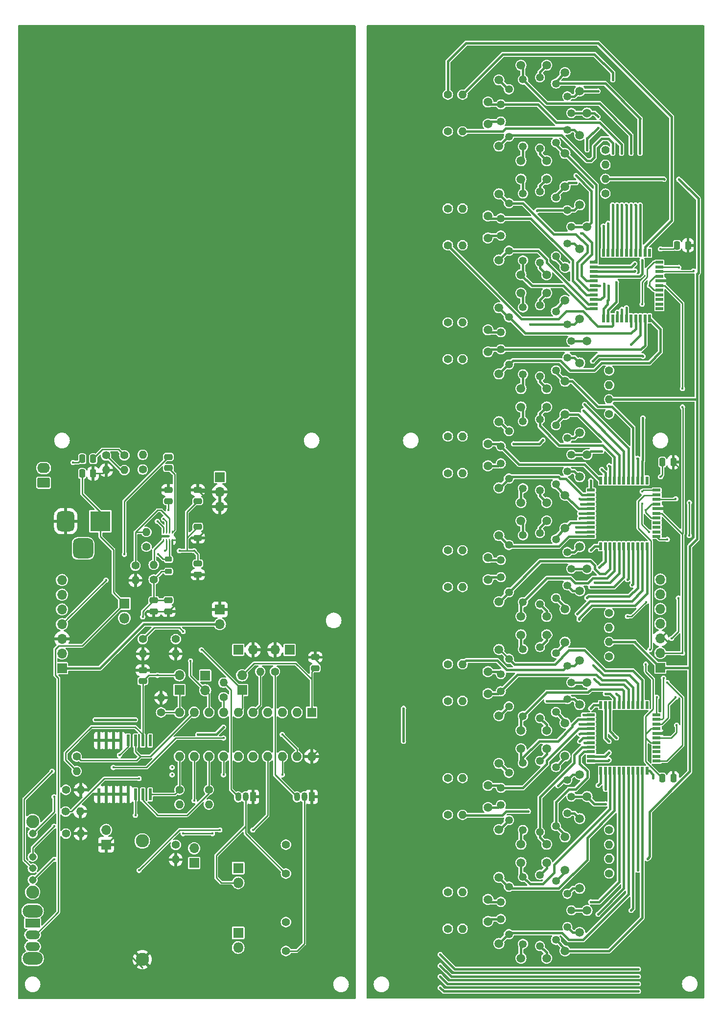
<source format=gtl>
G04 #@! TF.GenerationSoftware,KiCad,Pcbnew,7.0.10*
G04 #@! TF.CreationDate,2024-06-25T19:11:58-05:00*
G04 #@! TF.ProjectId,DMClockPanel,444d436c-6f63-46b5-9061-6e656c2e6b69,rev?*
G04 #@! TF.SameCoordinates,Original*
G04 #@! TF.FileFunction,Copper,L1,Top*
G04 #@! TF.FilePolarity,Positive*
%FSLAX46Y46*%
G04 Gerber Fmt 4.6, Leading zero omitted, Abs format (unit mm)*
G04 Created by KiCad (PCBNEW 7.0.10) date 2024-06-25 19:11:58*
%MOMM*%
%LPD*%
G01*
G04 APERTURE LIST*
G04 Aperture macros list*
%AMRoundRect*
0 Rectangle with rounded corners*
0 $1 Rounding radius*
0 $2 $3 $4 $5 $6 $7 $8 $9 X,Y pos of 4 corners*
0 Add a 4 corners polygon primitive as box body*
4,1,4,$2,$3,$4,$5,$6,$7,$8,$9,$2,$3,0*
0 Add four circle primitives for the rounded corners*
1,1,$1+$1,$2,$3*
1,1,$1+$1,$4,$5*
1,1,$1+$1,$6,$7*
1,1,$1+$1,$8,$9*
0 Add four rect primitives between the rounded corners*
20,1,$1+$1,$2,$3,$4,$5,0*
20,1,$1+$1,$4,$5,$6,$7,0*
20,1,$1+$1,$6,$7,$8,$9,0*
20,1,$1+$1,$8,$9,$2,$3,0*%
G04 Aperture macros list end*
G04 #@! TA.AperFunction,ComponentPad*
%ADD10C,1.400000*%
G04 #@! TD*
G04 #@! TA.AperFunction,ComponentPad*
%ADD11O,1.400000X1.400000*%
G04 #@! TD*
G04 #@! TA.AperFunction,SMDPad,CuDef*
%ADD12C,1.500000*%
G04 #@! TD*
G04 #@! TA.AperFunction,ComponentPad*
%ADD13C,1.408000*%
G04 #@! TD*
G04 #@! TA.AperFunction,ComponentPad*
%ADD14R,1.700000X1.700000*%
G04 #@! TD*
G04 #@! TA.AperFunction,ComponentPad*
%ADD15O,1.700000X1.700000*%
G04 #@! TD*
G04 #@! TA.AperFunction,ComponentPad*
%ADD16R,3.500000X3.500000*%
G04 #@! TD*
G04 #@! TA.AperFunction,ComponentPad*
%ADD17RoundRect,0.750000X-0.750000X-1.000000X0.750000X-1.000000X0.750000X1.000000X-0.750000X1.000000X0*%
G04 #@! TD*
G04 #@! TA.AperFunction,ComponentPad*
%ADD18RoundRect,0.875000X-0.875000X-0.875000X0.875000X-0.875000X0.875000X0.875000X-0.875000X0.875000X0*%
G04 #@! TD*
G04 #@! TA.AperFunction,SMDPad,CuDef*
%ADD19RoundRect,0.250000X0.250000X0.475000X-0.250000X0.475000X-0.250000X-0.475000X0.250000X-0.475000X0*%
G04 #@! TD*
G04 #@! TA.AperFunction,SMDPad,CuDef*
%ADD20RoundRect,0.250000X-0.475000X0.250000X-0.475000X-0.250000X0.475000X-0.250000X0.475000X0.250000X0*%
G04 #@! TD*
G04 #@! TA.AperFunction,ComponentPad*
%ADD21C,1.346200*%
G04 #@! TD*
G04 #@! TA.AperFunction,ComponentPad*
%ADD22R,1.800000X1.800000*%
G04 #@! TD*
G04 #@! TA.AperFunction,ComponentPad*
%ADD23O,1.800000X1.800000*%
G04 #@! TD*
G04 #@! TA.AperFunction,ComponentPad*
%ADD24R,1.600000X1.600000*%
G04 #@! TD*
G04 #@! TA.AperFunction,ComponentPad*
%ADD25O,1.600000X1.600000*%
G04 #@! TD*
G04 #@! TA.AperFunction,ComponentPad*
%ADD26C,1.308000*%
G04 #@! TD*
G04 #@! TA.AperFunction,ComponentPad*
%ADD27C,2.250000*%
G04 #@! TD*
G04 #@! TA.AperFunction,SMDPad,CuDef*
%ADD28RoundRect,0.250000X0.475000X-0.250000X0.475000X0.250000X-0.475000X0.250000X-0.475000X-0.250000X0*%
G04 #@! TD*
G04 #@! TA.AperFunction,ComponentPad*
%ADD29R,1.050000X1.500000*%
G04 #@! TD*
G04 #@! TA.AperFunction,ComponentPad*
%ADD30O,1.050000X1.500000*%
G04 #@! TD*
G04 #@! TA.AperFunction,SMDPad,CuDef*
%ADD31RoundRect,0.250000X-0.250000X-0.475000X0.250000X-0.475000X0.250000X0.475000X-0.250000X0.475000X0*%
G04 #@! TD*
G04 #@! TA.AperFunction,SMDPad,CuDef*
%ADD32R,1.355600X0.500800*%
G04 #@! TD*
G04 #@! TA.AperFunction,SMDPad,CuDef*
%ADD33R,0.500800X1.355600*%
G04 #@! TD*
G04 #@! TA.AperFunction,ComponentPad*
%ADD34RoundRect,0.250000X0.845000X-0.620000X0.845000X0.620000X-0.845000X0.620000X-0.845000X-0.620000X0*%
G04 #@! TD*
G04 #@! TA.AperFunction,ComponentPad*
%ADD35O,2.190000X1.740000*%
G04 #@! TD*
G04 #@! TA.AperFunction,ComponentPad*
%ADD36O,3.500000X2.200000*%
G04 #@! TD*
G04 #@! TA.AperFunction,ComponentPad*
%ADD37R,2.500000X1.500000*%
G04 #@! TD*
G04 #@! TA.AperFunction,ComponentPad*
%ADD38O,2.500000X1.500000*%
G04 #@! TD*
G04 #@! TA.AperFunction,ComponentPad*
%ADD39C,2.280000*%
G04 #@! TD*
G04 #@! TA.AperFunction,SMDPad,CuDef*
%ADD40R,0.250000X0.600000*%
G04 #@! TD*
G04 #@! TA.AperFunction,SMDPad,CuDef*
%ADD41RoundRect,0.218750X0.381250X-0.218750X0.381250X0.218750X-0.381250X0.218750X-0.381250X-0.218750X0*%
G04 #@! TD*
G04 #@! TA.AperFunction,SMDPad,CuDef*
%ADD42RoundRect,0.073750X-0.221250X0.951250X-0.221250X-0.951250X0.221250X-0.951250X0.221250X0.951250X0*%
G04 #@! TD*
G04 #@! TA.AperFunction,ViaPad*
%ADD43C,0.450000*%
G04 #@! TD*
G04 #@! TA.AperFunction,Conductor*
%ADD44C,0.250000*%
G04 #@! TD*
G04 #@! TA.AperFunction,Conductor*
%ADD45C,0.450000*%
G04 #@! TD*
G04 APERTURE END LIST*
D10*
X109485000Y-118485000D03*
D11*
X109485000Y-121025000D03*
D10*
X156540805Y-89797799D03*
D11*
X159080805Y-89797799D03*
D10*
X102500000Y-105785000D03*
D11*
X102500000Y-108325000D03*
D12*
X173635805Y-35822799D03*
X173635805Y-134247799D03*
X179350805Y-63127799D03*
D13*
X128535000Y-172370000D03*
X128535000Y-167370000D03*
D10*
X184430805Y-72067799D03*
D11*
X184430805Y-74607799D03*
D12*
X173635805Y-75192799D03*
D14*
X89800000Y-123515000D03*
D15*
X89800000Y-120975000D03*
X89800000Y-118435000D03*
X89800000Y-115895000D03*
X89800000Y-113355000D03*
X89800000Y-110815000D03*
X89800000Y-108275000D03*
D10*
X117740001Y-128545000D03*
D11*
X117740001Y-126005000D03*
D10*
X156540805Y-168537799D03*
D11*
X159080805Y-168537799D03*
D12*
X163475805Y-104402799D03*
D10*
X156540805Y-122817799D03*
D11*
X159080805Y-122817799D03*
D12*
X169190805Y-75192799D03*
D14*
X114565002Y-124780000D03*
D15*
X114565002Y-127320000D03*
D10*
X103770000Y-89175000D03*
D11*
X103770000Y-86635000D03*
D12*
X169190805Y-137422799D03*
X176810805Y-59952799D03*
X180620805Y-47252799D03*
D10*
X183795805Y-41487799D03*
D11*
X183795805Y-38947799D03*
D12*
X179350805Y-110117799D03*
D16*
X96435000Y-98115000D03*
D17*
X90435000Y-98115000D03*
D18*
X93435000Y-102815000D03*
D12*
X180620805Y-145677799D03*
X169190805Y-173617799D03*
D19*
X95195000Y-87320000D03*
X93295000Y-87320000D03*
D20*
X108215000Y-87005000D03*
X108215000Y-88905000D03*
D12*
X169190805Y-157107799D03*
X169190805Y-55507799D03*
X165380805Y-72652799D03*
X165380805Y-100592799D03*
X165380805Y-61222799D03*
X176810805Y-99322799D03*
D10*
X103770000Y-118485000D03*
D11*
X103770000Y-121025000D03*
D14*
X112660000Y-157170000D03*
D15*
X112660000Y-154630000D03*
D21*
X175246165Y-91715499D03*
X175246165Y-81530099D03*
X172475025Y-80478539D03*
X169536245Y-80836679D03*
X167097845Y-82518159D03*
X165721165Y-85141979D03*
X165721165Y-88103619D03*
X167097845Y-90727439D03*
X169536245Y-92408919D03*
X172475025Y-92767059D03*
X177918245Y-86622799D03*
X177209585Y-83747519D03*
X177209585Y-89498079D03*
D12*
X169190805Y-78367799D03*
D14*
X110120002Y-127267091D03*
D15*
X110120002Y-124727091D03*
D14*
X193295805Y-123432799D03*
D15*
X193295805Y-120892799D03*
X193295805Y-118352799D03*
X193295805Y-115812799D03*
X193295805Y-113272799D03*
X193295805Y-110732799D03*
X193295805Y-108192799D03*
D22*
X120280001Y-158030001D03*
D23*
X120280001Y-160570001D03*
D10*
X100595000Y-86735000D03*
D11*
X100595000Y-89275000D03*
D24*
X132980001Y-131135001D03*
D25*
X130440001Y-131135001D03*
X127900001Y-131135001D03*
X125360001Y-131135001D03*
X122820001Y-131135001D03*
X120280001Y-131135001D03*
X117740001Y-131135001D03*
X115200001Y-131135001D03*
X112660001Y-131135001D03*
X110120001Y-131135001D03*
X110120001Y-138755001D03*
X112660001Y-138755001D03*
X115200001Y-138755001D03*
X117740001Y-138755001D03*
X120280001Y-138755001D03*
X122820001Y-138755001D03*
X125360001Y-138755001D03*
X127900001Y-138755001D03*
X130440001Y-138755001D03*
X132980001Y-138755001D03*
D22*
X120280000Y-169235000D03*
D23*
X120280000Y-171775000D03*
D12*
X165380805Y-131707799D03*
D26*
X84720000Y-152090000D03*
X84720000Y-156090000D03*
X84720000Y-158090000D03*
X84720000Y-160090000D03*
D27*
X84720000Y-149990000D03*
X84720000Y-162190000D03*
D12*
X169190805Y-38997799D03*
X176810805Y-138692799D03*
X180620805Y-125992799D03*
D21*
X175246165Y-52345499D03*
X175246165Y-42160099D03*
X172475025Y-41108539D03*
X169536245Y-41466679D03*
X167097845Y-43148159D03*
X165721165Y-45771979D03*
X165721165Y-48733619D03*
X167097845Y-51357439D03*
X169536245Y-53038919D03*
X172475025Y-53397059D03*
X177918245Y-47252799D03*
X177209585Y-44377519D03*
X177209585Y-50128079D03*
D12*
X179350805Y-23757799D03*
X173635805Y-58682799D03*
X179350805Y-51062799D03*
X163475805Y-124087799D03*
D10*
X90485000Y-152090000D03*
D11*
X93025000Y-152090000D03*
D21*
X175246165Y-170455499D03*
X175246165Y-160270099D03*
X172475025Y-159218539D03*
X169536245Y-159576679D03*
X167097845Y-161258159D03*
X165721165Y-163881979D03*
X165721165Y-166843619D03*
X167097845Y-169467439D03*
X169536245Y-171148919D03*
X172475025Y-171507059D03*
X177918245Y-165362799D03*
X177209585Y-162487519D03*
X177209585Y-168238079D03*
D10*
X156540805Y-83447799D03*
D11*
X159080805Y-83447799D03*
D12*
X179350805Y-102497799D03*
D10*
X97420000Y-86735000D03*
D11*
X97420000Y-89275000D03*
D14*
X97420000Y-154000001D03*
D15*
X97420000Y-151460001D03*
D10*
X184430805Y-113977799D03*
D11*
X184430805Y-116517799D03*
D10*
X105675000Y-108175000D03*
D11*
X105675000Y-105635000D03*
D12*
X169190805Y-19312799D03*
D21*
X175246165Y-111400499D03*
X175246165Y-101215099D03*
X172475025Y-100163539D03*
X169536245Y-100521679D03*
X167097845Y-102203159D03*
X165721165Y-104826979D03*
X165721165Y-107788619D03*
X167097845Y-110412439D03*
X169536245Y-112093919D03*
X172475025Y-112452059D03*
X177918245Y-106307799D03*
X177209585Y-103432519D03*
X177209585Y-109183079D03*
D12*
X163475805Y-68842799D03*
X169190805Y-94877799D03*
D10*
X92340000Y-138755000D03*
D11*
X92340000Y-141295000D03*
D12*
X179350805Y-149487799D03*
X173635805Y-98052799D03*
X180620805Y-86622799D03*
D20*
X113295000Y-99070000D03*
X113295000Y-100970000D03*
D12*
X165380805Y-21852799D03*
D14*
X117105000Y-113350000D03*
D15*
X117105000Y-115890000D03*
D14*
X120300000Y-120315000D03*
D15*
X122840000Y-120315000D03*
D10*
X115200001Y-144520001D03*
D11*
X115200001Y-147060001D03*
D12*
X176810805Y-113292799D03*
X176810805Y-54237799D03*
X180620805Y-106307799D03*
X163475805Y-65032799D03*
D28*
X133615000Y-123515000D03*
X133615000Y-121615000D03*
D29*
X132980001Y-145740001D03*
D30*
X131710001Y-145740001D03*
X130440001Y-145740001D03*
D12*
X173635805Y-153932799D03*
D31*
X93295000Y-89860000D03*
X95195000Y-89860000D03*
D29*
X122820001Y-145740001D03*
D30*
X121550001Y-145740001D03*
X120280001Y-145740001D03*
D10*
X156540805Y-44077799D03*
D11*
X159080805Y-44077799D03*
D12*
X176810805Y-172347799D03*
X165380805Y-33282799D03*
D10*
X156540805Y-70112799D03*
D11*
X159080805Y-70112799D03*
D20*
X108215000Y-92720000D03*
X108215000Y-94620000D03*
D12*
X173635805Y-157107799D03*
X176810805Y-93607799D03*
X179350805Y-82812799D03*
D32*
X181293006Y-92745598D03*
X181293006Y-93545599D03*
X181293006Y-94345598D03*
X181293006Y-95145599D03*
X181293006Y-95945597D03*
X181293006Y-96745598D03*
X181293006Y-97545599D03*
X181293006Y-98345597D03*
X181293006Y-99145598D03*
X181293006Y-99945597D03*
X181293006Y-100745598D03*
D33*
X182970805Y-102423397D03*
X183770806Y-102423397D03*
X184570805Y-102423397D03*
X185370806Y-102423397D03*
X186170804Y-102423397D03*
X186970805Y-102423397D03*
X187770806Y-102423397D03*
X188570804Y-102423397D03*
X189370805Y-102423397D03*
X190170804Y-102423397D03*
X190970805Y-102423397D03*
D32*
X192648604Y-100745598D03*
X192648604Y-99945597D03*
X192648604Y-99145598D03*
X192648604Y-98345597D03*
X192648604Y-97545599D03*
X192648604Y-96745598D03*
X192648604Y-95945597D03*
X192648604Y-95145599D03*
X192648604Y-94345598D03*
X192648604Y-93545599D03*
X192648604Y-92745598D03*
D33*
X190970805Y-91067799D03*
X190170804Y-91067799D03*
X189370805Y-91067799D03*
X188570804Y-91067799D03*
X187770806Y-91067799D03*
X186970805Y-91067799D03*
X186170804Y-91067799D03*
X185370806Y-91067799D03*
X184570805Y-91067799D03*
X183770806Y-91067799D03*
X182970805Y-91067799D03*
D10*
X109485000Y-154045000D03*
D11*
X109485000Y-156585000D03*
D14*
X129170000Y-120340000D03*
D15*
X126630000Y-120340000D03*
D12*
X173635805Y-114562799D03*
X169190805Y-117737799D03*
X176810805Y-119007799D03*
X169190805Y-58682799D03*
D28*
X108215000Y-113670000D03*
X108215000Y-111770000D03*
D12*
X163475805Y-84717799D03*
D21*
X175246165Y-131085499D03*
X175246165Y-120900099D03*
X172475025Y-119848539D03*
X169536245Y-120206679D03*
X167097845Y-121888159D03*
X165721165Y-124511979D03*
X165721165Y-127473619D03*
X167097845Y-130097439D03*
X169536245Y-131778919D03*
X172475025Y-132137059D03*
X177918245Y-125992799D03*
X177209585Y-123117519D03*
X177209585Y-128868079D03*
D10*
X126625001Y-124087091D03*
D11*
X124085001Y-124087091D03*
D12*
X165380805Y-92337799D03*
X176810805Y-40267799D03*
D31*
X196180805Y-50427799D03*
X198080805Y-50427799D03*
D14*
X120960001Y-127262091D03*
D15*
X120960001Y-124722091D03*
D12*
X176810805Y-79637799D03*
X163475805Y-88527799D03*
X163475805Y-127897799D03*
X176810805Y-20582799D03*
X179350805Y-129802799D03*
D10*
X156540805Y-162187799D03*
D11*
X159080805Y-162187799D03*
D21*
X175246165Y-150770499D03*
X175246165Y-140585099D03*
X172475025Y-139533539D03*
X169536245Y-139891679D03*
X167097845Y-141573159D03*
X165721165Y-144196979D03*
X165721165Y-147158619D03*
X167097845Y-149782439D03*
X169536245Y-151463919D03*
X172475025Y-151822059D03*
X177918245Y-145677799D03*
X177209585Y-142802519D03*
X177209585Y-148553079D03*
D12*
X179350805Y-43442799D03*
X165380805Y-159647799D03*
X169190805Y-35822799D03*
X163475805Y-163457799D03*
X180620805Y-165362799D03*
D28*
X103770000Y-125735000D03*
X103770000Y-123835000D03*
D32*
X181763005Y-53375598D03*
X181763005Y-54175599D03*
X181763005Y-54975598D03*
X181763005Y-55775599D03*
X181763005Y-56575597D03*
X181763005Y-57375598D03*
X181763005Y-58175599D03*
X181763005Y-58975597D03*
X181763005Y-59775598D03*
X181763005Y-60575597D03*
X181763005Y-61375598D03*
D33*
X183440804Y-63053397D03*
X184240805Y-63053397D03*
X185040804Y-63053397D03*
X185840805Y-63053397D03*
X186640803Y-63053397D03*
X187440804Y-63053397D03*
X188240805Y-63053397D03*
X189040803Y-63053397D03*
X189840804Y-63053397D03*
X190640803Y-63053397D03*
X191440804Y-63053397D03*
D32*
X193118603Y-61375598D03*
X193118603Y-60575597D03*
X193118603Y-59775598D03*
X193118603Y-58975597D03*
X193118603Y-58175599D03*
X193118603Y-57375598D03*
X193118603Y-56575597D03*
X193118603Y-55775599D03*
X193118603Y-54975598D03*
X193118603Y-54175599D03*
X193118603Y-53375598D03*
D33*
X191440804Y-51697799D03*
X190640803Y-51697799D03*
X189840804Y-51697799D03*
X189040803Y-51697799D03*
X188240805Y-51697799D03*
X187440804Y-51697799D03*
X186640803Y-51697799D03*
X185840805Y-51697799D03*
X185040804Y-51697799D03*
X184240805Y-51697799D03*
X183440804Y-51697799D03*
D12*
X173635805Y-19312799D03*
X165380805Y-80907799D03*
X179350805Y-90432799D03*
X163475805Y-167267799D03*
D10*
X90485000Y-144520000D03*
D11*
X93025000Y-144520000D03*
D10*
X156540805Y-63762799D03*
D11*
X159080805Y-63762799D03*
D32*
X181293006Y-131555000D03*
X181293006Y-132355001D03*
X181293006Y-133155000D03*
X181293006Y-133955001D03*
X181293006Y-134754999D03*
X181293006Y-135555000D03*
X181293006Y-136355001D03*
X181293006Y-137154999D03*
X181293006Y-137955000D03*
X181293006Y-138754999D03*
X181293006Y-139555000D03*
D33*
X182970805Y-141232799D03*
X183770806Y-141232799D03*
X184570805Y-141232799D03*
X185370806Y-141232799D03*
X186170804Y-141232799D03*
X186970805Y-141232799D03*
X187770806Y-141232799D03*
X188570804Y-141232799D03*
X189370805Y-141232799D03*
X190170804Y-141232799D03*
X190970805Y-141232799D03*
D32*
X192648604Y-139555000D03*
X192648604Y-138754999D03*
X192648604Y-137955000D03*
X192648604Y-137154999D03*
X192648604Y-136355001D03*
X192648604Y-135555000D03*
X192648604Y-134754999D03*
X192648604Y-133955001D03*
X192648604Y-133155000D03*
X192648604Y-132355001D03*
X192648604Y-131555000D03*
D33*
X190970805Y-129877201D03*
X190170804Y-129877201D03*
X189370805Y-129877201D03*
X188570804Y-129877201D03*
X187770806Y-129877201D03*
X186970805Y-129877201D03*
X186170804Y-129877201D03*
X185370806Y-129877201D03*
X184570805Y-129877201D03*
X183770806Y-129877201D03*
X182970805Y-129877201D03*
D10*
X184430805Y-151442799D03*
D11*
X184430805Y-153982799D03*
D12*
X165380805Y-52967799D03*
D10*
X156540805Y-50427799D03*
D11*
X159080805Y-50427799D03*
D10*
X156540805Y-24392799D03*
D11*
X159080805Y-24392799D03*
D12*
X179350805Y-161552799D03*
D31*
X193640805Y-142502799D03*
X195540805Y-142502799D03*
D12*
X179350805Y-122182799D03*
D10*
X184430805Y-79587799D03*
D11*
X184430805Y-77047799D03*
D10*
X156540805Y-142502799D03*
D11*
X159080805Y-142502799D03*
D12*
X176810805Y-152662799D03*
X173635805Y-117737799D03*
D34*
X86625000Y-91452500D03*
D35*
X86625000Y-88912500D03*
D12*
X163475805Y-45347799D03*
X165380805Y-112022799D03*
D10*
X184430805Y-158962799D03*
D11*
X184430805Y-156422799D03*
D36*
X84720000Y-165480000D03*
X84720000Y-173680000D03*
D37*
X84720000Y-167580000D03*
D38*
X84720000Y-169580000D03*
X84720000Y-171580000D03*
D12*
X176810805Y-132977799D03*
X179350805Y-70747799D03*
X176810805Y-158377799D03*
D21*
X175246165Y-72030499D03*
X175246165Y-61845099D03*
X172475025Y-60793539D03*
X169536245Y-61151679D03*
X167097845Y-62833159D03*
X165721165Y-65456979D03*
X165721165Y-68418619D03*
X167097845Y-71042439D03*
X169536245Y-72723919D03*
X172475025Y-73082059D03*
X177918245Y-66937799D03*
X177209585Y-64062519D03*
X177209585Y-69813079D03*
D39*
X103690804Y-173850000D03*
X103690804Y-153360000D03*
D10*
X156540805Y-103132799D03*
D11*
X159080805Y-103132799D03*
D10*
X183795805Y-33967799D03*
D11*
X183795805Y-36507799D03*
D12*
X165380805Y-151392799D03*
X169190805Y-98052799D03*
D20*
X113295000Y-105420000D03*
X113295000Y-107320000D03*
D21*
X175246165Y-32660499D03*
X175246165Y-22475099D03*
X172475025Y-21423539D03*
X169536245Y-21781679D03*
X167097845Y-23463159D03*
X165721165Y-26086979D03*
X165721165Y-29048619D03*
X167097845Y-31672439D03*
X169536245Y-33353919D03*
X172475025Y-33712059D03*
X177918245Y-27567799D03*
X177209585Y-24692519D03*
X177209585Y-30443079D03*
D12*
X179350805Y-169172799D03*
D20*
X105675000Y-111770000D03*
X105675000Y-113670000D03*
D14*
X117105000Y-90495000D03*
D15*
X117105000Y-93035000D03*
X117105000Y-95575000D03*
D10*
X156540805Y-148852799D03*
D11*
X159080805Y-148852799D03*
D22*
X100595000Y-112310000D03*
D23*
X100595000Y-114850000D03*
D12*
X163475805Y-143772799D03*
X165380805Y-120277799D03*
D40*
X107350000Y-101420000D03*
X107850000Y-101420000D03*
X108350000Y-101420000D03*
X108850000Y-101420000D03*
X108850000Y-100020000D03*
X108350000Y-100020000D03*
X107850000Y-100020000D03*
X107350000Y-100020000D03*
D20*
X113295000Y-92720000D03*
X113295000Y-94620000D03*
D10*
X184430805Y-121497799D03*
D11*
X184430805Y-118957799D03*
D12*
X179350805Y-31377799D03*
X173635805Y-137422799D03*
X169190805Y-153932799D03*
D10*
X110120001Y-144520001D03*
D11*
X110120001Y-147060001D03*
D12*
X180620805Y-27567799D03*
X169190805Y-134247799D03*
X173635805Y-94877799D03*
X173635805Y-173617799D03*
X179350805Y-141867799D03*
X165380805Y-41537799D03*
X163475805Y-25662799D03*
D10*
X90435000Y-148280000D03*
D11*
X92975000Y-148280000D03*
D10*
X106945000Y-131135000D03*
D11*
X106945000Y-128595000D03*
D13*
X128535001Y-158995000D03*
X128535001Y-153995000D03*
D31*
X193640805Y-87892799D03*
X195540805Y-87892799D03*
D12*
X163475805Y-147582799D03*
D10*
X104405000Y-102510000D03*
D11*
X104405000Y-99970000D03*
D12*
X163475805Y-108212799D03*
X165380805Y-171077799D03*
X176810805Y-73922799D03*
X165380805Y-139962799D03*
X173635805Y-55507799D03*
D10*
X156540805Y-30742799D03*
D11*
X159080805Y-30742799D03*
D12*
X173635805Y-38997799D03*
D41*
X108215000Y-106797500D03*
X108215000Y-104672500D03*
D10*
X156540805Y-109482799D03*
D11*
X159080805Y-109482799D03*
D12*
X169190805Y-114562799D03*
D10*
X156540805Y-129167799D03*
D11*
X159080805Y-129167799D03*
D12*
X163475805Y-49157799D03*
X180620805Y-66937799D03*
X163475805Y-29472799D03*
X176810805Y-34552799D03*
X173635805Y-78367799D03*
D42*
X105040002Y-136005000D03*
X103770002Y-136005000D03*
X102500002Y-136005000D03*
X101230002Y-136005000D03*
X99960002Y-136005000D03*
X98690002Y-136005000D03*
X97420002Y-136005000D03*
X96150002Y-136005000D03*
X96150002Y-145315000D03*
X97420002Y-145315000D03*
X98690002Y-145315000D03*
X99960002Y-145315000D03*
X101230002Y-145315000D03*
X102500002Y-145315000D03*
X103770002Y-145315000D03*
X105040002Y-145315000D03*
D43*
X102500002Y-148915000D03*
X110120000Y-103195000D03*
X193320805Y-90432799D03*
X97420000Y-108275000D03*
X193320805Y-51062799D03*
X107580000Y-103195000D03*
X190780805Y-96147799D03*
X112660000Y-103195000D03*
X191415805Y-57412799D03*
X190780805Y-122817799D03*
X100595000Y-103830000D03*
X106450000Y-103830000D03*
X176810805Y-146947799D03*
X105040002Y-150185000D03*
X153950805Y-97417799D03*
X197765805Y-52967799D03*
X194590805Y-178697799D03*
X199035805Y-174252799D03*
X171095805Y-139962799D03*
X179350805Y-33348203D03*
X182525805Y-105037799D03*
X187605805Y-132977799D03*
X195225805Y-119642799D03*
X167920805Y-140597799D03*
X148235805Y-23757799D03*
X150140805Y-178697799D03*
X157125805Y-76462799D03*
X195225805Y-96147799D03*
X186970805Y-167902799D03*
X193320805Y-81542799D03*
X134250000Y-85415000D03*
X169190805Y-104402799D03*
X181255805Y-157742799D03*
X153950805Y-14867799D03*
X185065805Y-167267799D03*
X90435000Y-169870000D03*
X89165000Y-176220000D03*
X197130805Y-23757799D03*
X170460805Y-108847799D03*
X128535000Y-83510000D03*
X191415805Y-16137799D03*
X186335805Y-26932799D03*
X173000805Y-51062799D03*
X195415805Y-131072799D03*
X173635805Y-61857799D03*
X195225805Y-56777799D03*
X85990000Y-154630000D03*
X153315805Y-138057799D03*
X170460805Y-48522799D03*
X154585805Y-118372799D03*
X146330805Y-173683203D03*
X171095805Y-66937799D03*
X155220805Y-155837799D03*
X148235805Y-42172799D03*
X193955805Y-72652799D03*
X131710000Y-134945000D03*
X198400805Y-34552799D03*
X190780805Y-98118203D03*
X174905805Y-27633203D03*
X191415805Y-139327799D03*
X85355000Y-146375000D03*
X169825805Y-146312799D03*
X150775805Y-59317799D03*
X183160805Y-136787799D03*
X193787929Y-134660369D03*
X195225805Y-99957799D03*
X112660000Y-89225000D03*
X160300805Y-37727799D03*
X116470000Y-164790000D03*
X177445805Y-101862799D03*
X187605805Y-53033203D03*
X171730805Y-143772799D03*
X187605805Y-110117799D03*
X124725000Y-167330000D03*
X85990000Y-152090000D03*
X150140805Y-105037799D03*
X197130805Y-138057799D03*
X118375002Y-150185000D03*
X192050805Y-66937799D03*
X176810805Y-37092799D03*
X131075000Y-85415000D03*
X107384847Y-97675153D03*
X108215000Y-96210000D03*
X106310000Y-98115000D03*
X170460805Y-148217799D03*
X175573201Y-143805195D03*
X183795805Y-146947799D03*
X173635805Y-129167799D03*
X167920805Y-84717799D03*
X173000805Y-84082799D03*
X183160805Y-85987799D03*
X191065804Y-156422799D03*
X193955805Y-38997799D03*
X196495805Y-38997799D03*
X170796085Y-64062519D03*
X171957778Y-44485826D03*
X103770000Y-114625000D03*
X106310000Y-124727091D03*
X88085000Y-141295000D03*
X178715805Y-38362799D03*
X185065805Y-21852799D03*
X182525805Y-23757799D03*
X182525805Y-30107799D03*
X182525805Y-28202799D03*
X180620805Y-33917799D03*
X113295000Y-134945000D03*
X102500000Y-132405000D03*
X117740000Y-133675000D03*
X95515000Y-132405000D03*
X197130805Y-75192799D03*
X197130805Y-78367799D03*
X196126669Y-133346935D03*
X197130805Y-120912799D03*
X113930000Y-120340000D03*
X110755000Y-117165000D03*
X195950805Y-128532799D03*
X195950805Y-94242799D03*
X199035805Y-54872799D03*
X117740000Y-141930000D03*
X108850000Y-141930000D03*
X190145805Y-95035828D03*
X191370802Y-99957799D03*
X187600805Y-114562799D03*
X190145805Y-60587799D03*
X192685805Y-128532799D03*
X190814021Y-112056015D03*
X190145805Y-92972799D03*
X195225805Y-118372799D03*
X193849520Y-125233963D03*
X196405805Y-111387799D03*
X108850000Y-140660000D03*
X112025000Y-122245000D03*
X112660000Y-146375000D03*
X99732500Y-138527501D03*
X191505805Y-120277799D03*
X194500805Y-125992799D03*
X122820000Y-151455000D03*
X88440000Y-156535000D03*
X103135000Y-158440000D03*
X117105000Y-151455000D03*
X88440000Y-150820000D03*
X115835000Y-152090000D03*
X103135000Y-142565000D03*
X110755000Y-152090000D03*
X127900000Y-141930000D03*
X198310805Y-100592799D03*
X194500805Y-101227799D03*
X196495805Y-54237799D03*
X198310805Y-94877799D03*
X117740000Y-135580000D03*
X88440000Y-145740000D03*
X127900000Y-134945000D03*
X98690000Y-140660000D03*
X182525805Y-143772799D03*
X181255805Y-130437799D03*
X183795805Y-127897799D03*
X185700805Y-127897799D03*
X181255805Y-109482799D03*
X178715610Y-99175696D03*
X178715805Y-99957799D03*
X181255805Y-103132799D03*
X182752778Y-106080826D03*
X181938010Y-108712799D03*
X184430805Y-88527799D03*
X183160805Y-89162799D03*
X181255805Y-91067799D03*
X179350805Y-94242799D03*
X179577778Y-95175597D03*
X188240805Y-64397799D03*
X187440804Y-61222799D03*
X186640803Y-61527797D03*
X185700805Y-56777799D03*
X189810172Y-43441609D03*
X189780805Y-34552799D03*
X183795805Y-144407799D03*
X181255805Y-163881979D03*
X182525805Y-165997799D03*
X188240805Y-165362799D03*
X189400804Y-158377799D03*
X179985805Y-131585001D03*
X179350805Y-133185001D03*
X179350805Y-134882799D03*
X179350805Y-136152799D03*
X180154084Y-136384999D03*
X180581511Y-111348505D03*
X178930722Y-114088240D03*
X179240631Y-115087625D03*
X181709748Y-122998856D03*
X181890805Y-125357799D03*
X189340804Y-87257799D03*
X181573305Y-70430299D03*
X190280805Y-80272799D03*
X190280805Y-69612799D03*
X188240805Y-67572799D03*
X178715805Y-39632799D03*
X190145805Y-52967799D03*
X179621290Y-48339339D03*
X182755805Y-57412799D03*
X183525805Y-57094930D03*
X184295805Y-57412799D03*
X183440804Y-47102798D03*
X184240805Y-46617799D03*
X185040804Y-34552799D03*
X185040801Y-43442799D03*
X185810804Y-43442799D03*
X186610174Y-43441608D03*
X186580804Y-34552799D03*
X187410803Y-43442799D03*
X188240805Y-43442799D03*
X188240805Y-34552799D03*
X189010805Y-43442799D03*
X184430805Y-139327799D03*
X192050805Y-142502799D03*
X155220805Y-178697799D03*
X189510805Y-179332799D03*
X188425805Y-109132083D03*
X155220805Y-174887799D03*
X189510805Y-176792799D03*
X185700805Y-135517799D03*
X185870803Y-61982495D03*
X180180109Y-77927103D03*
X155220805Y-172982799D03*
X184430805Y-136152799D03*
X189510805Y-175522799D03*
X184430805Y-138057799D03*
X188918005Y-54872799D03*
X179350805Y-97575597D03*
X189510805Y-178062799D03*
X155220805Y-176792799D03*
X148870805Y-130437799D03*
X148870805Y-136152799D03*
X187605805Y-108212799D03*
X188875805Y-53602799D03*
X179985805Y-79002799D03*
X179350805Y-96782799D03*
X91705000Y-87955000D03*
D44*
X102500002Y-145315000D02*
X102500002Y-148915000D01*
X111390000Y-101290000D02*
X111390000Y-100975000D01*
X111390000Y-96525000D02*
X113295000Y-94620000D01*
X190780805Y-139642799D02*
X190780805Y-135517799D01*
X190780805Y-135517799D02*
X190780805Y-134882799D01*
X190780805Y-124087799D02*
X192050805Y-125357799D01*
X190780805Y-96147799D02*
X191783005Y-95145599D01*
X111390000Y-103195000D02*
X111390000Y-101290000D01*
X190780805Y-122817799D02*
X190780805Y-124087799D01*
X111390000Y-101290000D02*
X111390000Y-96525000D01*
X111390000Y-103195000D02*
X112660000Y-103195000D01*
X192648604Y-136355001D02*
X191618007Y-136355001D01*
X107850000Y-102925000D02*
X107580000Y-103195000D01*
X190780805Y-134882799D02*
X191708603Y-133955001D01*
X89800000Y-115895000D02*
X90890000Y-114805000D01*
X191415805Y-56700195D02*
X192340401Y-55775599D01*
X190780805Y-131844599D02*
X190780805Y-134882799D01*
X191415805Y-57412799D02*
X191415805Y-56700195D01*
X112660000Y-103195000D02*
X113295000Y-103830000D01*
X192178605Y-58175599D02*
X193118603Y-58175599D01*
X196180805Y-50427799D02*
X195545805Y-51062799D01*
X191618007Y-136355001D02*
X190780805Y-135517799D01*
X192050805Y-125357799D02*
X192050805Y-130574599D01*
X190780805Y-96147799D02*
X190780805Y-96605600D01*
X113295000Y-103830000D02*
X113295000Y-105420000D01*
X191708603Y-133955001D02*
X192648604Y-133955001D01*
X192340401Y-55775599D02*
X193118603Y-55775599D01*
X193640805Y-142502799D02*
X190780805Y-139642799D01*
X191720804Y-97545599D02*
X192648604Y-97545599D01*
X191415805Y-57412799D02*
X192178605Y-58175599D01*
X193640805Y-87892799D02*
X193640805Y-90112799D01*
X107850000Y-101420000D02*
X107850000Y-102925000D01*
X192050805Y-130574599D02*
X190780805Y-131844599D01*
X195545805Y-51062799D02*
X193320805Y-51062799D01*
X191783005Y-95145599D02*
X192648604Y-95145599D01*
X110120000Y-103195000D02*
X111390000Y-103195000D01*
X90890000Y-114805000D02*
X97420000Y-108275000D01*
X111390000Y-100975000D02*
X113295000Y-99070000D01*
X193640805Y-90112799D02*
X193320805Y-90432799D01*
X190780805Y-96605600D02*
X191720804Y-97545599D01*
X106450000Y-103830000D02*
X107292500Y-104672500D01*
X100595000Y-103830000D02*
X100595000Y-94625000D01*
X107292500Y-104672500D02*
X108215000Y-104672500D01*
X108350000Y-104537500D02*
X108215000Y-104672500D01*
X100595000Y-94625000D02*
X108215000Y-87005000D01*
X108350000Y-101420000D02*
X108350000Y-104537500D01*
X96150002Y-136005000D02*
X97420002Y-136005000D01*
X103690804Y-175252092D02*
X101230002Y-172791290D01*
X101230002Y-150189999D02*
X101230002Y-145315000D01*
X105040002Y-150185000D02*
X102744697Y-150185000D01*
X117105000Y-93035000D02*
X113610000Y-93035000D01*
X117105000Y-113350000D02*
X114245000Y-113350000D01*
X132980001Y-138755001D02*
X135520000Y-136215002D01*
X193935805Y-118352799D02*
X193295805Y-118352799D01*
X114565000Y-93990000D02*
X113295000Y-92720000D01*
X109395000Y-103105000D02*
X108850000Y-102560000D01*
X113295000Y-100970000D02*
X114565000Y-99700000D01*
X195540805Y-87892799D02*
X196675805Y-89027799D01*
X109395000Y-105010000D02*
X109395000Y-103105000D01*
X111390000Y-107005000D02*
X109395000Y-105010000D01*
X101230002Y-148670305D02*
X101230002Y-145315000D01*
X113610000Y-93035000D02*
X113295000Y-92720000D01*
X198080805Y-52652799D02*
X198080805Y-50427799D01*
X111705000Y-107320000D02*
X111390000Y-107005000D01*
X196675805Y-89027799D02*
X196675805Y-94697799D01*
X195540805Y-142502799D02*
X195540805Y-139647799D01*
X195225805Y-119642799D02*
X193935805Y-118352799D01*
X97420000Y-154000001D02*
X101230002Y-150189999D01*
X97420000Y-89275000D02*
X96835000Y-89860000D01*
X96835000Y-89860000D02*
X95195000Y-89860000D01*
X114565000Y-99700000D02*
X114565000Y-93990000D01*
X97420002Y-145315000D02*
X96150002Y-145315000D01*
X98690002Y-145315000D02*
X97420002Y-145315000D01*
X108215000Y-113670000D02*
X111390000Y-110495000D01*
X195225805Y-99957799D02*
X195225805Y-116422799D01*
X118375002Y-150185000D02*
X105040002Y-150185000D01*
X114245000Y-113350000D02*
X111390000Y-110495000D01*
X108850000Y-102560000D02*
X108850000Y-101420000D01*
X197765805Y-52967799D02*
X198080805Y-52652799D01*
X195540805Y-139647799D02*
X197130805Y-138057799D01*
X98690002Y-136005000D02*
X99960002Y-136005000D01*
X101230002Y-172791290D02*
X101230002Y-148670305D01*
X135520000Y-123835000D02*
X132980001Y-121295001D01*
X113295000Y-107320000D02*
X111705000Y-107320000D01*
X195415805Y-131072799D02*
X195415805Y-132766000D01*
X111390000Y-110495000D02*
X111390000Y-107005000D01*
X98690002Y-136005000D02*
X97420002Y-136005000D01*
X135520000Y-136215002D02*
X135520000Y-123835000D01*
X126605000Y-120315000D02*
X126630000Y-120340000D01*
X195225805Y-56777799D02*
X195023603Y-56575597D01*
X195225805Y-116422799D02*
X193295805Y-118352799D01*
X195225805Y-96147799D02*
X195023603Y-95945597D01*
X102744697Y-150185000D02*
X101230002Y-148670305D01*
X192743234Y-134660369D02*
X192648604Y-134754999D01*
X117105000Y-93035000D02*
X117105000Y-95575000D01*
X195023603Y-95945597D02*
X192648604Y-95945597D01*
X122840000Y-120315000D02*
X126605000Y-120315000D01*
X196675805Y-94697799D02*
X195225805Y-96147799D01*
X195023603Y-56575597D02*
X193118603Y-56575597D01*
X193426806Y-134754999D02*
X192648604Y-134754999D01*
X99960002Y-145315000D02*
X98690002Y-145315000D01*
X195415805Y-132766000D02*
X193426806Y-134754999D01*
X108215000Y-113670000D02*
X105675000Y-113670000D01*
X109265000Y-99605000D02*
X108850000Y-100020000D01*
X108215000Y-88905000D02*
X109265000Y-89955000D01*
X109265000Y-89955000D02*
X109265000Y-99605000D01*
X107384847Y-97675153D02*
X107850000Y-98140306D01*
X108215000Y-94620000D02*
X108215000Y-96210000D01*
X107850000Y-98140306D02*
X107850000Y-100020000D01*
X105725000Y-103045000D02*
X107350000Y-101420000D01*
X105725000Y-105735000D02*
X105725000Y-103045000D01*
X104405000Y-99970000D02*
X102550000Y-99970000D01*
X102550000Y-99970000D02*
X102500000Y-100020000D01*
X106945000Y-96210000D02*
X108350000Y-97615000D01*
X108350000Y-97615000D02*
X108350000Y-100020000D01*
X102500000Y-100020000D02*
X106310000Y-96210000D01*
X106310000Y-96210000D02*
X106945000Y-96210000D01*
X102500000Y-105785000D02*
X102500000Y-100020000D01*
X107350000Y-99155000D02*
X106310000Y-98115000D01*
X107350000Y-100020000D02*
X107350000Y-99155000D01*
D45*
X178144305Y-169172799D02*
X177209585Y-168238079D01*
X179350805Y-169172799D02*
X178144305Y-169172799D01*
X178144305Y-161552799D02*
X177209585Y-162487519D01*
X179350805Y-161552799D02*
X178144305Y-161552799D01*
X180620805Y-165362799D02*
X177918245Y-165362799D01*
X159080805Y-148852799D02*
X159145805Y-148917799D01*
X165950805Y-148917799D02*
X166650805Y-148217799D01*
X159145805Y-148917799D02*
X165950805Y-148917799D01*
X177209585Y-148553079D02*
X178416085Y-148553079D01*
X178416085Y-148553079D02*
X179350805Y-149487799D01*
X166650805Y-148217799D02*
X170460805Y-148217799D01*
X179350805Y-141867799D02*
X178144305Y-141867799D01*
X176575877Y-142802519D02*
X175573201Y-143805195D01*
X178144305Y-141867799D02*
X177209585Y-142802519D01*
X177209585Y-142802519D02*
X176575877Y-142802519D01*
X183795805Y-146947799D02*
X181890805Y-146947799D01*
X181890805Y-146947799D02*
X180620805Y-145677799D01*
X177918245Y-145677799D02*
X180620805Y-145677799D01*
X173635805Y-129167799D02*
X176909865Y-129167799D01*
X176909865Y-129167799D02*
X177209585Y-128868079D01*
X178416085Y-128868079D02*
X179350805Y-129802799D01*
X177209585Y-128868079D02*
X178416085Y-128868079D01*
X177209585Y-123117519D02*
X176509304Y-123817800D01*
X165114639Y-122182799D02*
X159715805Y-122182799D01*
X179350805Y-122182799D02*
X179620804Y-122182799D01*
X178416085Y-123117519D02*
X179350805Y-122182799D01*
X176509304Y-123817800D02*
X166749640Y-123817800D01*
X177209585Y-123117519D02*
X178416085Y-123117519D01*
X166749640Y-123817800D02*
X165114639Y-122182799D01*
X159715805Y-122182799D02*
X159080805Y-122817799D01*
X177918245Y-125992799D02*
X180620805Y-125992799D01*
X179350805Y-110117799D02*
X178144305Y-110117799D01*
X178144305Y-110117799D02*
X177209585Y-109183079D01*
X178416085Y-103432519D02*
X179350805Y-102497799D01*
X177209585Y-103432519D02*
X178416085Y-103432519D01*
X180620805Y-106307799D02*
X177918245Y-106307799D01*
X177209585Y-89498079D02*
X178416085Y-89498079D01*
X178416085Y-89498079D02*
X179350805Y-90432799D01*
X177209585Y-83747519D02*
X178416085Y-83747519D01*
X172365805Y-84717799D02*
X173000805Y-84082799D01*
X167920805Y-84717799D02*
X172365805Y-84717799D01*
X178416085Y-83747519D02*
X179350805Y-82812799D01*
X181255805Y-85987799D02*
X180620805Y-86622799D01*
X183160805Y-85987799D02*
X181255805Y-85987799D01*
X177918245Y-86622799D02*
X180620805Y-86622799D01*
X197770805Y-123432799D02*
X193295805Y-123432799D01*
X191415805Y-156072798D02*
X191415805Y-148314321D01*
X199670805Y-101131162D02*
X199670805Y-77047799D01*
X196495805Y-38997799D02*
X199860805Y-42362799D01*
X188875805Y-119012799D02*
X193295805Y-123432799D01*
X103968833Y-115890000D02*
X117105000Y-115890000D01*
X191065804Y-156422799D02*
X191415805Y-156072798D01*
X198400805Y-123452799D02*
X198380805Y-123432799D01*
X198400805Y-123412799D02*
X198400805Y-102401162D01*
X198380805Y-123432799D02*
X197770805Y-123432799D01*
X199860805Y-55214526D02*
X199670805Y-55404526D01*
X193955805Y-38997799D02*
X193905805Y-38947799D01*
X89800000Y-123515000D02*
X96343833Y-123515000D01*
X199670805Y-55404526D02*
X199670805Y-77047799D01*
X191415805Y-148314321D02*
X198400805Y-141329321D01*
X199670805Y-77047799D02*
X184430805Y-77047799D01*
D44*
X192775805Y-122817799D02*
X192648604Y-122945000D01*
D45*
X188875805Y-118957799D02*
X184430805Y-118957799D01*
X193905805Y-38947799D02*
X183795805Y-38947799D01*
X199860805Y-42362799D02*
X199860805Y-55214526D01*
X96343833Y-123515000D02*
X103968833Y-115890000D01*
X198400805Y-102401162D02*
X199670805Y-101131162D01*
X198400805Y-141329321D02*
X198400805Y-123452799D01*
X198380805Y-123432799D02*
X198400805Y-123412799D01*
D44*
X98690000Y-110405000D02*
X100595000Y-112310000D01*
X98690000Y-103023146D02*
X98690000Y-110405000D01*
X96435000Y-96522500D02*
X93295000Y-93382500D01*
X85220000Y-169580000D02*
X84720000Y-169580000D01*
X88625000Y-120245000D02*
X88625000Y-124690000D01*
X93295000Y-93382500D02*
X93295000Y-89860000D01*
X89165000Y-165635000D02*
X85220000Y-169580000D01*
X96435000Y-96522500D02*
X96435000Y-100768146D01*
X89260000Y-119610000D02*
X88625000Y-120245000D01*
X89165000Y-125230000D02*
X89165000Y-165635000D01*
X88625000Y-124690000D02*
X89165000Y-125230000D01*
X93295000Y-119610000D02*
X89260000Y-119610000D01*
X96435000Y-100768146D02*
X98690000Y-103023146D01*
X100595000Y-112310000D02*
X93295000Y-119610000D01*
D45*
X178416085Y-69813079D02*
X179350805Y-70747799D01*
X177209585Y-69813079D02*
X178416085Y-69813079D01*
X177209585Y-64062519D02*
X178416085Y-64062519D01*
X178416085Y-64062519D02*
X179350805Y-63127799D01*
X170796085Y-64062519D02*
X177209585Y-64062519D01*
X177918245Y-66937799D02*
X180620805Y-66937799D01*
X178416085Y-50128079D02*
X179350805Y-51062799D01*
X177209585Y-50128079D02*
X178416085Y-50128079D01*
X177209585Y-44377519D02*
X178416085Y-44377519D01*
X177209585Y-44377519D02*
X172066085Y-44377519D01*
X178416085Y-44377519D02*
X179350805Y-43442799D01*
X172066085Y-44377519D02*
X171957778Y-44485826D01*
D44*
X105675000Y-108175000D02*
X105675000Y-111770000D01*
X106310000Y-124727091D02*
X104777909Y-124727091D01*
X107052500Y-106797500D02*
X105675000Y-108175000D01*
X90435000Y-139390000D02*
X90435000Y-138120000D01*
X83270000Y-146110000D02*
X88085000Y-141295000D01*
X132980001Y-125420001D02*
X132980001Y-124149999D01*
X103770002Y-134980000D02*
X103770002Y-136005000D01*
X132980001Y-125420001D02*
X132980001Y-131135001D01*
X96805000Y-85710000D02*
X95195000Y-87320000D01*
X83270000Y-156640000D02*
X83270000Y-146110000D01*
X99570000Y-85710000D02*
X96805000Y-85710000D01*
X108215000Y-106797500D02*
X107052500Y-106797500D01*
X105675000Y-111770000D02*
X103770000Y-113675000D01*
X110120002Y-124727091D02*
X106310000Y-124727091D01*
X132980001Y-124149999D02*
X133615000Y-123515000D01*
X94880000Y-133675000D02*
X102465002Y-133675000D01*
X100595000Y-86735000D02*
X99570000Y-85710000D01*
X122987029Y-122695063D02*
X130255063Y-122695063D01*
X103770000Y-136004998D02*
X103770002Y-136005000D01*
X104777909Y-124727091D02*
X103770000Y-125735000D01*
X103770000Y-113675000D02*
X103770000Y-114625000D01*
X102465002Y-133675000D02*
X103770002Y-134980000D01*
X130255063Y-122695063D02*
X132980001Y-125420001D01*
X90435000Y-138120000D02*
X94880000Y-133675000D01*
X103770000Y-125735000D02*
X103770000Y-136004998D01*
X105675000Y-111770000D02*
X108215000Y-111770000D01*
X92340000Y-141295000D02*
X90435000Y-139390000D01*
X120960001Y-124722091D02*
X122987029Y-122695063D01*
X84720000Y-158090000D02*
X83270000Y-156640000D01*
D45*
X181370805Y-46502799D02*
X181370805Y-41017799D01*
X181370805Y-41017799D02*
X178715805Y-38362799D01*
X180620805Y-47252799D02*
X181370805Y-46502799D01*
X177918245Y-47252799D02*
X180620805Y-47252799D01*
X177209585Y-30443079D02*
X178416085Y-30443079D01*
X159105805Y-30767799D02*
X159080805Y-30742799D01*
X177209585Y-30443079D02*
X176995845Y-30229339D01*
X166529265Y-30229339D02*
X165990805Y-30767799D01*
X178416085Y-30443079D02*
X179350805Y-31377799D01*
X165990805Y-30767799D02*
X159105805Y-30767799D01*
X176995845Y-30229339D02*
X166529265Y-30229339D01*
X178416085Y-24692519D02*
X179350805Y-23757799D01*
X181890805Y-17407799D02*
X166065805Y-17407799D01*
X185065805Y-21852799D02*
X185065805Y-20582799D01*
X185065805Y-20582799D02*
X181890805Y-17407799D01*
X177209585Y-24692519D02*
X178416085Y-24692519D01*
X166065805Y-17407799D02*
X159080805Y-24392799D01*
X179350805Y-23757799D02*
X182525805Y-23757799D01*
X180645805Y-31914206D02*
X180719398Y-31914206D01*
X180620805Y-31939206D02*
X180645805Y-31914206D01*
X181890805Y-27567799D02*
X182525805Y-28202799D01*
X180620805Y-27567799D02*
X181890805Y-27567799D01*
X180719398Y-31914206D02*
X182525805Y-30107799D01*
X177918245Y-27567799D02*
X180620805Y-27567799D01*
X180620805Y-33917799D02*
X180620805Y-31939206D01*
D44*
X109325002Y-145315000D02*
X105040002Y-145315000D01*
X110120001Y-144520001D02*
X109325002Y-145315000D01*
X110120001Y-138755001D02*
X110120001Y-144520001D01*
X197110805Y-120892799D02*
X193295805Y-120892799D01*
D45*
X116470000Y-134945000D02*
X117740000Y-133675000D01*
D44*
X197130805Y-120912799D02*
X197110805Y-120892799D01*
X197130805Y-120912799D02*
X197130805Y-100299999D01*
X197220805Y-78457799D02*
X197130805Y-78367799D01*
X196126669Y-133346935D02*
X196126669Y-134616935D01*
X195188604Y-135555000D02*
X192648604Y-135555000D01*
D45*
X113295000Y-134945000D02*
X116470000Y-134945000D01*
X95515000Y-132405000D02*
X102500000Y-132405000D01*
D44*
X197130805Y-100299999D02*
X197220805Y-100209999D01*
X196126669Y-134616935D02*
X195188604Y-135555000D01*
X197220805Y-100209999D02*
X197220805Y-78457799D01*
X197130805Y-75192799D02*
X197130805Y-60460000D01*
X197130805Y-60460000D02*
X194046403Y-57375598D01*
X197130805Y-100299999D02*
X193576404Y-96745598D01*
X193576404Y-96745598D02*
X192648604Y-96745598D01*
X194046403Y-57375598D02*
X193118603Y-57375598D01*
X115200001Y-138755001D02*
X115200001Y-144520001D01*
X115200001Y-144520001D02*
X115200001Y-145130001D01*
X106345002Y-148915000D02*
X103770002Y-146340000D01*
X103770002Y-146340000D02*
X103770002Y-145315000D01*
X111415002Y-148915000D02*
X106345002Y-148915000D01*
X115200001Y-145130001D02*
X111415002Y-148915000D01*
X128535000Y-172370000D02*
X130440000Y-172370000D01*
X130440000Y-172370000D02*
X131710001Y-171099999D01*
X131710001Y-171099999D02*
X131710001Y-145740001D01*
X120280001Y-145740001D02*
X119010000Y-144470000D01*
X119010000Y-144470000D02*
X119010000Y-127274999D01*
X119010000Y-127274999D02*
X117740001Y-126005000D01*
X120960001Y-127262091D02*
X120960001Y-130455001D01*
X114037910Y-120340000D02*
X113930000Y-120340000D01*
X110120000Y-116530000D02*
X105725000Y-116530000D01*
X110755000Y-117165000D02*
X110120000Y-116530000D01*
X120960001Y-130455001D02*
X120280001Y-131135001D01*
X105725000Y-116530000D02*
X103770000Y-118485000D01*
X120960001Y-127262091D02*
X114037910Y-120340000D01*
X194690805Y-132040599D02*
X194690805Y-129792799D01*
X193576404Y-133155000D02*
X194690805Y-132040599D01*
X198933006Y-54975598D02*
X193118603Y-54975598D01*
X195848006Y-94345598D02*
X192648604Y-94345598D01*
X195950805Y-94242799D02*
X195848006Y-94345598D01*
X194690805Y-129792799D02*
X195950805Y-128532799D01*
X199035805Y-54872799D02*
X198933006Y-54975598D01*
X117740000Y-141930000D02*
X117740001Y-138755001D01*
X192648604Y-133155000D02*
X193576404Y-133155000D01*
X191047652Y-55875952D02*
X190145805Y-56777799D01*
X187600805Y-114562799D02*
X188307237Y-114562799D01*
X192685805Y-128532799D02*
X192648604Y-128570000D01*
X192190803Y-53375598D02*
X191047652Y-54518749D01*
X190055805Y-98642802D02*
X191370802Y-99957799D01*
X190055805Y-95125828D02*
X190055805Y-98642802D01*
X188307237Y-114562799D02*
X190814021Y-112056015D01*
X190373006Y-92745598D02*
X192648604Y-92745598D01*
X190145805Y-92972799D02*
X190373006Y-92745598D01*
X193118603Y-53375598D02*
X192190803Y-53375598D01*
X191047652Y-54518749D02*
X191047652Y-55875952D01*
X190145805Y-56777799D02*
X190145805Y-60587799D01*
X192648604Y-128570000D02*
X192648604Y-131555000D01*
X190145805Y-95035828D02*
X190055805Y-95125828D01*
X193849520Y-125233963D02*
X193775805Y-125307678D01*
X193775805Y-125307678D02*
X193775805Y-132155600D01*
X193775805Y-132155600D02*
X193576404Y-132355001D01*
X193576404Y-132355001D02*
X192648604Y-132355001D01*
X196405805Y-117192799D02*
X196405805Y-111387799D01*
X195225805Y-118372799D02*
X196405805Y-117192799D01*
X112025000Y-124779998D02*
X114565002Y-127320000D01*
X115200001Y-127954999D02*
X114565002Y-127320000D01*
X115200001Y-131135001D02*
X115200001Y-127954999D01*
X112025000Y-122245000D02*
X112025000Y-124779998D01*
X110120002Y-127267091D02*
X110120001Y-131135001D01*
X110120001Y-131135001D02*
X106945000Y-131135000D01*
X112660001Y-138755001D02*
X112660000Y-146375000D01*
X126630002Y-125420000D02*
X126625001Y-125414999D01*
X126625001Y-125414999D02*
X126625001Y-124087091D01*
X126625001Y-141925001D02*
X130440001Y-145740001D01*
X126625001Y-125414999D02*
X126625001Y-141925001D01*
X101230002Y-136005000D02*
X101230002Y-137030000D01*
X101230002Y-137030000D02*
X99732500Y-138527501D01*
X197130805Y-128622799D02*
X197130805Y-136787799D01*
X194500805Y-125992799D02*
X197130805Y-128622799D01*
X192648604Y-93545599D02*
X192586404Y-93607799D01*
X191666205Y-101478199D02*
X191666205Y-120117399D01*
X192586404Y-93607799D02*
X190536110Y-93607799D01*
X189510805Y-99322799D02*
X191666205Y-101478199D01*
X194363604Y-139555000D02*
X192648604Y-139555000D01*
X197130805Y-136787799D02*
X194363604Y-139555000D01*
X189510805Y-94633104D02*
X189510805Y-99322799D01*
X191666205Y-120117399D02*
X191505805Y-120277799D01*
X190536110Y-93607799D02*
X189510805Y-94633104D01*
X110120000Y-151455000D02*
X103135000Y-158440000D01*
X84720000Y-160090000D02*
X88275000Y-156535000D01*
X117105000Y-151455000D02*
X110120000Y-151455000D01*
X88275000Y-156535000D02*
X88440000Y-156535000D01*
X125360001Y-138755001D02*
X125360001Y-148914999D01*
X125360001Y-148914999D02*
X122820000Y-151455000D01*
X84720000Y-156090000D02*
X84720000Y-154540000D01*
X97139949Y-142565000D02*
X103135000Y-142565000D01*
X91424949Y-148280000D02*
X97139949Y-142565000D01*
X90435000Y-148280000D02*
X91424949Y-148280000D01*
X115835000Y-152090000D02*
X110755000Y-152090000D01*
X127900001Y-138755001D02*
X127900000Y-141930000D01*
X84720000Y-154540000D02*
X88440000Y-150820000D01*
X193130805Y-101227799D02*
X192648604Y-100745598D01*
X196433605Y-54175599D02*
X193118603Y-54175599D01*
X196495805Y-54237799D02*
X196433605Y-54175599D01*
X198310805Y-94877799D02*
X198310805Y-100592799D01*
X194500805Y-101227799D02*
X193130805Y-101227799D01*
X98690000Y-140660000D02*
X104405000Y-140660000D01*
X104405000Y-140660000D02*
X109485000Y-135580000D01*
X109485000Y-135580000D02*
X117740000Y-135580000D01*
X130440001Y-137485001D02*
X130440001Y-138755001D01*
X84720000Y-152090000D02*
X88440000Y-148370000D01*
X88440000Y-148370000D02*
X88440000Y-145740000D01*
X127900000Y-134945000D02*
X130440001Y-137485001D01*
X117740001Y-131135001D02*
X117740001Y-128545000D01*
X124085001Y-129870001D02*
X122820001Y-131135001D01*
X124085001Y-124087091D02*
X124085001Y-129870001D01*
X121550001Y-150820001D02*
X116470002Y-155900000D01*
X117330003Y-160570001D02*
X120280001Y-160570001D01*
X116470002Y-155900000D02*
X116470002Y-159710000D01*
X121550001Y-145740001D02*
X121550001Y-150820001D01*
X121550001Y-152070001D02*
X121550001Y-150820001D01*
X116470002Y-159710000D02*
X117330003Y-160570001D01*
X128535001Y-159055001D02*
X121550001Y-152070001D01*
X102500002Y-137892500D02*
X103362502Y-138755000D01*
X102662502Y-139455000D02*
X103362502Y-138755000D01*
X92340000Y-138755000D02*
X93040000Y-139455000D01*
X105040002Y-138755000D02*
X112660001Y-131135001D01*
X93040000Y-139455000D02*
X102662502Y-139455000D01*
X103362502Y-138755000D02*
X105040002Y-138755000D01*
X102500002Y-136005000D02*
X102500002Y-137892500D01*
D45*
X190170804Y-166607800D02*
X184430805Y-172347799D01*
X184430805Y-172347799D02*
X176810805Y-172347799D01*
X176810805Y-172347799D02*
X176810805Y-172020139D01*
X176810805Y-172020139D02*
X175246165Y-170455499D01*
X190170804Y-141232799D02*
X190170804Y-166607800D01*
D44*
X175246165Y-170783159D02*
X175246165Y-170455499D01*
D45*
X176810805Y-158377799D02*
X176810805Y-158705459D01*
D44*
X175246165Y-159942439D02*
X175246165Y-160270099D01*
D45*
X176810805Y-158705459D02*
X175246165Y-160270099D01*
X182970805Y-141232799D02*
X182970805Y-143327799D01*
X182970805Y-143327799D02*
X182525805Y-143772799D01*
X181293006Y-137955000D02*
X180074805Y-137955000D01*
X180645805Y-142404206D02*
X178642212Y-144407799D01*
X175246165Y-146627225D02*
X175246165Y-150770499D01*
X179350805Y-140036392D02*
X180645805Y-141331392D01*
X176810805Y-152662799D02*
X176810805Y-152335139D01*
X179350805Y-138679000D02*
X179350805Y-140036392D01*
X177465591Y-144407799D02*
X175246165Y-146627225D01*
X178642212Y-144407799D02*
X177465591Y-144407799D01*
X176810805Y-152335139D02*
X175246165Y-150770499D01*
D44*
X175246165Y-151098159D02*
X175246165Y-150770499D01*
D45*
X180645805Y-141331392D02*
X180645805Y-142404206D01*
X180074805Y-137955000D02*
X179350805Y-138679000D01*
D44*
X175246165Y-140257439D02*
X175246165Y-140585099D01*
D45*
X181816403Y-129877201D02*
X181255805Y-130437799D01*
X176810805Y-139020459D02*
X175246165Y-140585099D01*
X176810805Y-138692799D02*
X176810805Y-139020459D01*
X182970805Y-129877201D02*
X181816403Y-129877201D01*
D44*
X175246165Y-131413159D02*
X175246165Y-131085499D01*
D45*
X184609603Y-127897799D02*
X183795805Y-127897799D01*
X176810805Y-132650139D02*
X175246165Y-131085499D01*
X185370806Y-128659002D02*
X184609603Y-127897799D01*
X185370806Y-129877201D02*
X185370806Y-128659002D01*
X176810805Y-132977799D02*
X176810805Y-132650139D01*
X186970805Y-129877201D02*
X186970805Y-127443855D01*
X173665185Y-127649979D02*
X169536245Y-131778919D01*
X180795032Y-127649979D02*
X173665185Y-127649979D01*
X169190805Y-134247799D02*
X169190805Y-132124359D01*
X169190805Y-132124359D02*
X169536245Y-131778919D01*
X186970805Y-127443855D02*
X186654749Y-127127799D01*
X181317212Y-127127799D02*
X180795032Y-127649979D01*
X186654749Y-127127799D02*
X181317212Y-127127799D01*
X173635805Y-134247799D02*
X173635805Y-133297839D01*
X186170804Y-128367798D02*
X186170804Y-129877201D01*
X173635805Y-133297839D02*
X172475025Y-132137059D01*
X185700805Y-127897799D02*
X186170804Y-128367798D01*
X186970805Y-107758854D02*
X185246860Y-109482799D01*
X185246860Y-109482799D02*
X185065805Y-109482799D01*
X185065805Y-109482799D02*
X181255805Y-109482799D01*
X186970805Y-102423397D02*
X186970805Y-107758854D01*
D44*
X175246165Y-111728159D02*
X175246165Y-111400499D01*
D45*
X176810805Y-113292799D02*
X176810805Y-112965139D01*
X176810805Y-112965139D02*
X175246165Y-111400499D01*
X175246165Y-101215099D02*
X175246165Y-100887439D01*
X181293006Y-98345597D02*
X177788007Y-98345597D01*
X175246165Y-100887439D02*
X176810805Y-99322799D01*
X177788007Y-98345597D02*
X176810805Y-99322799D01*
X172475025Y-100163539D02*
X172475025Y-99213579D01*
X181293006Y-99145598D02*
X178745708Y-99145598D01*
X172475025Y-99213579D02*
X173635805Y-98052799D01*
X178745708Y-99145598D02*
X178715610Y-99175696D01*
X169536245Y-100521679D02*
X169536245Y-98398239D01*
X178728007Y-99945597D02*
X178715805Y-99957799D01*
X169536245Y-98398239D02*
X169190805Y-98052799D01*
X181293006Y-99945597D02*
X178728007Y-99945597D01*
X167327885Y-102433199D02*
X167097845Y-102203159D01*
X167097845Y-102203159D02*
X166991165Y-102203159D01*
X181293006Y-100745598D02*
X177438320Y-100745598D01*
D44*
X165380805Y-100592799D02*
X165487485Y-100592799D01*
D45*
X166991165Y-102203159D02*
X165380805Y-100592799D01*
X177438320Y-100745598D02*
X175750719Y-102433199D01*
X175750719Y-102433199D02*
X167327885Y-102433199D01*
X163899985Y-104826979D02*
X163475805Y-104402799D01*
X182970805Y-102423397D02*
X181965207Y-102423397D01*
X165721165Y-104826979D02*
X163899985Y-104826979D01*
X181965207Y-102423397D02*
X181255805Y-103132799D01*
X183770806Y-105062798D02*
X182752778Y-106080826D01*
X183770806Y-102423397D02*
X183770806Y-105062798D01*
X165721165Y-107788619D02*
X163899985Y-107788619D01*
X163899985Y-107788619D02*
X163475805Y-108212799D01*
X165380805Y-112022799D02*
X165487485Y-112022799D01*
X181157212Y-105012799D02*
X172497485Y-105012799D01*
X184570805Y-102423397D02*
X184570805Y-106348855D01*
X181915805Y-106332799D02*
X181915805Y-105771392D01*
X172497485Y-105012799D02*
X167097845Y-110412439D01*
X165487485Y-112022799D02*
X167097845Y-110412439D01*
X184570805Y-106348855D02*
X183746861Y-107172799D01*
X183746861Y-107172799D02*
X182755805Y-107172799D01*
X182755805Y-107172799D02*
X181915805Y-106332799D01*
X181915805Y-105771392D02*
X181157212Y-105012799D01*
X185370806Y-102423397D02*
X185370806Y-106637798D01*
X185370806Y-106637798D02*
X184065805Y-107942799D01*
X184065805Y-107942799D02*
X181619066Y-107942799D01*
X181619066Y-107942799D02*
X180739066Y-108822799D01*
X178571959Y-108822799D02*
X177714139Y-107964979D01*
X177714139Y-107964979D02*
X173665185Y-107964979D01*
X169190805Y-114562799D02*
X169190805Y-112439359D01*
X169190805Y-112439359D02*
X169536245Y-112093919D01*
X173665185Y-107964979D02*
X169536245Y-112093919D01*
X180739066Y-108822799D02*
X178571959Y-108822799D01*
X173635805Y-114562799D02*
X173635805Y-113612839D01*
X184565805Y-108712799D02*
X186170804Y-107107800D01*
X173635805Y-113612839D02*
X172475025Y-112452059D01*
X181938010Y-108712799D02*
X184565805Y-108712799D01*
X186170804Y-107107800D02*
X186170804Y-102423397D01*
X179148603Y-95945597D02*
X176810805Y-93607799D01*
X181293006Y-95945597D02*
X179148603Y-95945597D01*
X175246165Y-91715499D02*
X175246165Y-92043159D01*
X175246165Y-92043159D02*
X176810805Y-93607799D01*
X186170804Y-86712447D02*
X179096156Y-79637799D01*
X175246165Y-81202439D02*
X176810805Y-79637799D01*
X175246165Y-81530099D02*
X175246165Y-81202439D01*
X179096156Y-79637799D02*
X176810805Y-79637799D01*
X186170804Y-91067799D02*
X186170804Y-86712447D01*
X185370806Y-91067799D02*
X185370806Y-87001393D01*
X172475025Y-79528579D02*
X173635805Y-78367799D01*
X183335032Y-84965619D02*
X175788625Y-84965619D01*
X172475025Y-81652019D02*
X172475025Y-80478539D01*
X175788625Y-84965619D02*
X172475025Y-81652019D01*
X185370806Y-87001393D02*
X183335032Y-84965619D01*
X172475025Y-80478539D02*
X172475025Y-79528579D01*
X184570805Y-88667799D02*
X184430805Y-88527799D01*
X184570805Y-91067799D02*
X184570805Y-88667799D01*
X169536245Y-78713239D02*
X169190805Y-78367799D01*
X169536245Y-80836679D02*
X169536245Y-78713239D01*
X165380805Y-80907799D02*
X165487485Y-80907799D01*
X183770806Y-89772800D02*
X183160805Y-89162799D01*
X183770806Y-91067799D02*
X183770806Y-89772800D01*
X165487485Y-80907799D02*
X167097845Y-82518159D01*
X180182985Y-88279979D02*
X168859165Y-88279979D01*
X165296985Y-84717799D02*
X165721165Y-85141979D01*
X182970805Y-91067799D02*
X180182985Y-88279979D01*
X163475805Y-84717799D02*
X165296985Y-84717799D01*
X168859165Y-88279979D02*
X165721165Y-85141979D01*
X181293006Y-92745598D02*
X181293006Y-91105000D01*
X181293006Y-91105000D02*
X181255805Y-91067799D01*
X165296985Y-88527799D02*
X165721165Y-88103619D01*
X163475805Y-88527799D02*
X165296985Y-88527799D01*
X175969499Y-90716179D02*
X175686119Y-90432799D01*
X179742550Y-93545599D02*
X176913130Y-90716179D01*
X165380805Y-92337799D02*
X165487485Y-92337799D01*
X165487485Y-92337799D02*
X167097845Y-90727439D01*
X176913130Y-90716179D02*
X175969499Y-90716179D01*
X167392485Y-90432799D02*
X167097845Y-90727439D01*
X175686119Y-90432799D02*
X167392485Y-90432799D01*
X181293006Y-93545599D02*
X179742550Y-93545599D01*
X181293006Y-94345598D02*
X179453604Y-94345598D01*
X169190805Y-92754359D02*
X169536245Y-92408919D01*
X179453604Y-94345598D02*
X179350805Y-94242799D01*
X169190805Y-94877799D02*
X169190805Y-92754359D01*
X172475025Y-93717019D02*
X173635805Y-94877799D01*
X181293006Y-95145599D02*
X179607776Y-95145599D01*
X179607776Y-95145599D02*
X179577778Y-95175597D01*
X172475025Y-92767059D02*
X172475025Y-93717019D01*
X175246165Y-72030499D02*
X175246165Y-72358159D01*
X175246165Y-72358159D02*
X176810805Y-73922799D01*
X188570804Y-91067799D02*
X188570804Y-81917102D01*
X178080805Y-73922799D02*
X176810805Y-73922799D01*
X182450805Y-78292799D02*
X178080805Y-73922799D01*
X184946501Y-78292799D02*
X182450805Y-78292799D01*
X188570804Y-81917102D02*
X184946501Y-78292799D01*
X188240805Y-63053397D02*
X188240805Y-64397799D01*
X169536245Y-59028239D02*
X169190805Y-58682799D01*
X169536245Y-61151679D02*
X169536245Y-59028239D01*
X172475025Y-59843579D02*
X173635805Y-58682799D01*
X172475025Y-60793539D02*
X172475025Y-59843579D01*
X187440804Y-61222799D02*
X187440804Y-63053397D01*
X175246165Y-61517439D02*
X176810805Y-59952799D01*
X186640803Y-61527797D02*
X186640803Y-63053397D01*
X175246165Y-61845099D02*
X175246165Y-61517439D01*
X175246165Y-52345499D02*
X175246165Y-52673159D01*
X185700805Y-60174581D02*
X184240805Y-61634581D01*
X185700805Y-56777799D02*
X185700805Y-60174581D01*
X184240805Y-61634581D02*
X184240805Y-63053397D01*
X175246165Y-52673159D02*
X176810805Y-54237799D01*
X175246165Y-32988159D02*
X176810805Y-34552799D01*
X182185805Y-39927799D02*
X176810805Y-34552799D01*
X175246165Y-32660499D02*
X175246165Y-32988159D01*
X181763005Y-53375598D02*
X182185805Y-52952798D01*
X182185805Y-52952798D02*
X182185805Y-39927799D01*
X189840804Y-51697799D02*
X189840804Y-43472241D01*
X175246165Y-22475099D02*
X175246165Y-22147439D01*
X183770805Y-22462799D02*
X175258465Y-22462799D01*
X189780805Y-34552799D02*
X189780805Y-28592797D01*
X175246165Y-22147439D02*
X176810805Y-20582799D01*
X189780805Y-28592797D02*
X189840804Y-28532798D01*
X175258465Y-22462799D02*
X175246165Y-22475099D01*
X189840804Y-43472241D02*
X189810172Y-43441609D01*
X189840804Y-28532798D02*
X183770805Y-22462799D01*
X175258865Y-22487799D02*
X175246165Y-22475099D01*
X173635805Y-157107799D02*
X173635805Y-158057759D01*
X173635805Y-158057759D02*
X172475025Y-159218539D01*
X183770806Y-144382800D02*
X183795805Y-144407799D01*
X183770806Y-141232799D02*
X183770806Y-144382800D01*
X169190805Y-157107799D02*
X169190805Y-159231239D01*
X184570805Y-147818159D02*
X174930805Y-157458159D01*
X170742365Y-160782799D02*
X169536245Y-159576679D01*
X184570805Y-141232799D02*
X184570805Y-147818159D01*
X174930805Y-158852799D02*
X173000805Y-160782799D01*
X174930805Y-157458159D02*
X174930805Y-158852799D01*
X173000805Y-160782799D02*
X170742365Y-160782799D01*
X169190805Y-159231239D02*
X169536245Y-159576679D01*
X175686119Y-161552799D02*
X167392485Y-161552799D01*
X167097845Y-161258159D02*
X166991165Y-161258159D01*
X180645805Y-156593113D02*
X175686119Y-161552799D01*
X167392485Y-161552799D02*
X167097845Y-161258159D01*
X185370806Y-148107102D02*
X180645805Y-152832103D01*
X180645805Y-152832103D02*
X180645805Y-156593113D01*
X166991165Y-161258159D02*
X165380805Y-159647799D01*
X185370806Y-141232799D02*
X185370806Y-148107102D01*
X182736625Y-163881979D02*
X186170804Y-160447800D01*
X163899985Y-163881979D02*
X163475805Y-163457799D01*
X181255805Y-163881979D02*
X182736625Y-163881979D01*
X165721165Y-163881979D02*
X163899985Y-163881979D01*
X186170804Y-160447800D02*
X186170804Y-141232799D01*
X186970805Y-161552799D02*
X182525805Y-165997799D01*
X186970805Y-141232799D02*
X186970805Y-161552799D01*
X165721165Y-166843619D02*
X163899985Y-166843619D01*
X163899985Y-166843619D02*
X163475805Y-167267799D01*
X187770806Y-162584205D02*
X179887212Y-170467799D01*
X176240405Y-169237399D02*
X167327885Y-169237399D01*
X166991165Y-169467439D02*
X165380805Y-171077799D01*
X187770806Y-141232799D02*
X187770806Y-162584205D01*
X179887212Y-170467799D02*
X177470805Y-170467799D01*
X167097845Y-169467439D02*
X166991165Y-169467439D01*
X177470805Y-170467799D02*
X176240405Y-169237399D01*
X167327885Y-169237399D02*
X167097845Y-169467439D01*
X188570804Y-165032800D02*
X188240805Y-165362799D01*
X169190805Y-173617799D02*
X169190805Y-171494359D01*
X169190805Y-171494359D02*
X169536245Y-171148919D01*
X188570804Y-141232799D02*
X188570804Y-165032800D01*
X189370805Y-141232799D02*
X189370805Y-158347800D01*
X173635805Y-172667839D02*
X172475025Y-171507059D01*
X189370805Y-158347800D02*
X189400804Y-158377799D01*
X173635805Y-173617799D02*
X173635805Y-172667839D01*
X173635805Y-138372759D02*
X172475025Y-139533539D01*
X173635805Y-137422799D02*
X173635805Y-138372759D01*
X181293006Y-131555000D02*
X180015806Y-131555000D01*
X180015806Y-131555000D02*
X179985805Y-131585001D01*
X178080805Y-133612799D02*
X175565805Y-136127799D01*
X172348218Y-136127799D02*
X169536245Y-138939772D01*
X169190805Y-139546239D02*
X169536245Y-139891679D01*
X181293006Y-132355001D02*
X179091861Y-132355001D01*
X169536245Y-138939772D02*
X169536245Y-139891679D01*
X169190805Y-137422799D02*
X169190805Y-139546239D01*
X179091861Y-132355001D02*
X178080805Y-133366057D01*
X178080805Y-133366057D02*
X178080805Y-133612799D01*
X175565805Y-136127799D02*
X172348218Y-136127799D01*
X179380806Y-133155000D02*
X179350805Y-133185001D01*
X165380805Y-139962799D02*
X165487485Y-139962799D01*
X181293006Y-133155000D02*
X179380806Y-133155000D01*
X165487485Y-139962799D02*
X167097845Y-141573159D01*
X169534239Y-144196979D02*
X165721165Y-144196979D01*
X173693125Y-139451535D02*
X173693125Y-140038093D01*
X163475805Y-143772799D02*
X165296985Y-143772799D01*
X181293006Y-133955001D02*
X179189659Y-133955001D01*
X173693125Y-140038093D02*
X169534239Y-144196979D01*
X165296985Y-143772799D02*
X165721165Y-144196979D01*
X179189659Y-133955001D02*
X173693125Y-139451535D01*
X163475805Y-147582799D02*
X165296985Y-147582799D01*
X179478605Y-134754999D02*
X179350805Y-134882799D01*
X181293006Y-134754999D02*
X179478605Y-134754999D01*
X165296985Y-147582799D02*
X165721165Y-147158619D01*
X179350805Y-136099334D02*
X179350805Y-136152799D01*
X181293006Y-135555000D02*
X179895139Y-135555000D01*
X179895139Y-135555000D02*
X179350805Y-136099334D01*
X165380805Y-151392799D02*
X165487485Y-151392799D01*
X165487485Y-151392799D02*
X167097845Y-149782439D01*
X169190805Y-153932799D02*
X169190805Y-151809359D01*
X180184082Y-136355001D02*
X180154084Y-136384999D01*
X181293006Y-136355001D02*
X180184082Y-136355001D01*
X169190805Y-151809359D02*
X169536245Y-151463919D01*
X179785862Y-137154999D02*
X178435101Y-138505760D01*
X172475025Y-151822059D02*
X172475025Y-152772019D01*
X172475025Y-152772019D02*
X173635805Y-153932799D01*
X178435101Y-138505760D02*
X178435101Y-139854349D01*
X178435101Y-139854349D02*
X172475025Y-145814425D01*
X172475025Y-145814425D02*
X172475025Y-151822059D01*
X181293006Y-137154999D02*
X179785862Y-137154999D01*
X180581511Y-111348505D02*
X180812217Y-111117799D01*
X176810805Y-119335459D02*
X175246165Y-120900099D01*
X189370805Y-109622799D02*
X189370805Y-102423397D01*
X187875805Y-111117799D02*
X189370805Y-109622799D01*
X176810805Y-119007799D02*
X176810805Y-119335459D01*
D44*
X175246165Y-120572439D02*
X175246165Y-120900099D01*
D45*
X180812217Y-111117799D02*
X187875805Y-111117799D01*
X188375805Y-111887799D02*
X190170804Y-110092800D01*
X181131165Y-111887799D02*
X188375805Y-111887799D01*
X174270805Y-117737799D02*
X173635805Y-117737799D01*
X173635805Y-118687759D02*
X172475025Y-119848539D01*
X190170804Y-110092800D02*
X190170804Y-102423397D01*
X173635805Y-117737799D02*
X173635805Y-118687759D01*
X178930722Y-114088240D02*
X181131165Y-111887799D01*
X190970805Y-110562799D02*
X190970805Y-102423397D01*
X179240631Y-115087625D02*
X179240631Y-114867277D01*
X169190805Y-117737799D02*
X169190805Y-119861239D01*
X188875805Y-112657799D02*
X190970805Y-110562799D01*
X179240631Y-114867277D02*
X181450109Y-112657799D01*
X181450109Y-112657799D02*
X188875805Y-112657799D01*
X169190805Y-119861239D02*
X169536245Y-120206679D01*
X190170804Y-129877201D02*
X190170804Y-125563854D01*
X168027485Y-122817799D02*
X167097845Y-121888159D01*
X190170804Y-125563854D02*
X188559749Y-123952799D01*
X183752637Y-123952799D02*
X180195383Y-120395545D01*
D44*
X165487485Y-120277799D02*
X167097845Y-121888159D01*
X165380805Y-120277799D02*
X165487485Y-120277799D01*
D45*
X188559749Y-123952799D02*
X183752637Y-123952799D01*
X180195383Y-120395545D02*
X177473373Y-120395545D01*
X177473373Y-120395545D02*
X175051119Y-122817799D01*
X175051119Y-122817799D02*
X168027485Y-122817799D01*
X165296985Y-124087799D02*
X165721165Y-124511979D01*
D44*
X165348545Y-124139359D02*
X165721165Y-124511979D01*
D45*
X163475805Y-124087799D02*
X165296985Y-124087799D01*
X189370805Y-126170299D02*
X189370805Y-129877201D01*
X181709748Y-122998856D02*
X183433693Y-124722799D01*
X187923305Y-124722799D02*
X189370805Y-126170299D01*
X183433693Y-124722799D02*
X187923305Y-124722799D01*
X165296985Y-127897799D02*
X165721165Y-127473619D01*
X163475805Y-127897799D02*
X165296985Y-127897799D01*
X183209749Y-125587799D02*
X182209750Y-124587800D01*
D44*
X165245425Y-127949359D02*
X165721165Y-127473619D01*
D45*
X168606984Y-124587800D02*
X165721165Y-127473619D01*
X187292637Y-125587799D02*
X183209749Y-125587799D01*
X188570804Y-126865966D02*
X187292637Y-125587799D01*
X188570804Y-129877201D02*
X188570804Y-126865966D01*
X182209750Y-124587800D02*
X168606984Y-124587800D01*
X186973693Y-126357799D02*
X182890805Y-126357799D01*
X187770806Y-129877201D02*
X187770806Y-127154912D01*
X187770806Y-127154912D02*
X186973693Y-126357799D01*
X165487485Y-131707799D02*
X167097845Y-130097439D01*
X165380805Y-131707799D02*
X165487485Y-131707799D01*
X182890805Y-126357799D02*
X181890805Y-125357799D01*
X189370805Y-87287800D02*
X189370805Y-91067799D01*
X172475025Y-73082059D02*
X172475025Y-74032019D01*
X172475025Y-74032019D02*
X173635805Y-75192799D01*
X189340804Y-87257799D02*
X189370805Y-87287800D01*
X190280805Y-69612799D02*
X190145805Y-69477799D01*
X169536245Y-74847359D02*
X169190805Y-75192799D01*
X190170804Y-87686745D02*
X190170804Y-91067799D01*
X169536245Y-72723919D02*
X169536245Y-74847359D01*
X190145805Y-69477799D02*
X182525805Y-69477799D01*
X182525805Y-69477799D02*
X181573305Y-70430299D01*
X190280805Y-80272799D02*
X190280805Y-87576744D01*
X190280805Y-87576744D02*
X190170804Y-87686745D01*
X176043191Y-70369339D02*
X177716651Y-72042799D01*
X191415805Y-70747799D02*
X193320805Y-68842799D01*
X177716651Y-72042799D02*
X181865805Y-72042799D01*
X167097845Y-71042439D02*
X166991165Y-71042439D01*
X183160805Y-70747799D02*
X191415805Y-70747799D01*
X181865805Y-72042799D02*
X183160805Y-70747799D01*
D44*
X165380805Y-72652799D02*
X165487485Y-72652799D01*
D45*
X167097845Y-71042439D02*
X167770945Y-70369339D01*
X193320805Y-68842799D02*
X193320805Y-64933398D01*
X166991165Y-71042439D02*
X165380805Y-72652799D01*
X167770945Y-70369339D02*
X176043191Y-70369339D01*
X193320805Y-64933398D02*
X191440804Y-63053397D01*
X165721165Y-68418619D02*
X163899985Y-68418619D01*
X190640803Y-63053397D02*
X190640803Y-67712801D01*
X163899985Y-68418619D02*
X163475805Y-68842799D01*
X190640803Y-67712801D02*
X189934985Y-68418619D01*
X189934985Y-68418619D02*
X165721165Y-68418619D01*
X188240805Y-67572799D02*
X189840804Y-65972800D01*
X163899985Y-65456979D02*
X163475805Y-65032799D01*
X165721165Y-65456979D02*
X163899985Y-65456979D01*
X189840804Y-65972800D02*
X189840804Y-63053397D01*
X188240805Y-65642799D02*
X169907485Y-65642799D01*
X169907485Y-65642799D02*
X167097845Y-62833159D01*
X166991165Y-62833159D02*
X165380805Y-61222799D01*
X167097845Y-62833159D02*
X166991165Y-62833159D01*
D44*
X165380805Y-61222799D02*
X165487485Y-61222799D01*
D45*
X189040803Y-63053397D02*
X189040803Y-64842801D01*
X189040803Y-64842801D02*
X188240805Y-65642799D01*
X175246165Y-42160099D02*
X175246165Y-41832439D01*
X190145805Y-55327948D02*
X189698154Y-55775599D01*
X189698154Y-55775599D02*
X181763005Y-55775599D01*
X178715805Y-39632799D02*
X177445805Y-39632799D01*
X177445805Y-39632799D02*
X176810805Y-40267799D01*
X175246165Y-41832439D02*
X176810805Y-40267799D01*
X190145805Y-52967799D02*
X190145805Y-55327948D01*
X179645805Y-55676599D02*
X179645805Y-53761743D01*
X172475025Y-40158579D02*
X173635805Y-38997799D01*
X180544803Y-56575597D02*
X179645805Y-55676599D01*
X181415805Y-51991743D02*
X181415805Y-49952799D01*
X172475025Y-41108539D02*
X172475025Y-40158579D01*
X181763005Y-56575597D02*
X180544803Y-56575597D01*
X181415805Y-49952799D02*
X179802345Y-48339339D01*
X179645805Y-53761743D02*
X181415805Y-51991743D01*
X179802345Y-48339339D02*
X179621290Y-48339339D01*
X169536245Y-39343239D02*
X169190805Y-38997799D01*
X182718604Y-57375598D02*
X182755805Y-57412799D01*
X181763005Y-57375598D02*
X182718604Y-57375598D01*
X169536245Y-41466679D02*
X169536245Y-39343239D01*
X178875805Y-53442799D02*
X180645805Y-51672799D01*
X169531165Y-43148159D02*
X167097845Y-43148159D01*
X180645805Y-50452799D02*
X178663905Y-48470899D01*
X180833749Y-58175599D02*
X178875805Y-56217655D01*
X166991165Y-43148159D02*
X165380805Y-41537799D01*
X174853905Y-48470899D02*
X169531165Y-43148159D01*
X181763005Y-58175599D02*
X180833749Y-58175599D01*
X178875805Y-56217655D02*
X178875805Y-53442799D01*
D44*
X165380805Y-41537799D02*
X165487485Y-41537799D01*
D45*
X180645805Y-51672799D02*
X180645805Y-50452799D01*
X178663905Y-48470899D02*
X174853905Y-48470899D01*
X167097845Y-43148159D02*
X166991165Y-43148159D01*
X165721165Y-45771979D02*
X163899985Y-45771979D01*
X163899985Y-45771979D02*
X163475805Y-45347799D01*
X181763005Y-58975597D02*
X180544803Y-58975597D01*
X178105805Y-56536599D02*
X178105805Y-52992799D01*
X180544803Y-58975597D02*
X178105805Y-56536599D01*
X178105805Y-52992799D02*
X170884985Y-45771979D01*
X170884985Y-45771979D02*
X165721165Y-45771979D01*
X163899985Y-48733619D02*
X163475805Y-49157799D01*
X165721165Y-48733619D02*
X163899985Y-48733619D01*
X183525805Y-59230997D02*
X182981204Y-59775598D01*
X182981204Y-59775598D02*
X181763005Y-59775598D01*
X183525805Y-57094930D02*
X183525805Y-59230997D01*
X167097845Y-51357439D02*
X166991165Y-51357439D01*
X180812499Y-60580198D02*
X173693125Y-53460824D01*
X172158059Y-51357439D02*
X167097845Y-51357439D01*
X181758404Y-60580198D02*
X180812499Y-60580198D01*
X181763005Y-60575597D02*
X181758404Y-60580198D01*
X173693125Y-52892505D02*
X172158059Y-51357439D01*
X166991165Y-51357439D02*
X165380805Y-52967799D01*
X173693125Y-53460824D02*
X173693125Y-52892505D01*
D44*
X165380805Y-52967799D02*
X165487485Y-52967799D01*
D45*
X169536245Y-55162359D02*
X169190805Y-55507799D01*
X169536245Y-53038919D02*
X169536245Y-55162359D01*
X180518955Y-61375598D02*
X176531156Y-57387799D01*
X181763005Y-61375598D02*
X180518955Y-61375598D01*
X176531156Y-57387799D02*
X171070805Y-57387799D01*
X171070805Y-57387799D02*
X169190805Y-55507799D01*
X184295805Y-57412799D02*
X184295805Y-59814910D01*
X183440804Y-61345638D02*
X183440804Y-63053397D01*
X184295805Y-59814910D02*
X184160805Y-59949910D01*
X184160805Y-60625637D02*
X183440804Y-61345638D01*
X184160805Y-59949910D02*
X184160805Y-60625637D01*
X172475025Y-54347019D02*
X173635805Y-55507799D01*
X172475025Y-53397059D02*
X172475025Y-54347019D01*
X172475025Y-33712059D02*
X172475025Y-34662019D01*
X183440804Y-47102798D02*
X183440804Y-51697799D01*
X172475025Y-34662019D02*
X173635805Y-35822799D01*
X169536245Y-33353919D02*
X169536245Y-35477359D01*
X184240805Y-46617799D02*
X184240805Y-51697799D01*
X169536245Y-35477359D02*
X169190805Y-35822799D01*
X176175805Y-31377799D02*
X180620805Y-35822799D01*
X181890805Y-35187799D02*
X181890805Y-33282799D01*
D44*
X165380805Y-33282799D02*
X165487485Y-33282799D01*
D45*
X167097845Y-31672439D02*
X166991165Y-31672439D01*
X185040804Y-43442802D02*
X185040801Y-43442799D01*
X184333653Y-32012799D02*
X185065805Y-32744951D01*
X185040804Y-32769952D02*
X185065805Y-32744951D01*
X185040804Y-51697799D02*
X185040804Y-43442802D01*
X185040804Y-34552799D02*
X185040804Y-32769952D01*
X181255805Y-35822799D02*
X181890805Y-35187799D01*
X167097845Y-31672439D02*
X167392485Y-31377799D01*
X167392485Y-31377799D02*
X176175805Y-31377799D01*
X181890805Y-33282799D02*
X183160805Y-32012799D01*
X180620805Y-35822799D02*
X181255805Y-35822799D01*
X166991165Y-31672439D02*
X165380805Y-33282799D01*
X183160805Y-32012799D02*
X184333653Y-32012799D01*
X165721165Y-29048619D02*
X163899985Y-29048619D01*
X185840805Y-51697799D02*
X185840805Y-43472800D01*
X185840805Y-43472800D02*
X185810804Y-43442799D01*
X163899985Y-29048619D02*
X163475805Y-29472799D01*
X175292985Y-29224979D02*
X172154985Y-26086979D01*
X165721165Y-26086979D02*
X163899985Y-26086979D01*
X172154985Y-26086979D02*
X165721165Y-26086979D01*
X182792987Y-29224979D02*
X175292985Y-29224979D01*
X163899985Y-26086979D02*
X163475805Y-25662799D01*
X186640803Y-51697799D02*
X186640803Y-43472237D01*
X186580804Y-34552799D02*
X186580804Y-33012796D01*
X186580804Y-33012796D02*
X182792987Y-29224979D01*
X186640803Y-43472237D02*
X186610174Y-43441608D01*
X167097845Y-23463159D02*
X166991165Y-23463159D01*
X187440804Y-43472800D02*
X187440804Y-51697799D01*
X166991165Y-23463159D02*
X165380805Y-21852799D01*
D44*
X165380805Y-21852799D02*
X165487485Y-21852799D01*
D45*
X187410803Y-43442799D02*
X187440804Y-43472800D01*
X188240805Y-34552799D02*
X188240805Y-31377799D01*
X182773625Y-25910619D02*
X173665185Y-25910619D01*
X188240805Y-51697799D02*
X188240805Y-43442799D01*
X169536245Y-21781679D02*
X169536245Y-19658239D01*
X173665185Y-25910619D02*
X169536245Y-21781679D01*
X188240805Y-31377799D02*
X182773625Y-25910619D01*
X169536245Y-19658239D02*
X169190805Y-19312799D01*
X189040803Y-43472797D02*
X189040803Y-51697799D01*
X189010805Y-43442799D02*
X189040803Y-43472797D01*
X172475025Y-21423539D02*
X172475025Y-20473579D01*
X172475025Y-20473579D02*
X173635805Y-19312799D01*
X184203604Y-139555000D02*
X184430805Y-139327799D01*
X181293006Y-139555000D02*
X184203604Y-139555000D01*
X190970805Y-141232799D02*
X191415805Y-141232799D01*
X191415805Y-141232799D02*
X192050805Y-141867799D01*
X192050805Y-141867799D02*
X192050805Y-142502799D01*
X188425805Y-109132083D02*
X188570804Y-108987084D01*
X155220805Y-178697799D02*
X155855805Y-179332799D01*
X155855805Y-179332799D02*
X189510805Y-179332799D01*
X188570804Y-108987084D02*
X188570804Y-102423397D01*
X184570805Y-129877201D02*
X184570805Y-134387799D01*
X155220805Y-174887799D02*
X157125805Y-176792799D01*
X157125805Y-176792799D02*
X189510805Y-176792799D01*
X184570805Y-134387799D02*
X185700805Y-135517799D01*
X185840805Y-62012493D02*
X185840805Y-63053397D01*
X185870803Y-61982495D02*
X185840805Y-62012493D01*
X180180109Y-77927103D02*
X187770806Y-85517800D01*
X187770806Y-85517800D02*
X187770806Y-91067799D01*
X183795805Y-135517799D02*
X183795805Y-129902200D01*
X155220805Y-172982799D02*
X157760805Y-175522799D01*
X184430805Y-136152799D02*
X183795805Y-135517799D01*
X157760805Y-175522799D02*
X189510805Y-175522799D01*
X183795805Y-129902200D02*
X183770806Y-129877201D01*
X183733605Y-138754999D02*
X184430805Y-138057799D01*
X181293006Y-138754999D02*
X183733605Y-138754999D01*
X188815206Y-54975598D02*
X181763005Y-54975598D01*
X188918005Y-54872799D02*
X188815206Y-54975598D01*
X185040804Y-63053397D02*
X185040804Y-64271598D01*
X184889603Y-64422799D02*
X182477212Y-64422799D01*
X182477212Y-64422799D02*
X179887212Y-61832799D01*
X169277993Y-63164987D02*
X156540805Y-50427799D01*
X177000525Y-61832799D02*
X175668337Y-63164987D01*
X185040804Y-64271598D02*
X184889603Y-64422799D01*
X175668337Y-63164987D02*
X169277993Y-63164987D01*
X179887212Y-61832799D02*
X177000525Y-61832799D01*
X179350805Y-97575597D02*
X179380803Y-97545599D01*
X179380803Y-97545599D02*
X181293006Y-97545599D01*
X187605805Y-108212799D02*
X187770806Y-108047798D01*
X155220805Y-176792799D02*
X156490805Y-178062799D01*
X148870805Y-130437799D02*
X148870805Y-136152799D01*
X156490805Y-178062799D02*
X189510805Y-178062799D01*
X187770806Y-108047798D02*
X187770806Y-102423397D01*
X195225805Y-28202799D02*
X182525805Y-15502799D01*
X190640803Y-51697799D02*
X190640803Y-50719600D01*
X182525805Y-15502799D02*
X159665805Y-15502799D01*
X159665805Y-15502799D02*
X156540805Y-18627799D01*
X190640803Y-50719600D02*
X195225805Y-46134598D01*
X156540805Y-18627799D02*
X156540805Y-24392799D01*
X195225805Y-46134598D02*
X195225805Y-28202799D01*
X188303005Y-54175599D02*
X188875805Y-53602799D01*
X181763005Y-54175599D02*
X188303005Y-54175599D01*
X179985805Y-79002799D02*
X186970805Y-85987799D01*
X186970805Y-85987799D02*
X186970805Y-91067799D01*
X181293006Y-96745598D02*
X179388006Y-96745598D01*
X179388006Y-96745598D02*
X179350805Y-96782799D01*
D44*
X92660000Y-87955000D02*
X93295000Y-87320000D01*
X91705000Y-87955000D02*
X92660000Y-87955000D01*
X97420000Y-86735000D02*
X99960000Y-89275000D01*
X99960000Y-89275000D02*
X100595000Y-89275000D01*
G04 #@! TA.AperFunction,Conductor*
G36*
X189187340Y-158776125D02*
G01*
X189211735Y-158791803D01*
X189211737Y-158791803D01*
X189211738Y-158791804D01*
X189336029Y-158828298D01*
X189336031Y-158828299D01*
X189336032Y-158828299D01*
X189465577Y-158828299D01*
X189465577Y-158828298D01*
X189523264Y-158811360D01*
X189586370Y-158792832D01*
X189656240Y-158792832D01*
X189715017Y-158830607D01*
X189744042Y-158894163D01*
X189745304Y-158911809D01*
X189745304Y-166380190D01*
X189725619Y-166447229D01*
X189708985Y-166467871D01*
X184290876Y-171885980D01*
X184229553Y-171919465D01*
X184203195Y-171922299D01*
X177735454Y-171922299D01*
X177668415Y-171902614D01*
X177626096Y-171856753D01*
X177604941Y-171817174D01*
X177546673Y-171746174D01*
X177486162Y-171672441D01*
X177341431Y-171553663D01*
X177341428Y-171553661D01*
X177176307Y-171465403D01*
X176997137Y-171411052D01*
X176826458Y-171394241D01*
X176761671Y-171368080D01*
X176750932Y-171358519D01*
X176139870Y-170747457D01*
X176106385Y-170686134D01*
X176106287Y-170644761D01*
X176104702Y-170644595D01*
X176105381Y-170638133D01*
X176105382Y-170638131D01*
X176124577Y-170455499D01*
X176105382Y-170272867D01*
X176048634Y-170098217D01*
X176004985Y-170022614D01*
X175956818Y-169939185D01*
X175956816Y-169939182D01*
X175894408Y-169869871D01*
X175864178Y-169806880D01*
X175872803Y-169737544D01*
X175917545Y-169683879D01*
X175984197Y-169662921D01*
X175986558Y-169662899D01*
X176012795Y-169662899D01*
X176079834Y-169682584D01*
X176100476Y-169699218D01*
X177122277Y-170721019D01*
X177217585Y-170816327D01*
X177239105Y-170827292D01*
X177255680Y-170837448D01*
X177275224Y-170851648D01*
X177298186Y-170859108D01*
X177316159Y-170866552D01*
X177337679Y-170877518D01*
X177361529Y-170881294D01*
X177380450Y-170885838D01*
X177397768Y-170891465D01*
X177403412Y-170893299D01*
X177403413Y-170893299D01*
X179954604Y-170893299D01*
X179954605Y-170893299D01*
X179977572Y-170885835D01*
X179996488Y-170881294D01*
X180020338Y-170877518D01*
X180041848Y-170866556D01*
X180059826Y-170859109D01*
X180082793Y-170851648D01*
X180102330Y-170837452D01*
X180118918Y-170827287D01*
X180140432Y-170816327D01*
X180235740Y-170721019D01*
X187933623Y-163023136D01*
X187994946Y-162989651D01*
X188064638Y-162994635D01*
X188120571Y-163036507D01*
X188144988Y-163101971D01*
X188145304Y-163110817D01*
X188145304Y-164805190D01*
X188125619Y-164872229D01*
X188108984Y-164892872D01*
X188064871Y-164936984D01*
X188044231Y-164953617D01*
X187942756Y-165018831D01*
X187857923Y-165116736D01*
X187857922Y-165116737D01*
X187804107Y-165234573D01*
X187785672Y-165362799D01*
X187804107Y-165491024D01*
X187846475Y-165583795D01*
X187857923Y-165608862D01*
X187942756Y-165706766D01*
X188051736Y-165776803D01*
X188176030Y-165813298D01*
X188176032Y-165813299D01*
X188176033Y-165813299D01*
X188305578Y-165813299D01*
X188305578Y-165813298D01*
X188429874Y-165776803D01*
X188538854Y-165706766D01*
X188623687Y-165608862D01*
X188637256Y-165579147D01*
X188662362Y-165542988D01*
X188806584Y-165398765D01*
X188806587Y-165398764D01*
X188824023Y-165381328D01*
X188824024Y-165381328D01*
X188919332Y-165286020D01*
X188930297Y-165264498D01*
X188940462Y-165247912D01*
X188954653Y-165228381D01*
X188962114Y-165205414D01*
X188969563Y-165187434D01*
X188980522Y-165165928D01*
X188980522Y-165165927D01*
X188980523Y-165165926D01*
X188984299Y-165142076D01*
X188988840Y-165123160D01*
X188996304Y-165100193D01*
X188996304Y-164965407D01*
X188996304Y-158880442D01*
X189015989Y-158813403D01*
X189068793Y-158767648D01*
X189137951Y-158757704D01*
X189187340Y-158776125D01*
G37*
G04 #@! TD.AperFunction*
G04 #@! TA.AperFunction,Conductor*
G36*
X182462944Y-130322386D02*
G01*
X182508699Y-130375190D01*
X182519905Y-130426701D01*
X182519905Y-130574753D01*
X182531536Y-130633230D01*
X182531537Y-130633231D01*
X182575852Y-130699553D01*
X182642174Y-130743868D01*
X182642175Y-130743869D01*
X182700652Y-130755500D01*
X182700655Y-130755501D01*
X183246305Y-130755501D01*
X183313344Y-130775186D01*
X183359099Y-130827990D01*
X183370305Y-130879501D01*
X183370305Y-135585193D01*
X183377767Y-135608157D01*
X183382308Y-135627072D01*
X183385275Y-135645809D01*
X183386086Y-135650926D01*
X183397048Y-135672440D01*
X183404493Y-135690414D01*
X183411955Y-135713379D01*
X183426145Y-135732909D01*
X183436313Y-135749502D01*
X183447275Y-135771017D01*
X184009242Y-136332984D01*
X184034355Y-136369153D01*
X184047923Y-136398862D01*
X184107571Y-136467700D01*
X184127060Y-136490193D01*
X184132756Y-136496766D01*
X184241736Y-136566803D01*
X184366030Y-136603298D01*
X184366032Y-136603299D01*
X184366033Y-136603299D01*
X184495578Y-136603299D01*
X184495578Y-136603298D01*
X184619874Y-136566803D01*
X184728854Y-136496766D01*
X184813687Y-136398862D01*
X184867502Y-136281025D01*
X184885938Y-136152799D01*
X184867502Y-136024573D01*
X184813687Y-135906736D01*
X184728854Y-135808832D01*
X184728853Y-135808831D01*
X184627378Y-135743617D01*
X184606737Y-135726983D01*
X184257624Y-135377870D01*
X184224139Y-135316547D01*
X184221305Y-135290189D01*
X184221305Y-134939409D01*
X184240990Y-134872370D01*
X184293794Y-134826615D01*
X184362952Y-134816671D01*
X184426508Y-134845696D01*
X184432986Y-134851728D01*
X185279242Y-135697984D01*
X185304355Y-135734153D01*
X185306475Y-135738795D01*
X185317923Y-135763862D01*
X185402756Y-135861766D01*
X185511736Y-135931803D01*
X185636030Y-135968298D01*
X185636032Y-135968299D01*
X185636033Y-135968299D01*
X185765578Y-135968299D01*
X185765578Y-135968298D01*
X185889874Y-135931803D01*
X185998854Y-135861766D01*
X186083687Y-135763862D01*
X186137502Y-135646025D01*
X186155938Y-135517799D01*
X186137502Y-135389573D01*
X186083687Y-135271736D01*
X185998854Y-135173832D01*
X185998853Y-135173831D01*
X185897378Y-135108617D01*
X185876737Y-135091983D01*
X185032624Y-134247870D01*
X184999139Y-134186547D01*
X184996305Y-134160189D01*
X184996305Y-130879501D01*
X185015990Y-130812462D01*
X185068794Y-130766707D01*
X185120305Y-130755501D01*
X185640956Y-130755501D01*
X185640957Y-130755500D01*
X185655774Y-130752553D01*
X185699435Y-130743869D01*
X185699437Y-130743868D01*
X185701913Y-130742214D01*
X185708132Y-130740266D01*
X185710719Y-130739195D01*
X185710814Y-130739426D01*
X185768590Y-130721335D01*
X185835970Y-130739819D01*
X185839697Y-130742214D01*
X185842172Y-130743868D01*
X185842174Y-130743869D01*
X185900651Y-130755500D01*
X185900654Y-130755501D01*
X185900656Y-130755501D01*
X186440954Y-130755501D01*
X186440955Y-130755500D01*
X186455772Y-130752553D01*
X186499433Y-130743869D01*
X186499434Y-130743868D01*
X186499435Y-130743868D01*
X186501910Y-130742213D01*
X186508134Y-130740264D01*
X186510717Y-130739195D01*
X186510812Y-130739426D01*
X186568587Y-130721334D01*
X186635968Y-130739817D01*
X186639694Y-130742211D01*
X186640045Y-130742445D01*
X186642174Y-130743868D01*
X186642175Y-130743868D01*
X186642175Y-130743869D01*
X186700652Y-130755500D01*
X186700655Y-130755501D01*
X186700657Y-130755501D01*
X187240955Y-130755501D01*
X187240956Y-130755500D01*
X187255773Y-130752553D01*
X187299434Y-130743869D01*
X187299435Y-130743868D01*
X187299436Y-130743868D01*
X187301911Y-130742213D01*
X187308135Y-130740264D01*
X187310718Y-130739195D01*
X187310813Y-130739426D01*
X187368588Y-130721334D01*
X187435969Y-130739817D01*
X187439695Y-130742211D01*
X187440046Y-130742445D01*
X187442175Y-130743868D01*
X187442176Y-130743868D01*
X187442176Y-130743869D01*
X187500653Y-130755500D01*
X187500656Y-130755501D01*
X187500658Y-130755501D01*
X188040956Y-130755501D01*
X188040957Y-130755500D01*
X188055774Y-130752553D01*
X188099435Y-130743869D01*
X188099437Y-130743868D01*
X188101913Y-130742214D01*
X188108132Y-130740266D01*
X188110719Y-130739195D01*
X188110814Y-130739426D01*
X188168590Y-130721335D01*
X188235970Y-130739819D01*
X188239697Y-130742214D01*
X188242172Y-130743868D01*
X188242174Y-130743869D01*
X188300651Y-130755500D01*
X188300654Y-130755501D01*
X188300656Y-130755501D01*
X188840954Y-130755501D01*
X188840955Y-130755500D01*
X188855772Y-130752553D01*
X188899433Y-130743869D01*
X188899434Y-130743868D01*
X188899435Y-130743868D01*
X188901910Y-130742213D01*
X188908134Y-130740264D01*
X188910717Y-130739195D01*
X188910812Y-130739426D01*
X188968587Y-130721334D01*
X189035968Y-130739817D01*
X189039694Y-130742211D01*
X189040045Y-130742445D01*
X189042174Y-130743868D01*
X189042175Y-130743868D01*
X189042175Y-130743869D01*
X189100652Y-130755500D01*
X189100655Y-130755501D01*
X189100657Y-130755501D01*
X189640955Y-130755501D01*
X189640956Y-130755500D01*
X189699436Y-130743868D01*
X189701910Y-130742214D01*
X189708133Y-130740265D01*
X189710718Y-130739195D01*
X189710813Y-130739426D01*
X189768582Y-130721334D01*
X189835964Y-130739814D01*
X189839688Y-130742208D01*
X189842173Y-130743868D01*
X189842175Y-130743869D01*
X189842174Y-130743869D01*
X189900651Y-130755500D01*
X189900654Y-130755501D01*
X189900656Y-130755501D01*
X190440954Y-130755501D01*
X190440955Y-130755500D01*
X190455772Y-130752553D01*
X190499433Y-130743869D01*
X190499434Y-130743868D01*
X190499435Y-130743868D01*
X190501910Y-130742213D01*
X190508134Y-130740264D01*
X190510717Y-130739195D01*
X190510812Y-130739426D01*
X190568587Y-130721334D01*
X190635968Y-130739817D01*
X190639694Y-130742211D01*
X190640045Y-130742445D01*
X190642174Y-130743868D01*
X190642175Y-130743868D01*
X190642175Y-130743869D01*
X190700652Y-130755500D01*
X190700655Y-130755501D01*
X191110214Y-130755501D01*
X191177253Y-130775186D01*
X191223008Y-130827990D01*
X191232952Y-130897148D01*
X191203927Y-130960704D01*
X191197895Y-130967182D01*
X190564520Y-131600556D01*
X190556547Y-131607863D01*
X190527610Y-131632144D01*
X190508719Y-131664863D01*
X190502910Y-131673980D01*
X190481251Y-131704912D01*
X190479011Y-131709716D01*
X190472034Y-131726560D01*
X190470215Y-131731559D01*
X190463657Y-131768747D01*
X190461317Y-131779302D01*
X190451540Y-131815790D01*
X190451540Y-131815791D01*
X190454833Y-131853416D01*
X190455305Y-131864225D01*
X190455305Y-134823619D01*
X190452004Y-134848693D01*
X190451540Y-134853990D01*
X190454833Y-134891616D01*
X190455305Y-134902425D01*
X190455305Y-135498171D01*
X190454833Y-135508980D01*
X190451540Y-135546607D01*
X190452004Y-135551913D01*
X190455305Y-135576979D01*
X190455305Y-139623171D01*
X190454833Y-139633980D01*
X190451540Y-139671607D01*
X190461317Y-139708097D01*
X190463657Y-139718651D01*
X190470216Y-139755841D01*
X190472040Y-139760854D01*
X190479002Y-139777660D01*
X190481251Y-139782483D01*
X190502909Y-139813415D01*
X190508719Y-139822533D01*
X190527611Y-139855254D01*
X190548861Y-139873085D01*
X190556548Y-139879535D01*
X190564523Y-139886843D01*
X190820498Y-140142818D01*
X190853983Y-140204141D01*
X190848999Y-140273833D01*
X190807127Y-140329766D01*
X190741663Y-140354183D01*
X190732817Y-140354499D01*
X190700652Y-140354499D01*
X190642175Y-140366130D01*
X190642168Y-140366134D01*
X190639688Y-140367791D01*
X190633465Y-140369739D01*
X190630892Y-140370805D01*
X190630796Y-140370574D01*
X190573010Y-140388665D01*
X190505631Y-140370176D01*
X190501916Y-140367789D01*
X190499436Y-140366132D01*
X190499433Y-140366130D01*
X190440956Y-140354499D01*
X190440952Y-140354499D01*
X189900656Y-140354499D01*
X189900651Y-140354499D01*
X189842174Y-140366130D01*
X189842171Y-140366132D01*
X189839692Y-140367789D01*
X189833466Y-140369738D01*
X189830891Y-140370805D01*
X189830795Y-140370574D01*
X189773014Y-140388665D01*
X189705635Y-140370179D01*
X189701912Y-140367786D01*
X189699436Y-140366131D01*
X189699434Y-140366130D01*
X189640957Y-140354499D01*
X189640953Y-140354499D01*
X189100657Y-140354499D01*
X189100652Y-140354499D01*
X189042175Y-140366130D01*
X189042168Y-140366134D01*
X189039688Y-140367791D01*
X189033465Y-140369739D01*
X189030892Y-140370805D01*
X189030796Y-140370574D01*
X188973010Y-140388665D01*
X188905631Y-140370176D01*
X188901916Y-140367789D01*
X188899436Y-140366132D01*
X188899433Y-140366130D01*
X188840956Y-140354499D01*
X188840952Y-140354499D01*
X188300656Y-140354499D01*
X188300651Y-140354499D01*
X188242174Y-140366130D01*
X188242169Y-140366133D01*
X188239691Y-140367789D01*
X188233470Y-140369736D01*
X188230891Y-140370805D01*
X188230795Y-140370573D01*
X188173013Y-140388664D01*
X188105634Y-140370177D01*
X188101919Y-140367789D01*
X188099440Y-140366133D01*
X188099435Y-140366130D01*
X188040958Y-140354499D01*
X188040954Y-140354499D01*
X187500658Y-140354499D01*
X187500653Y-140354499D01*
X187442176Y-140366130D01*
X187442169Y-140366134D01*
X187439689Y-140367791D01*
X187433466Y-140369739D01*
X187430893Y-140370805D01*
X187430797Y-140370574D01*
X187373011Y-140388665D01*
X187305632Y-140370176D01*
X187301917Y-140367789D01*
X187299437Y-140366132D01*
X187299434Y-140366130D01*
X187240957Y-140354499D01*
X187240953Y-140354499D01*
X186700657Y-140354499D01*
X186700652Y-140354499D01*
X186642175Y-140366130D01*
X186642168Y-140366134D01*
X186639688Y-140367791D01*
X186633465Y-140369739D01*
X186630892Y-140370805D01*
X186630796Y-140370574D01*
X186573010Y-140388665D01*
X186505631Y-140370176D01*
X186501916Y-140367789D01*
X186499436Y-140366132D01*
X186499433Y-140366130D01*
X186440956Y-140354499D01*
X186440952Y-140354499D01*
X185900656Y-140354499D01*
X185900651Y-140354499D01*
X185842174Y-140366130D01*
X185842169Y-140366133D01*
X185839691Y-140367789D01*
X185833470Y-140369736D01*
X185830891Y-140370805D01*
X185830795Y-140370573D01*
X185773013Y-140388664D01*
X185705634Y-140370177D01*
X185701919Y-140367789D01*
X185699440Y-140366133D01*
X185699435Y-140366130D01*
X185640958Y-140354499D01*
X185640954Y-140354499D01*
X185100658Y-140354499D01*
X185100653Y-140354499D01*
X185042176Y-140366130D01*
X185042169Y-140366134D01*
X185039689Y-140367791D01*
X185033466Y-140369739D01*
X185030893Y-140370805D01*
X185030797Y-140370574D01*
X184973011Y-140388665D01*
X184905632Y-140370176D01*
X184901917Y-140367789D01*
X184899437Y-140366132D01*
X184899434Y-140366130D01*
X184840957Y-140354499D01*
X184840953Y-140354499D01*
X184300657Y-140354499D01*
X184300652Y-140354499D01*
X184242175Y-140366130D01*
X184242172Y-140366132D01*
X184239693Y-140367789D01*
X184233467Y-140369738D01*
X184230892Y-140370805D01*
X184230796Y-140370574D01*
X184173015Y-140388665D01*
X184105636Y-140370179D01*
X184101913Y-140367786D01*
X184099437Y-140366131D01*
X184099435Y-140366130D01*
X184040958Y-140354499D01*
X184040954Y-140354499D01*
X183500658Y-140354499D01*
X183500653Y-140354499D01*
X183442176Y-140366130D01*
X183442169Y-140366134D01*
X183439689Y-140367791D01*
X183433466Y-140369739D01*
X183430893Y-140370805D01*
X183430797Y-140370574D01*
X183373011Y-140388665D01*
X183305632Y-140370176D01*
X183301917Y-140367789D01*
X183299437Y-140366132D01*
X183299434Y-140366130D01*
X183240957Y-140354499D01*
X183240953Y-140354499D01*
X182700657Y-140354499D01*
X182700652Y-140354499D01*
X182642175Y-140366130D01*
X182642174Y-140366131D01*
X182575852Y-140410446D01*
X182531537Y-140476768D01*
X182531536Y-140476769D01*
X182519905Y-140535246D01*
X182519905Y-141930351D01*
X182531536Y-141988825D01*
X182535865Y-141999275D01*
X182545305Y-142046731D01*
X182545305Y-143100188D01*
X182525620Y-143167227D01*
X182508986Y-143187870D01*
X182349869Y-143346986D01*
X182329228Y-143363619D01*
X182227756Y-143428831D01*
X182142923Y-143526736D01*
X182142922Y-143526737D01*
X182089107Y-143644573D01*
X182070672Y-143772799D01*
X182089107Y-143901024D01*
X182133432Y-143998080D01*
X182142923Y-144018862D01*
X182227756Y-144116766D01*
X182336736Y-144186803D01*
X182447073Y-144219200D01*
X182461030Y-144223298D01*
X182461032Y-144223299D01*
X182461033Y-144223299D01*
X182590578Y-144223299D01*
X182590578Y-144223298D01*
X182714874Y-144186803D01*
X182823854Y-144116766D01*
X182908687Y-144018862D01*
X182922254Y-143989152D01*
X182947364Y-143952986D01*
X183133626Y-143766725D01*
X183194948Y-143733241D01*
X183264640Y-143738225D01*
X183320573Y-143780097D01*
X183344990Y-143845561D01*
X183345306Y-143854407D01*
X183345306Y-144366698D01*
X183344044Y-144384344D01*
X183340672Y-144407798D01*
X183344044Y-144431251D01*
X183345306Y-144448898D01*
X183345306Y-144450195D01*
X183345711Y-144452754D01*
X183349442Y-144468800D01*
X183359107Y-144536021D01*
X183359108Y-144536026D01*
X183393805Y-144612001D01*
X183412923Y-144653862D01*
X183497756Y-144751766D01*
X183606736Y-144821803D01*
X183645889Y-144833299D01*
X183731030Y-144858298D01*
X183731032Y-144858299D01*
X183731033Y-144858299D01*
X183860578Y-144858299D01*
X183860578Y-144858298D01*
X183914793Y-144842380D01*
X183986371Y-144821364D01*
X184056241Y-144821364D01*
X184115018Y-144859139D01*
X184144043Y-144922695D01*
X184145305Y-144940341D01*
X184145305Y-146415256D01*
X184125620Y-146482295D01*
X184072816Y-146528050D01*
X184003658Y-146537994D01*
X183986372Y-146534234D01*
X183860577Y-146497299D01*
X183731033Y-146497299D01*
X183731032Y-146497299D01*
X183701968Y-146505833D01*
X183662995Y-146517276D01*
X183628062Y-146522299D01*
X182118415Y-146522299D01*
X182051376Y-146502614D01*
X182030734Y-146485980D01*
X181575504Y-146030750D01*
X181542019Y-145969427D01*
X181544524Y-145907073D01*
X181557552Y-145864130D01*
X181575904Y-145677799D01*
X181557552Y-145491468D01*
X181503201Y-145312298D01*
X181462738Y-145236596D01*
X181414942Y-145147175D01*
X181414940Y-145147172D01*
X181296162Y-145002441D01*
X181151431Y-144883663D01*
X181151428Y-144883661D01*
X180986307Y-144795403D01*
X180807138Y-144741052D01*
X180807136Y-144741051D01*
X180620805Y-144722700D01*
X180434473Y-144741051D01*
X180434471Y-144741052D01*
X180255302Y-144795403D01*
X180090181Y-144883661D01*
X180090178Y-144883663D01*
X179945447Y-145002441D01*
X179826671Y-145147170D01*
X179826669Y-145147174D01*
X179805513Y-145186753D01*
X179756552Y-145236596D01*
X179696156Y-145252299D01*
X178752920Y-145252299D01*
X178685881Y-145232614D01*
X178645533Y-145190299D01*
X178628895Y-145161481D01*
X178519754Y-145040269D01*
X178489526Y-144977280D01*
X178498151Y-144907945D01*
X178542892Y-144854279D01*
X178609545Y-144833321D01*
X178611906Y-144833299D01*
X178709604Y-144833299D01*
X178709605Y-144833299D01*
X178732572Y-144825835D01*
X178751488Y-144821294D01*
X178775338Y-144817518D01*
X178796848Y-144806556D01*
X178814826Y-144799109D01*
X178837793Y-144791648D01*
X178857330Y-144777452D01*
X178873918Y-144767287D01*
X178895432Y-144756327D01*
X178990740Y-144661019D01*
X180970358Y-142681401D01*
X180994333Y-142657426D01*
X181005298Y-142635904D01*
X181015459Y-142619324D01*
X181029654Y-142599787D01*
X181037114Y-142576822D01*
X181044564Y-142558840D01*
X181046852Y-142554351D01*
X181055524Y-142537332D01*
X181059300Y-142513482D01*
X181063841Y-142494566D01*
X181071305Y-142471599D01*
X181071305Y-142336813D01*
X181071305Y-141297904D01*
X181071305Y-141263999D01*
X181063841Y-141241031D01*
X181059301Y-141222120D01*
X181055524Y-141198266D01*
X181044561Y-141176751D01*
X181037116Y-141158775D01*
X181029655Y-141135812D01*
X181015461Y-141116276D01*
X181005295Y-141099686D01*
X180994333Y-141078172D01*
X180899025Y-140982864D01*
X179812624Y-139896463D01*
X179779139Y-139835140D01*
X179776305Y-139808782D01*
X179776305Y-138906610D01*
X179795990Y-138839571D01*
X179812624Y-138818929D01*
X180203025Y-138428528D01*
X180264348Y-138395043D01*
X180334040Y-138400027D01*
X180389973Y-138441899D01*
X180414390Y-138507363D01*
X180414706Y-138516209D01*
X180414706Y-139025151D01*
X180426337Y-139083628D01*
X180426339Y-139083631D01*
X180427996Y-139086111D01*
X180429945Y-139092336D01*
X180431012Y-139094912D01*
X180430781Y-139095007D01*
X180448872Y-139152789D01*
X180430386Y-139220168D01*
X180427998Y-139223883D01*
X180426341Y-139226363D01*
X180426337Y-139226370D01*
X180414706Y-139284847D01*
X180414706Y-139825152D01*
X180426337Y-139883629D01*
X180426338Y-139883630D01*
X180470653Y-139949952D01*
X180536975Y-139994267D01*
X180536976Y-139994268D01*
X180595453Y-140005899D01*
X180595456Y-140005900D01*
X180595458Y-140005900D01*
X181990556Y-140005900D01*
X181990557Y-140005899D01*
X182049037Y-139994267D01*
X182059485Y-139989940D01*
X182106939Y-139980500D01*
X184270996Y-139980500D01*
X184270997Y-139980500D01*
X184293964Y-139973036D01*
X184312880Y-139968495D01*
X184336730Y-139964719D01*
X184358240Y-139953757D01*
X184376218Y-139946310D01*
X184399185Y-139938849D01*
X184418722Y-139924653D01*
X184435310Y-139914488D01*
X184456824Y-139903528D01*
X184552132Y-139808220D01*
X184606742Y-139753609D01*
X184627372Y-139736983D01*
X184728854Y-139671766D01*
X184813687Y-139573862D01*
X184867502Y-139456025D01*
X184885938Y-139327799D01*
X184867502Y-139199573D01*
X184813687Y-139081736D01*
X184728854Y-138983832D01*
X184619874Y-138913795D01*
X184619870Y-138913793D01*
X184619869Y-138913793D01*
X184495575Y-138877297D01*
X184493761Y-138877037D01*
X184492094Y-138876275D01*
X184487068Y-138874800D01*
X184487280Y-138874077D01*
X184430206Y-138848010D01*
X184392434Y-138789231D01*
X184392436Y-138719361D01*
X184423729Y-138666622D01*
X184606740Y-138483610D01*
X184627370Y-138466985D01*
X184728854Y-138401766D01*
X184813687Y-138303862D01*
X184867502Y-138186025D01*
X184885938Y-138057799D01*
X184867502Y-137929573D01*
X184813687Y-137811736D01*
X184728854Y-137713832D01*
X184619874Y-137643795D01*
X184619870Y-137643793D01*
X184619869Y-137643793D01*
X184495579Y-137607299D01*
X184495577Y-137607299D01*
X184366033Y-137607299D01*
X184366031Y-137607299D01*
X184241740Y-137643793D01*
X184241737Y-137643794D01*
X184241736Y-137643795D01*
X184190482Y-137676733D01*
X184132755Y-137713832D01*
X184047923Y-137811736D01*
X184047920Y-137811740D01*
X184034352Y-137841448D01*
X184009241Y-137877613D01*
X183593676Y-138293180D01*
X183532353Y-138326665D01*
X183505995Y-138329499D01*
X182295306Y-138329499D01*
X182228267Y-138309814D01*
X182182512Y-138257010D01*
X182171306Y-138205499D01*
X182171306Y-137684849D01*
X182171305Y-137684847D01*
X182159674Y-137626370D01*
X182158016Y-137623889D01*
X182156065Y-137617658D01*
X182155000Y-137615087D01*
X182155230Y-137614991D01*
X182137139Y-137557212D01*
X182155624Y-137489832D01*
X182158019Y-137486105D01*
X182159674Y-137483628D01*
X182171305Y-137425151D01*
X182171306Y-137425149D01*
X182171306Y-136884848D01*
X182171305Y-136884846D01*
X182159674Y-136826369D01*
X182159673Y-136826367D01*
X182158019Y-136823892D01*
X182156071Y-136817672D01*
X182155000Y-136815086D01*
X182155231Y-136814990D01*
X182137140Y-136757215D01*
X182155624Y-136689835D01*
X182158019Y-136686108D01*
X182159673Y-136683632D01*
X182159674Y-136683630D01*
X182171305Y-136625153D01*
X182171306Y-136625151D01*
X182171306Y-136084850D01*
X182171305Y-136084848D01*
X182159674Y-136026371D01*
X182158016Y-136023890D01*
X182156065Y-136017659D01*
X182155000Y-136015088D01*
X182155230Y-136014992D01*
X182137139Y-135957213D01*
X182155624Y-135889833D01*
X182158019Y-135886106D01*
X182159250Y-135884264D01*
X182159673Y-135883631D01*
X182159673Y-135883630D01*
X182159674Y-135883629D01*
X182171305Y-135825152D01*
X182171306Y-135825150D01*
X182171306Y-135284849D01*
X182171305Y-135284847D01*
X182159674Y-135226370D01*
X182158016Y-135223889D01*
X182156065Y-135217658D01*
X182155000Y-135215087D01*
X182155230Y-135214991D01*
X182137139Y-135157212D01*
X182155624Y-135089832D01*
X182158019Y-135086105D01*
X182159674Y-135083628D01*
X182171305Y-135025151D01*
X182171306Y-135025149D01*
X182171306Y-134484848D01*
X182171305Y-134484846D01*
X182159674Y-134426369D01*
X182159673Y-134426367D01*
X182158019Y-134423892D01*
X182156071Y-134417672D01*
X182155000Y-134415086D01*
X182155231Y-134414990D01*
X182137140Y-134357215D01*
X182155624Y-134289835D01*
X182158019Y-134286108D01*
X182159673Y-134283632D01*
X182159674Y-134283630D01*
X182171305Y-134225153D01*
X182171306Y-134225151D01*
X182171306Y-133684850D01*
X182171305Y-133684848D01*
X182159674Y-133626371D01*
X182158016Y-133623890D01*
X182156065Y-133617659D01*
X182155000Y-133615088D01*
X182155230Y-133614992D01*
X182137139Y-133557213D01*
X182155624Y-133489833D01*
X182158019Y-133486106D01*
X182159674Y-133483629D01*
X182171305Y-133425152D01*
X182171306Y-133425150D01*
X182171306Y-132884849D01*
X182171305Y-132884847D01*
X182159674Y-132826370D01*
X182158019Y-132823894D01*
X182156069Y-132817669D01*
X182155000Y-132815087D01*
X182155231Y-132814991D01*
X182137139Y-132757217D01*
X182155622Y-132689836D01*
X182157981Y-132686163D01*
X182159673Y-132683632D01*
X182171306Y-132625149D01*
X182171306Y-132084853D01*
X182171306Y-132084850D01*
X182171305Y-132084848D01*
X182159674Y-132026371D01*
X182158016Y-132023890D01*
X182156065Y-132017659D01*
X182155000Y-132015088D01*
X182155230Y-132014992D01*
X182137139Y-131957213D01*
X182155624Y-131889833D01*
X182158019Y-131886106D01*
X182159674Y-131883629D01*
X182171305Y-131825152D01*
X182171306Y-131825150D01*
X182171306Y-131284849D01*
X182171305Y-131284847D01*
X182159674Y-131226370D01*
X182159673Y-131226369D01*
X182115358Y-131160047D01*
X182049036Y-131115732D01*
X182049035Y-131115731D01*
X181990558Y-131104100D01*
X181990554Y-131104100D01*
X181448069Y-131104100D01*
X181381030Y-131084415D01*
X181335275Y-131031611D01*
X181325331Y-130962453D01*
X181354356Y-130898897D01*
X181413134Y-130861123D01*
X181413135Y-130861123D01*
X181444869Y-130851805D01*
X181444870Y-130851804D01*
X181444874Y-130851803D01*
X181553854Y-130781766D01*
X181563139Y-130771051D01*
X181586692Y-130743868D01*
X181638687Y-130683862D01*
X181652254Y-130654152D01*
X181677362Y-130617988D01*
X181956333Y-130339017D01*
X182017655Y-130305535D01*
X182044013Y-130302701D01*
X182395905Y-130302701D01*
X182462944Y-130322386D01*
G37*
G04 #@! TD.AperFunction*
G04 #@! TA.AperFunction,Conductor*
G36*
X191311508Y-136509274D02*
G01*
X191317975Y-136515296D01*
X191348517Y-136545838D01*
X191373963Y-136571284D01*
X191381269Y-136579257D01*
X191399941Y-136601509D01*
X191405552Y-136608195D01*
X191434921Y-136625151D01*
X191438268Y-136627083D01*
X191447373Y-136632883D01*
X191478323Y-136654554D01*
X191478325Y-136654554D01*
X191478326Y-136654555D01*
X191483175Y-136656816D01*
X191499954Y-136663766D01*
X191504959Y-136665588D01*
X191504960Y-136665588D01*
X191504962Y-136665589D01*
X191542169Y-136672149D01*
X191552708Y-136674485D01*
X191589200Y-136684264D01*
X191626818Y-136680972D01*
X191637625Y-136680501D01*
X191659857Y-136680501D01*
X191726896Y-136700186D01*
X191772651Y-136752990D01*
X191782595Y-136822148D01*
X191781474Y-136828692D01*
X191770304Y-136884846D01*
X191770304Y-137425151D01*
X191781935Y-137483628D01*
X191781937Y-137483631D01*
X191783594Y-137486111D01*
X191785543Y-137492336D01*
X191786610Y-137494912D01*
X191786379Y-137495007D01*
X191804470Y-137552789D01*
X191785984Y-137620168D01*
X191783596Y-137623883D01*
X191781939Y-137626363D01*
X191781935Y-137626370D01*
X191770304Y-137684847D01*
X191770304Y-138225152D01*
X191781935Y-138283629D01*
X191781936Y-138283631D01*
X191783591Y-138286107D01*
X191785538Y-138292326D01*
X191786610Y-138294913D01*
X191786378Y-138295008D01*
X191804470Y-138352784D01*
X191785986Y-138420164D01*
X191783594Y-138423887D01*
X191781937Y-138426366D01*
X191781935Y-138426369D01*
X191770304Y-138484846D01*
X191770304Y-139025151D01*
X191781935Y-139083628D01*
X191781937Y-139083631D01*
X191783594Y-139086111D01*
X191785543Y-139092336D01*
X191786610Y-139094912D01*
X191786379Y-139095007D01*
X191804470Y-139152789D01*
X191785984Y-139220168D01*
X191783596Y-139223883D01*
X191781939Y-139226363D01*
X191781935Y-139226370D01*
X191770304Y-139284847D01*
X191770304Y-139825152D01*
X191776673Y-139857171D01*
X191770446Y-139926763D01*
X191727583Y-139981940D01*
X191661693Y-140005184D01*
X191593696Y-139989116D01*
X191567375Y-139969043D01*
X191142624Y-139544292D01*
X191109139Y-139482969D01*
X191106305Y-139456611D01*
X191106305Y-136602987D01*
X191125990Y-136535948D01*
X191178794Y-136490193D01*
X191247952Y-136480249D01*
X191311508Y-136509274D01*
G37*
G04 #@! TD.AperFunction*
G04 #@! TA.AperFunction,Conductor*
G36*
X196603043Y-128555363D02*
G01*
X196768986Y-128721306D01*
X196802471Y-128782629D01*
X196805305Y-128808987D01*
X196805305Y-133180239D01*
X196785620Y-133247278D01*
X196732816Y-133293033D01*
X196663658Y-133302977D01*
X196600102Y-133273952D01*
X196569162Y-133225811D01*
X196567050Y-133226776D01*
X196545797Y-133180239D01*
X196509551Y-133100872D01*
X196424718Y-133002968D01*
X196315738Y-132932931D01*
X196315734Y-132932929D01*
X196315733Y-132932929D01*
X196191443Y-132896435D01*
X196191441Y-132896435D01*
X196061897Y-132896435D01*
X196061895Y-132896435D01*
X195937604Y-132932929D01*
X195937601Y-132932930D01*
X195937600Y-132932931D01*
X195912111Y-132949312D01*
X195828619Y-133002968D01*
X195743787Y-133100872D01*
X195743786Y-133100873D01*
X195689971Y-133218709D01*
X195671536Y-133346935D01*
X195689971Y-133475160D01*
X195729025Y-133560675D01*
X195743787Y-133592998D01*
X195770882Y-133624268D01*
X195799907Y-133687823D01*
X195801169Y-133705470D01*
X195801169Y-134430746D01*
X195781484Y-134497785D01*
X195764850Y-134518427D01*
X195090097Y-135193181D01*
X195028774Y-135226666D01*
X195002416Y-135229500D01*
X193945499Y-135229500D01*
X193878460Y-135209815D01*
X193832705Y-135157011D01*
X193822210Y-135092245D01*
X193826402Y-135053245D01*
X193826404Y-135053226D01*
X193826404Y-135004999D01*
X192522604Y-135004999D01*
X192455565Y-134985314D01*
X192409810Y-134932510D01*
X192398604Y-134880999D01*
X192398604Y-134628999D01*
X192418289Y-134561960D01*
X192471093Y-134516205D01*
X192522604Y-134504999D01*
X193826404Y-134504999D01*
X193826404Y-134456771D01*
X193826403Y-134456754D01*
X193820002Y-134397226D01*
X193820000Y-134397219D01*
X193769758Y-134262512D01*
X193769754Y-134262505D01*
X193683594Y-134147411D01*
X193576592Y-134067308D01*
X193534722Y-134011374D01*
X193526904Y-133968042D01*
X193526904Y-133684851D01*
X193517670Y-133638431D01*
X193515643Y-133628241D01*
X193521870Y-133558651D01*
X193564732Y-133503473D01*
X193605163Y-133484276D01*
X193605208Y-133484263D01*
X193605211Y-133484264D01*
X193641723Y-133474479D01*
X193652234Y-133472149D01*
X193689449Y-133465588D01*
X193689454Y-133465584D01*
X193694503Y-133463747D01*
X193711228Y-133456819D01*
X193716085Y-133454554D01*
X193716088Y-133454554D01*
X193747029Y-133432887D01*
X193756148Y-133427079D01*
X193759490Y-133425150D01*
X193788859Y-133408194D01*
X193813142Y-133379253D01*
X193820440Y-133371288D01*
X194907095Y-132284633D01*
X194915048Y-132277345D01*
X194943999Y-132253054D01*
X194962887Y-132220338D01*
X194968692Y-132211224D01*
X194990359Y-132180283D01*
X194990359Y-132180280D01*
X194992624Y-132175423D01*
X194999552Y-132158698D01*
X195001389Y-132153649D01*
X195001393Y-132153644D01*
X195007954Y-132116429D01*
X195010284Y-132105918D01*
X195020069Y-132069406D01*
X195016776Y-132031779D01*
X195016305Y-132020971D01*
X195016305Y-129978987D01*
X195035990Y-129911948D01*
X195052624Y-129891306D01*
X195924312Y-129019618D01*
X195985635Y-128986133D01*
X196011993Y-128983299D01*
X196015578Y-128983299D01*
X196015578Y-128983298D01*
X196139874Y-128946803D01*
X196248854Y-128876766D01*
X196333687Y-128778862D01*
X196387502Y-128661025D01*
X196392624Y-128625398D01*
X196421648Y-128561843D01*
X196480426Y-128524067D01*
X196550295Y-128524066D01*
X196603043Y-128555363D01*
G37*
G04 #@! TD.AperFunction*
G04 #@! TA.AperFunction,Conductor*
G36*
X196724639Y-117436804D02*
G01*
X196780572Y-117478676D01*
X196804989Y-117544140D01*
X196805305Y-117552986D01*
X196805305Y-120443299D01*
X196785620Y-120510338D01*
X196732816Y-120556093D01*
X196681305Y-120567299D01*
X194386388Y-120567299D01*
X194319349Y-120547614D01*
X194273594Y-120494810D01*
X194271826Y-120490750D01*
X194271038Y-120488850D01*
X194271037Y-120488845D01*
X194173490Y-120306349D01*
X194111197Y-120230444D01*
X194042215Y-120146388D01*
X193902509Y-120031736D01*
X193882255Y-120015114D01*
X193699759Y-119917567D01*
X193633252Y-119897392D01*
X193574814Y-119859095D01*
X193546358Y-119795283D01*
X193556918Y-119726216D01*
X193603142Y-119673822D01*
X193637155Y-119658957D01*
X193759288Y-119626232D01*
X193759297Y-119626228D01*
X193973383Y-119526399D01*
X194166887Y-119390904D01*
X194333910Y-119223881D01*
X194469405Y-119030377D01*
X194569237Y-118816287D01*
X194569238Y-118816282D01*
X194614555Y-118647153D01*
X194650919Y-118587493D01*
X194713766Y-118556963D01*
X194783142Y-118565257D01*
X194837020Y-118609742D01*
X194838645Y-118612206D01*
X194842921Y-118618859D01*
X194842922Y-118618860D01*
X194842923Y-118618862D01*
X194927756Y-118716766D01*
X195036736Y-118786803D01*
X195152822Y-118820888D01*
X195161030Y-118823298D01*
X195161032Y-118823299D01*
X195161033Y-118823299D01*
X195290578Y-118823299D01*
X195290578Y-118823298D01*
X195414874Y-118786803D01*
X195523854Y-118716766D01*
X195608687Y-118618862D01*
X195662502Y-118501025D01*
X195674192Y-118419713D01*
X195703214Y-118356160D01*
X195709234Y-118349694D01*
X196593624Y-117465305D01*
X196654947Y-117431820D01*
X196724639Y-117436804D01*
G37*
G04 #@! TD.AperFunction*
G04 #@! TA.AperFunction,Conductor*
G36*
X193732107Y-97362073D02*
G01*
X193738585Y-97368105D01*
X196768986Y-100398506D01*
X196802471Y-100459829D01*
X196805305Y-100486187D01*
X196805305Y-110881942D01*
X196785620Y-110948981D01*
X196732816Y-110994736D01*
X196663658Y-111004680D01*
X196614267Y-110986258D01*
X196594871Y-110973793D01*
X196470579Y-110937299D01*
X196470577Y-110937299D01*
X196341033Y-110937299D01*
X196341031Y-110937299D01*
X196216740Y-110973793D01*
X196216737Y-110973794D01*
X196216736Y-110973795D01*
X196184151Y-110994736D01*
X196107755Y-111043832D01*
X196022923Y-111141736D01*
X196022922Y-111141737D01*
X195969107Y-111259573D01*
X195950672Y-111387799D01*
X195969107Y-111516024D01*
X196004977Y-111594566D01*
X196022923Y-111633862D01*
X196050018Y-111665132D01*
X196079043Y-111728687D01*
X196080305Y-111746334D01*
X196080305Y-117006611D01*
X196060620Y-117073650D01*
X196043986Y-117094292D01*
X195252298Y-117885980D01*
X195190975Y-117919465D01*
X195164617Y-117922299D01*
X195161031Y-117922299D01*
X195036740Y-117958793D01*
X195036737Y-117958794D01*
X195036736Y-117958795D01*
X194986594Y-117991019D01*
X194927755Y-118028832D01*
X194837116Y-118133438D01*
X194834846Y-118131471D01*
X194793386Y-118167384D01*
X194724226Y-118177315D01*
X194660675Y-118148278D01*
X194622912Y-118089493D01*
X194622120Y-118086673D01*
X194569238Y-117889315D01*
X194569234Y-117889306D01*
X194469405Y-117675221D01*
X194469404Y-117675219D01*
X194333918Y-117481725D01*
X194333913Y-117481719D01*
X194166887Y-117314693D01*
X193973383Y-117179198D01*
X193759297Y-117079369D01*
X193759291Y-117079366D01*
X193637154Y-117046640D01*
X193577494Y-117010275D01*
X193546965Y-116947428D01*
X193555260Y-116878052D01*
X193599745Y-116824174D01*
X193633249Y-116808206D01*
X193699759Y-116788031D01*
X193882255Y-116690484D01*
X194042215Y-116559209D01*
X194173490Y-116399249D01*
X194271037Y-116216753D01*
X194331105Y-116018733D01*
X194351388Y-115812799D01*
X194331105Y-115606865D01*
X194271037Y-115408845D01*
X194173490Y-115226349D01*
X194064403Y-115093425D01*
X194042215Y-115066388D01*
X193924482Y-114969768D01*
X193882255Y-114935114D01*
X193699759Y-114837567D01*
X193501739Y-114777499D01*
X193501737Y-114777498D01*
X193501739Y-114777498D01*
X193295805Y-114757216D01*
X193089872Y-114777498D01*
X192891848Y-114837568D01*
X192810811Y-114880884D01*
X192709355Y-114935114D01*
X192709353Y-114935115D01*
X192709352Y-114935116D01*
X192549394Y-115066388D01*
X192418122Y-115226346D01*
X192320574Y-115408842D01*
X192260504Y-115606866D01*
X192240222Y-115812799D01*
X192260504Y-116018731D01*
X192260505Y-116018733D01*
X192320573Y-116216753D01*
X192418120Y-116399249D01*
X192418122Y-116399251D01*
X192549394Y-116559209D01*
X192646014Y-116638501D01*
X192709355Y-116690484D01*
X192891851Y-116788031D01*
X192958356Y-116808204D01*
X193016794Y-116846501D01*
X193045251Y-116910313D01*
X193034692Y-116979380D01*
X192988468Y-117031774D01*
X192954455Y-117046640D01*
X192832319Y-117079366D01*
X192832312Y-117079369D01*
X192618227Y-117179198D01*
X192618225Y-117179199D01*
X192424731Y-117314685D01*
X192424725Y-117314690D01*
X192257696Y-117481719D01*
X192257691Y-117481726D01*
X192217280Y-117539439D01*
X192162703Y-117583064D01*
X192093205Y-117590257D01*
X192030850Y-117558735D01*
X191995436Y-117498505D01*
X191991705Y-117468316D01*
X191991705Y-113272799D01*
X192240222Y-113272799D01*
X192260504Y-113478731D01*
X192280742Y-113545446D01*
X192320573Y-113676753D01*
X192418120Y-113859249D01*
X192441257Y-113887442D01*
X192549394Y-114019209D01*
X192631920Y-114086935D01*
X192709355Y-114150484D01*
X192891851Y-114248031D01*
X193089871Y-114308099D01*
X193089870Y-114308099D01*
X193108334Y-114309917D01*
X193295805Y-114328382D01*
X193501739Y-114308099D01*
X193699759Y-114248031D01*
X193882255Y-114150484D01*
X194042215Y-114019209D01*
X194173490Y-113859249D01*
X194271037Y-113676753D01*
X194331105Y-113478733D01*
X194351388Y-113272799D01*
X194331105Y-113066865D01*
X194271037Y-112868845D01*
X194173490Y-112686349D01*
X194064403Y-112553425D01*
X194042215Y-112526388D01*
X193900885Y-112410403D01*
X193882255Y-112395114D01*
X193699759Y-112297567D01*
X193501739Y-112237499D01*
X193501737Y-112237498D01*
X193501739Y-112237498D01*
X193295805Y-112217216D01*
X193089872Y-112237498D01*
X192891848Y-112297568D01*
X192794501Y-112349602D01*
X192709355Y-112395114D01*
X192709353Y-112395115D01*
X192709352Y-112395116D01*
X192549394Y-112526388D01*
X192421120Y-112682693D01*
X192418120Y-112686349D01*
X192387296Y-112744016D01*
X192320574Y-112868842D01*
X192260504Y-113066866D01*
X192240222Y-113272799D01*
X191991705Y-113272799D01*
X191991705Y-110732799D01*
X192240222Y-110732799D01*
X192260504Y-110938731D01*
X192281009Y-111006328D01*
X192320573Y-111136753D01*
X192418120Y-111319249D01*
X192441257Y-111347442D01*
X192549394Y-111479209D01*
X192646014Y-111558501D01*
X192709355Y-111610484D01*
X192891851Y-111708031D01*
X193089871Y-111768099D01*
X193089870Y-111768099D01*
X193108334Y-111769917D01*
X193295805Y-111788382D01*
X193501739Y-111768099D01*
X193699759Y-111708031D01*
X193882255Y-111610484D01*
X194042215Y-111479209D01*
X194173490Y-111319249D01*
X194271037Y-111136753D01*
X194331105Y-110938733D01*
X194351388Y-110732799D01*
X194331105Y-110526865D01*
X194271037Y-110328845D01*
X194173490Y-110146349D01*
X194098646Y-110055151D01*
X194042215Y-109986388D01*
X193882257Y-109855116D01*
X193882258Y-109855116D01*
X193882255Y-109855114D01*
X193699759Y-109757567D01*
X193501739Y-109697499D01*
X193501737Y-109697498D01*
X193501739Y-109697498D01*
X193295805Y-109677216D01*
X193089872Y-109697498D01*
X192891848Y-109757568D01*
X192826485Y-109792506D01*
X192709355Y-109855114D01*
X192709353Y-109855115D01*
X192709352Y-109855116D01*
X192549394Y-109986388D01*
X192418122Y-110146346D01*
X192418120Y-110146349D01*
X192403703Y-110173322D01*
X192320574Y-110328842D01*
X192260504Y-110526866D01*
X192240222Y-110732799D01*
X191991705Y-110732799D01*
X191991705Y-108192799D01*
X192240222Y-108192799D01*
X192260504Y-108398731D01*
X192278744Y-108458860D01*
X192320573Y-108596753D01*
X192418120Y-108779249D01*
X192437462Y-108802817D01*
X192549394Y-108939209D01*
X192631920Y-109006935D01*
X192709355Y-109070484D01*
X192891851Y-109168031D01*
X193089871Y-109228099D01*
X193089870Y-109228099D01*
X193108334Y-109229917D01*
X193295805Y-109248382D01*
X193501739Y-109228099D01*
X193699759Y-109168031D01*
X193882255Y-109070484D01*
X194042215Y-108939209D01*
X194173490Y-108779249D01*
X194271037Y-108596753D01*
X194331105Y-108398733D01*
X194351388Y-108192799D01*
X194331105Y-107986865D01*
X194271037Y-107788845D01*
X194173490Y-107606349D01*
X194100150Y-107516983D01*
X194042215Y-107446388D01*
X193922909Y-107348478D01*
X193882255Y-107315114D01*
X193699759Y-107217567D01*
X193501739Y-107157499D01*
X193501737Y-107157498D01*
X193501739Y-107157498D01*
X193295805Y-107137216D01*
X193089872Y-107157498D01*
X192891848Y-107217568D01*
X192841379Y-107244545D01*
X192709355Y-107315114D01*
X192709353Y-107315115D01*
X192709352Y-107315116D01*
X192549394Y-107446388D01*
X192418420Y-107605983D01*
X192418120Y-107606349D01*
X192399906Y-107640425D01*
X192320574Y-107788842D01*
X192260504Y-107986866D01*
X192240222Y-108192799D01*
X191991705Y-108192799D01*
X191991705Y-101497825D01*
X191992177Y-101487016D01*
X191995469Y-101449392D01*
X191993603Y-101442430D01*
X191985683Y-101412874D01*
X191983355Y-101402372D01*
X191976793Y-101365154D01*
X191976790Y-101365150D01*
X191976790Y-101365146D01*
X191975974Y-101362902D01*
X191975737Y-101359170D01*
X191974908Y-101354468D01*
X191975432Y-101354375D01*
X191971546Y-101293173D01*
X192005520Y-101232119D01*
X192067109Y-101199125D01*
X192092498Y-101196498D01*
X192587816Y-101196498D01*
X192654855Y-101216183D01*
X192675496Y-101232816D01*
X192781194Y-101338515D01*
X192886760Y-101444081D01*
X192894067Y-101452055D01*
X192918346Y-101480989D01*
X192918348Y-101480990D01*
X192918350Y-101480993D01*
X192918352Y-101480994D01*
X192918353Y-101480995D01*
X192951058Y-101499877D01*
X192960181Y-101505689D01*
X192991118Y-101527351D01*
X192991121Y-101527353D01*
X192991124Y-101527353D01*
X192995981Y-101529619D01*
X193012738Y-101536559D01*
X193017757Y-101538385D01*
X193017760Y-101538387D01*
X193054946Y-101544943D01*
X193065509Y-101547285D01*
X193083738Y-101552169D01*
X193101998Y-101557062D01*
X193139616Y-101553770D01*
X193150423Y-101553299D01*
X194137611Y-101553299D01*
X194204649Y-101572982D01*
X194311736Y-101641803D01*
X194436030Y-101678298D01*
X194436032Y-101678299D01*
X194436033Y-101678299D01*
X194565578Y-101678299D01*
X194565578Y-101678298D01*
X194689874Y-101641803D01*
X194798854Y-101571766D01*
X194883687Y-101473862D01*
X194937502Y-101356025D01*
X194955938Y-101227799D01*
X194937502Y-101099573D01*
X194883687Y-100981736D01*
X194798854Y-100883832D01*
X194689874Y-100813795D01*
X194689870Y-100813793D01*
X194689869Y-100813793D01*
X194565579Y-100777299D01*
X194565577Y-100777299D01*
X194436033Y-100777299D01*
X194436031Y-100777299D01*
X194311740Y-100813793D01*
X194311737Y-100813794D01*
X194311736Y-100813795D01*
X194204650Y-100882615D01*
X194137611Y-100902299D01*
X193650904Y-100902299D01*
X193583865Y-100882614D01*
X193538110Y-100829810D01*
X193526904Y-100778299D01*
X193526904Y-100475447D01*
X193526903Y-100475445D01*
X193515272Y-100416968D01*
X193513614Y-100414487D01*
X193511663Y-100408256D01*
X193510598Y-100405685D01*
X193510828Y-100405589D01*
X193492737Y-100347810D01*
X193511222Y-100280430D01*
X193513617Y-100276703D01*
X193515272Y-100274226D01*
X193526903Y-100215749D01*
X193526904Y-100215747D01*
X193526904Y-99675446D01*
X193526903Y-99675444D01*
X193515272Y-99616967D01*
X193513617Y-99614491D01*
X193511667Y-99608266D01*
X193510598Y-99605684D01*
X193510829Y-99605588D01*
X193492737Y-99547814D01*
X193511220Y-99480433D01*
X193513579Y-99476760D01*
X193515271Y-99474229D01*
X193526904Y-99415746D01*
X193526904Y-98875450D01*
X193526904Y-98875447D01*
X193526903Y-98875445D01*
X193515272Y-98816968D01*
X193513614Y-98814487D01*
X193511663Y-98808256D01*
X193510598Y-98805685D01*
X193510828Y-98805589D01*
X193492737Y-98747810D01*
X193511222Y-98680430D01*
X193513617Y-98676703D01*
X193515272Y-98674226D01*
X193526903Y-98615749D01*
X193526904Y-98615747D01*
X193526904Y-98075446D01*
X193526903Y-98075444D01*
X193515272Y-98016967D01*
X193515271Y-98016965D01*
X193513617Y-98014490D01*
X193511669Y-98008270D01*
X193510598Y-98005684D01*
X193510829Y-98005588D01*
X193492738Y-97947813D01*
X193511222Y-97880433D01*
X193513617Y-97876706D01*
X193515271Y-97874230D01*
X193515272Y-97874228D01*
X193526903Y-97815751D01*
X193526904Y-97815749D01*
X193526904Y-97455786D01*
X193546589Y-97388747D01*
X193599393Y-97342992D01*
X193668551Y-97333048D01*
X193732107Y-97362073D01*
G37*
G04 #@! TD.AperFunction*
G04 #@! TA.AperFunction,Conductor*
G36*
X190586508Y-96872075D02*
G01*
X190592986Y-96878107D01*
X191476759Y-97761881D01*
X191484066Y-97769855D01*
X191508345Y-97798789D01*
X191508347Y-97798790D01*
X191508349Y-97798793D01*
X191508351Y-97798794D01*
X191508352Y-97798795D01*
X191541057Y-97817677D01*
X191550180Y-97823489D01*
X191581120Y-97845153D01*
X191581123Y-97845153D01*
X191585980Y-97847419D01*
X191602737Y-97854359D01*
X191607756Y-97856185D01*
X191607759Y-97856187D01*
X191644945Y-97862743D01*
X191655501Y-97865082D01*
X191691997Y-97874862D01*
X191691998Y-97874861D01*
X191692040Y-97874873D01*
X191751700Y-97911238D01*
X191782229Y-97974085D01*
X191781564Y-98018838D01*
X191770304Y-98075449D01*
X191770304Y-98615749D01*
X191781935Y-98674226D01*
X191781937Y-98674229D01*
X191783594Y-98676709D01*
X191785543Y-98682934D01*
X191786610Y-98685510D01*
X191786379Y-98685605D01*
X191804470Y-98743387D01*
X191785984Y-98810766D01*
X191783596Y-98814481D01*
X191781939Y-98816961D01*
X191781935Y-98816968D01*
X191770304Y-98875445D01*
X191770304Y-98875450D01*
X191770304Y-99415746D01*
X191770304Y-99415748D01*
X191770303Y-99415748D01*
X191773391Y-99431270D01*
X191767162Y-99500862D01*
X191724297Y-99556038D01*
X191658407Y-99579280D01*
X191590410Y-99563210D01*
X191584749Y-99559783D01*
X191559871Y-99543795D01*
X191559867Y-99543793D01*
X191559866Y-99543793D01*
X191435576Y-99507299D01*
X191435574Y-99507299D01*
X191431990Y-99507299D01*
X191428550Y-99506289D01*
X191426797Y-99506037D01*
X191426833Y-99505784D01*
X191364951Y-99487614D01*
X191344309Y-99470980D01*
X190417624Y-98544295D01*
X190384139Y-98482972D01*
X190381305Y-98456614D01*
X190381305Y-96965788D01*
X190400990Y-96898749D01*
X190453794Y-96852994D01*
X190522952Y-96843050D01*
X190586508Y-96872075D01*
G37*
G04 #@! TD.AperFunction*
G04 #@! TA.AperFunction,Conductor*
G36*
X191733033Y-63951382D02*
G01*
X191753675Y-63968016D01*
X192858986Y-65073327D01*
X192892471Y-65134650D01*
X192895305Y-65161008D01*
X192895305Y-68615189D01*
X192875620Y-68682228D01*
X192858986Y-68702870D01*
X191275876Y-70285980D01*
X191214553Y-70319465D01*
X191188195Y-70322299D01*
X183228198Y-70322299D01*
X183093412Y-70322299D01*
X183093410Y-70322299D01*
X183093406Y-70322300D01*
X183070447Y-70329760D01*
X183051529Y-70334302D01*
X183027683Y-70338078D01*
X183027675Y-70338081D01*
X183006157Y-70349044D01*
X182988194Y-70356485D01*
X182965222Y-70363950D01*
X182965221Y-70363950D01*
X182945689Y-70378141D01*
X182929108Y-70388303D01*
X182907585Y-70399271D01*
X182907584Y-70399271D01*
X181725876Y-71580980D01*
X181664553Y-71614465D01*
X181638195Y-71617299D01*
X180129009Y-71617299D01*
X180061970Y-71597614D01*
X180016215Y-71544810D01*
X180006271Y-71475652D01*
X180033156Y-71414634D01*
X180144940Y-71278425D01*
X180144942Y-71278422D01*
X180148020Y-71272663D01*
X180233201Y-71113300D01*
X180287552Y-70934130D01*
X180305904Y-70747799D01*
X180287552Y-70561468D01*
X180233201Y-70382298D01*
X180217793Y-70353471D01*
X180144942Y-70217175D01*
X180144940Y-70217172D01*
X180026162Y-70072441D01*
X179881431Y-69953663D01*
X179881428Y-69953661D01*
X179716307Y-69865403D01*
X179537138Y-69811052D01*
X179537136Y-69811051D01*
X179350805Y-69792700D01*
X179164474Y-69811051D01*
X179121528Y-69824079D01*
X179051661Y-69824702D01*
X178997853Y-69793099D01*
X178669303Y-69464549D01*
X178647788Y-69453587D01*
X178631195Y-69443419D01*
X178611665Y-69429229D01*
X178588700Y-69421767D01*
X178570726Y-69414322D01*
X178549212Y-69403360D01*
X178544095Y-69402549D01*
X178525358Y-69399582D01*
X178506443Y-69395041D01*
X178483479Y-69387579D01*
X178483478Y-69387579D01*
X178449573Y-69387579D01*
X178044260Y-69387579D01*
X177977221Y-69367894D01*
X177936873Y-69325579D01*
X177920235Y-69296761D01*
X177836367Y-69203617D01*
X177797358Y-69160293D01*
X177787657Y-69153245D01*
X177670929Y-69068436D01*
X177628265Y-69013107D01*
X177622286Y-68943493D01*
X177654892Y-68881698D01*
X177715731Y-68847341D01*
X177743816Y-68844119D01*
X182315730Y-68844119D01*
X182382769Y-68863804D01*
X182428524Y-68916608D01*
X182438468Y-68985766D01*
X182409443Y-69049322D01*
X182371953Y-69078640D01*
X182371092Y-69079078D01*
X182353191Y-69086487D01*
X182330223Y-69093950D01*
X182330221Y-69093951D01*
X182310689Y-69108142D01*
X182294104Y-69118305D01*
X182272587Y-69129268D01*
X182272585Y-69129270D01*
X182248610Y-69153246D01*
X181397369Y-70004485D01*
X181376728Y-70021119D01*
X181275256Y-70086331D01*
X181190423Y-70184236D01*
X181190422Y-70184237D01*
X181136607Y-70302073D01*
X181118172Y-70430299D01*
X181136607Y-70558524D01*
X181177698Y-70648498D01*
X181190423Y-70676362D01*
X181275256Y-70774266D01*
X181384236Y-70844303D01*
X181448156Y-70863071D01*
X181508530Y-70880798D01*
X181508532Y-70880799D01*
X181508533Y-70880799D01*
X181638078Y-70880799D01*
X181638078Y-70880798D01*
X181762374Y-70844303D01*
X181871354Y-70774266D01*
X181956187Y-70676362D01*
X181969754Y-70646652D01*
X181994864Y-70610486D01*
X182665734Y-69939618D01*
X182727057Y-69906133D01*
X182753415Y-69903299D01*
X189879798Y-69903299D01*
X189946837Y-69922984D01*
X189973508Y-69946094D01*
X189982756Y-69956766D01*
X190091736Y-70026803D01*
X190152979Y-70044785D01*
X190216030Y-70063298D01*
X190216032Y-70063299D01*
X190216033Y-70063299D01*
X190345578Y-70063299D01*
X190345578Y-70063298D01*
X190469874Y-70026803D01*
X190578854Y-69956766D01*
X190663687Y-69858862D01*
X190717502Y-69741025D01*
X190735938Y-69612799D01*
X190717502Y-69484573D01*
X190663687Y-69366736D01*
X190578854Y-69268832D01*
X190578853Y-69268831D01*
X190477378Y-69203617D01*
X190456737Y-69186983D01*
X190399023Y-69129269D01*
X190377508Y-69118307D01*
X190360915Y-69108139D01*
X190341385Y-69093949D01*
X190318420Y-69086487D01*
X190300446Y-69079042D01*
X190278932Y-69068080D01*
X190273815Y-69067269D01*
X190255078Y-69064302D01*
X190236163Y-69059761D01*
X190213199Y-69052299D01*
X190213198Y-69052299D01*
X190179293Y-69052299D01*
X190145058Y-69052299D01*
X190078019Y-69032614D01*
X190032264Y-68979810D01*
X190022320Y-68910652D01*
X190051345Y-68847096D01*
X190088683Y-68817855D01*
X190089555Y-68817410D01*
X190107599Y-68809929D01*
X190130566Y-68802468D01*
X190150103Y-68788272D01*
X190166691Y-68778107D01*
X190188205Y-68767147D01*
X190283513Y-68671839D01*
X190965356Y-67989996D01*
X190989331Y-67966021D01*
X191000296Y-67944499D01*
X191010457Y-67927919D01*
X191024652Y-67908382D01*
X191032112Y-67885417D01*
X191039562Y-67867435D01*
X191050521Y-67845929D01*
X191050521Y-67845928D01*
X191050522Y-67845927D01*
X191054298Y-67822077D01*
X191058839Y-67803161D01*
X191066303Y-67780194D01*
X191066303Y-67645408D01*
X191066303Y-64055697D01*
X191085988Y-63988658D01*
X191138792Y-63942903D01*
X191190303Y-63931697D01*
X191665994Y-63931697D01*
X191733033Y-63951382D01*
G37*
G04 #@! TD.AperFunction*
G04 #@! TA.AperFunction,Conductor*
G36*
X183143319Y-30181066D02*
G01*
X183163961Y-30197700D01*
X184341879Y-31375618D01*
X184375364Y-31436941D01*
X184370380Y-31506633D01*
X184328508Y-31562566D01*
X184263044Y-31586983D01*
X184254198Y-31587299D01*
X183093409Y-31587299D01*
X183070444Y-31594761D01*
X183051527Y-31599302D01*
X183027678Y-31603079D01*
X183006163Y-31614042D01*
X182988191Y-31621487D01*
X182965223Y-31628950D01*
X182965221Y-31628951D01*
X182945689Y-31643142D01*
X182929104Y-31653305D01*
X182907587Y-31664268D01*
X182907585Y-31664270D01*
X182268645Y-32303211D01*
X181637585Y-32934271D01*
X181592548Y-32979308D01*
X181542276Y-33029579D01*
X181531315Y-33051092D01*
X181521151Y-33067677D01*
X181506957Y-33087213D01*
X181506956Y-33087216D01*
X181499493Y-33110184D01*
X181492048Y-33128157D01*
X181481085Y-33149672D01*
X181477308Y-33173521D01*
X181472767Y-33192438D01*
X181465305Y-33215403D01*
X181465305Y-34960189D01*
X181445620Y-35027228D01*
X181428986Y-35047870D01*
X181115876Y-35360980D01*
X181054553Y-35394465D01*
X181028195Y-35397299D01*
X180848415Y-35397299D01*
X180781376Y-35377614D01*
X180760734Y-35360980D01*
X176904106Y-31504352D01*
X176870621Y-31443029D01*
X176875605Y-31373337D01*
X176917477Y-31317404D01*
X176982941Y-31292987D01*
X177017568Y-31295381D01*
X177117766Y-31316679D01*
X177301404Y-31316679D01*
X177481029Y-31278498D01*
X177636072Y-31209468D01*
X177648789Y-31203807D01*
X177648789Y-31203806D01*
X177648791Y-31203806D01*
X177797357Y-31095866D01*
X177920235Y-30959397D01*
X177936873Y-30930578D01*
X177987439Y-30882364D01*
X178044260Y-30868579D01*
X178188475Y-30868579D01*
X178255514Y-30888264D01*
X178276156Y-30904898D01*
X178396105Y-31024847D01*
X178429590Y-31086170D01*
X178427085Y-31148522D01*
X178414057Y-31191468D01*
X178395706Y-31377799D01*
X178414057Y-31564130D01*
X178414058Y-31564132D01*
X178468409Y-31743301D01*
X178556667Y-31908422D01*
X178556669Y-31908425D01*
X178675447Y-32053156D01*
X178820178Y-32171934D01*
X178820181Y-32171936D01*
X178948285Y-32240408D01*
X178985304Y-32260195D01*
X179164471Y-32314545D01*
X179164473Y-32314546D01*
X179181179Y-32316191D01*
X179350805Y-32332898D01*
X179537136Y-32314546D01*
X179716306Y-32260195D01*
X179881430Y-32171935D01*
X179992640Y-32080667D01*
X180056950Y-32053354D01*
X180125817Y-32065145D01*
X180177378Y-32112297D01*
X180195305Y-32176520D01*
X180195305Y-33738080D01*
X180185993Y-33780882D01*
X180186607Y-33781062D01*
X180184107Y-33789573D01*
X180165672Y-33917799D01*
X180184107Y-34046024D01*
X180218232Y-34120746D01*
X180237923Y-34163862D01*
X180293823Y-34228375D01*
X180322239Y-34261170D01*
X180322756Y-34261766D01*
X180431736Y-34331803D01*
X180544266Y-34364844D01*
X180556030Y-34368298D01*
X180556032Y-34368299D01*
X180556033Y-34368299D01*
X180685578Y-34368299D01*
X180685578Y-34368298D01*
X180809874Y-34331803D01*
X180918854Y-34261766D01*
X181003687Y-34163862D01*
X181057502Y-34046025D01*
X181075938Y-33917799D01*
X181057502Y-33789573D01*
X181055003Y-33781062D01*
X181055616Y-33780882D01*
X181046305Y-33738080D01*
X181046305Y-32240408D01*
X181065990Y-32173369D01*
X181082619Y-32152732D01*
X182701740Y-30533610D01*
X182722370Y-30516985D01*
X182823854Y-30451766D01*
X182908687Y-30353862D01*
X182962502Y-30236025D01*
X182962502Y-30236024D01*
X182963486Y-30233870D01*
X183009241Y-30181066D01*
X183076280Y-30161381D01*
X183143319Y-30181066D01*
G37*
G04 #@! TD.AperFunction*
G04 #@! TA.AperFunction,Conductor*
G36*
X200832539Y-12400185D02*
G01*
X200878294Y-12452989D01*
X200889500Y-12504500D01*
X200889500Y-180478799D01*
X200869815Y-180545838D01*
X200817011Y-180591593D01*
X200765500Y-180602799D01*
X142644812Y-180602799D01*
X142577773Y-180583114D01*
X142532018Y-180530310D01*
X142520812Y-180478792D01*
X142520858Y-179702452D01*
X142520950Y-178128203D01*
X143705146Y-178128203D01*
X143725741Y-178363606D01*
X143725743Y-178363616D01*
X143786899Y-178591858D01*
X143786901Y-178591862D01*
X143786902Y-178591866D01*
X143836300Y-178697799D01*
X143886769Y-178806031D01*
X143886770Y-178806033D01*
X144022310Y-178999605D01*
X144189402Y-179166697D01*
X144382974Y-179302237D01*
X144382976Y-179302238D01*
X144597142Y-179402106D01*
X144825397Y-179463266D01*
X145001837Y-179478702D01*
X145001838Y-179478703D01*
X145001839Y-179478703D01*
X145119772Y-179478703D01*
X145119772Y-179478702D01*
X145296213Y-179463266D01*
X145524468Y-179402106D01*
X145738634Y-179302238D01*
X145932206Y-179166698D01*
X146099300Y-178999604D01*
X146234840Y-178806033D01*
X146285310Y-178697799D01*
X154765672Y-178697799D01*
X154784107Y-178826024D01*
X154812235Y-178887614D01*
X154837923Y-178943862D01*
X154922756Y-179041766D01*
X155024232Y-179106980D01*
X155044871Y-179123613D01*
X155507277Y-179586019D01*
X155602585Y-179681327D01*
X155624101Y-179692290D01*
X155640683Y-179702452D01*
X155660224Y-179716649D01*
X155683188Y-179724110D01*
X155701167Y-179731556D01*
X155722679Y-179742518D01*
X155746526Y-179746294D01*
X155765448Y-179750838D01*
X155788406Y-179758298D01*
X155788412Y-179758299D01*
X155822317Y-179758299D01*
X189343062Y-179758299D01*
X189377995Y-179763321D01*
X189409601Y-179772601D01*
X189446032Y-179783299D01*
X189446033Y-179783299D01*
X189575578Y-179783299D01*
X189575578Y-179783298D01*
X189699874Y-179746803D01*
X189808854Y-179676766D01*
X189893687Y-179578862D01*
X189947502Y-179461025D01*
X189965938Y-179332799D01*
X189947502Y-179204573D01*
X189893687Y-179086736D01*
X189808854Y-178988832D01*
X189699874Y-178918795D01*
X189699870Y-178918793D01*
X189699869Y-178918793D01*
X189575579Y-178882299D01*
X189575577Y-178882299D01*
X189446033Y-178882299D01*
X189446032Y-178882299D01*
X189427931Y-178887614D01*
X189377995Y-178902276D01*
X189343062Y-178907299D01*
X156083415Y-178907299D01*
X156016376Y-178887614D01*
X155995734Y-178870980D01*
X155642367Y-178517613D01*
X155617254Y-178481444D01*
X155615135Y-178476804D01*
X155603687Y-178451736D01*
X155518854Y-178353832D01*
X155409874Y-178283795D01*
X155409870Y-178283793D01*
X155409869Y-178283793D01*
X155285579Y-178247299D01*
X155285577Y-178247299D01*
X155156033Y-178247299D01*
X155156031Y-178247299D01*
X155031740Y-178283793D01*
X155031737Y-178283794D01*
X155031736Y-178283795D01*
X154992731Y-178308862D01*
X154922755Y-178353832D01*
X154837923Y-178451736D01*
X154837922Y-178451737D01*
X154784107Y-178569573D01*
X154765672Y-178697799D01*
X146285310Y-178697799D01*
X146334708Y-178591866D01*
X146395868Y-178363611D01*
X146416464Y-178128203D01*
X146395868Y-177892795D01*
X146334708Y-177664540D01*
X146234840Y-177450374D01*
X146234839Y-177450372D01*
X146099299Y-177256800D01*
X145932207Y-177089708D01*
X145738635Y-176954168D01*
X145738633Y-176954167D01*
X145631551Y-176904234D01*
X145524468Y-176854300D01*
X145524464Y-176854299D01*
X145524460Y-176854297D01*
X145296218Y-176793141D01*
X145296208Y-176793139D01*
X145292322Y-176792799D01*
X154765672Y-176792799D01*
X154784107Y-176921024D01*
X154837922Y-177038860D01*
X154837923Y-177038862D01*
X154922756Y-177136766D01*
X155024232Y-177201980D01*
X155044871Y-177218613D01*
X156142277Y-178316019D01*
X156237585Y-178411327D01*
X156259105Y-178422292D01*
X156275680Y-178432448D01*
X156295224Y-178446648D01*
X156318186Y-178454108D01*
X156336159Y-178461552D01*
X156357679Y-178472518D01*
X156381529Y-178476294D01*
X156400450Y-178480838D01*
X156422294Y-178487935D01*
X156423412Y-178488299D01*
X156457317Y-178488299D01*
X189343062Y-178488299D01*
X189377995Y-178493321D01*
X189406846Y-178501793D01*
X189446032Y-178513299D01*
X189446033Y-178513299D01*
X189575578Y-178513299D01*
X189575578Y-178513298D01*
X189699874Y-178476803D01*
X189808854Y-178406766D01*
X189893687Y-178308862D01*
X189947502Y-178191025D01*
X189965938Y-178062799D01*
X197045146Y-178062799D01*
X197065741Y-178298202D01*
X197065743Y-178298212D01*
X197126899Y-178526454D01*
X197126901Y-178526458D01*
X197126902Y-178526462D01*
X197147005Y-178569573D01*
X197226769Y-178740627D01*
X197226770Y-178740629D01*
X197362310Y-178934201D01*
X197529402Y-179101293D01*
X197722974Y-179236833D01*
X197722976Y-179236834D01*
X197937142Y-179336702D01*
X198165397Y-179397862D01*
X198341837Y-179413298D01*
X198341838Y-179413299D01*
X198341839Y-179413299D01*
X198459772Y-179413299D01*
X198459772Y-179413298D01*
X198636213Y-179397862D01*
X198864468Y-179336702D01*
X199078634Y-179236834D01*
X199272206Y-179101294D01*
X199439300Y-178934200D01*
X199574840Y-178740629D01*
X199674708Y-178526462D01*
X199735868Y-178298207D01*
X199756464Y-178062799D01*
X199735868Y-177827391D01*
X199674708Y-177599136D01*
X199574840Y-177384970D01*
X199574839Y-177384968D01*
X199439299Y-177191396D01*
X199272207Y-177024304D01*
X199078635Y-176888764D01*
X199078633Y-176888763D01*
X198971551Y-176838830D01*
X198864468Y-176788896D01*
X198864464Y-176788895D01*
X198864460Y-176788893D01*
X198636218Y-176727737D01*
X198636208Y-176727735D01*
X198459772Y-176712299D01*
X198459771Y-176712299D01*
X198341839Y-176712299D01*
X198341838Y-176712299D01*
X198165401Y-176727735D01*
X198165391Y-176727737D01*
X197937149Y-176788893D01*
X197937140Y-176788897D01*
X197722976Y-176888763D01*
X197722974Y-176888764D01*
X197529402Y-177024304D01*
X197362311Y-177191396D01*
X197362306Y-177191403D01*
X197226772Y-177384964D01*
X197226770Y-177384968D01*
X197126903Y-177599134D01*
X197126899Y-177599143D01*
X197065743Y-177827385D01*
X197065741Y-177827395D01*
X197045146Y-178062798D01*
X197045146Y-178062799D01*
X189965938Y-178062799D01*
X189947502Y-177934573D01*
X189893687Y-177816736D01*
X189808854Y-177718832D01*
X189699874Y-177648795D01*
X189699870Y-177648793D01*
X189699869Y-177648793D01*
X189575579Y-177612299D01*
X189575577Y-177612299D01*
X189446033Y-177612299D01*
X189446032Y-177612299D01*
X189427931Y-177617614D01*
X189377995Y-177632276D01*
X189343062Y-177637299D01*
X156718415Y-177637299D01*
X156651376Y-177617614D01*
X156630734Y-177600980D01*
X155642367Y-176612613D01*
X155617254Y-176576444D01*
X155603687Y-176546737D01*
X155603687Y-176546736D01*
X155518854Y-176448832D01*
X155409874Y-176378795D01*
X155409870Y-176378793D01*
X155409869Y-176378793D01*
X155285579Y-176342299D01*
X155285577Y-176342299D01*
X155156033Y-176342299D01*
X155156031Y-176342299D01*
X155031740Y-176378793D01*
X155031737Y-176378794D01*
X155031736Y-176378795D01*
X154980482Y-176411733D01*
X154922755Y-176448832D01*
X154837923Y-176546736D01*
X154837922Y-176546737D01*
X154784107Y-176664573D01*
X154765672Y-176792799D01*
X145292322Y-176792799D01*
X145119772Y-176777703D01*
X145119771Y-176777703D01*
X145001839Y-176777703D01*
X145001838Y-176777703D01*
X144825401Y-176793139D01*
X144825391Y-176793141D01*
X144597149Y-176854297D01*
X144597140Y-176854301D01*
X144382976Y-176954167D01*
X144382974Y-176954168D01*
X144189402Y-177089708D01*
X144022311Y-177256800D01*
X144022306Y-177256807D01*
X143886772Y-177450368D01*
X143886770Y-177450372D01*
X143786903Y-177664538D01*
X143786899Y-177664547D01*
X143725743Y-177892789D01*
X143725741Y-177892799D01*
X143705146Y-178128202D01*
X143705146Y-178128203D01*
X142520950Y-178128203D01*
X142521140Y-174887799D01*
X154765672Y-174887799D01*
X154784107Y-175016024D01*
X154812235Y-175077614D01*
X154837923Y-175133862D01*
X154922756Y-175231766D01*
X155024232Y-175296980D01*
X155044871Y-175313613D01*
X156777277Y-177046019D01*
X156872585Y-177141327D01*
X156894104Y-177152291D01*
X156910683Y-177162450D01*
X156930224Y-177176648D01*
X156953186Y-177184108D01*
X156971159Y-177191552D01*
X156992679Y-177202518D01*
X157016529Y-177206294D01*
X157035450Y-177210838D01*
X157057294Y-177217935D01*
X157058412Y-177218299D01*
X157092317Y-177218299D01*
X189343062Y-177218299D01*
X189377995Y-177223321D01*
X189409601Y-177232601D01*
X189446032Y-177243299D01*
X189446033Y-177243299D01*
X189575578Y-177243299D01*
X189575578Y-177243298D01*
X189699874Y-177206803D01*
X189808854Y-177136766D01*
X189893687Y-177038862D01*
X189947502Y-176921025D01*
X189965938Y-176792799D01*
X189947502Y-176664573D01*
X189893687Y-176546736D01*
X189808854Y-176448832D01*
X189699874Y-176378795D01*
X189699870Y-176378793D01*
X189699869Y-176378793D01*
X189575579Y-176342299D01*
X189575577Y-176342299D01*
X189446033Y-176342299D01*
X189446032Y-176342299D01*
X189427931Y-176347614D01*
X189377995Y-176362276D01*
X189343062Y-176367299D01*
X157353415Y-176367299D01*
X157286376Y-176347614D01*
X157265734Y-176330980D01*
X155642367Y-174707613D01*
X155617254Y-174671444D01*
X155603687Y-174641737D01*
X155603687Y-174641736D01*
X155518854Y-174543832D01*
X155409874Y-174473795D01*
X155409870Y-174473793D01*
X155409869Y-174473793D01*
X155285579Y-174437299D01*
X155285577Y-174437299D01*
X155156033Y-174437299D01*
X155156031Y-174437299D01*
X155031740Y-174473793D01*
X155031737Y-174473794D01*
X155031736Y-174473795D01*
X154990658Y-174500194D01*
X154922755Y-174543832D01*
X154837923Y-174641736D01*
X154837922Y-174641737D01*
X154784107Y-174759573D01*
X154765672Y-174887799D01*
X142521140Y-174887799D01*
X142521251Y-172982799D01*
X154765672Y-172982799D01*
X154784107Y-173111024D01*
X154837922Y-173228860D01*
X154837923Y-173228862D01*
X154922756Y-173326766D01*
X155024232Y-173391980D01*
X155044871Y-173408613D01*
X157412277Y-175776019D01*
X157507585Y-175871327D01*
X157529105Y-175882292D01*
X157545680Y-175892448D01*
X157565224Y-175906648D01*
X157588186Y-175914108D01*
X157606159Y-175921552D01*
X157627679Y-175932518D01*
X157651529Y-175936294D01*
X157670450Y-175940838D01*
X157692294Y-175947935D01*
X157693412Y-175948299D01*
X157727317Y-175948299D01*
X189343062Y-175948299D01*
X189377995Y-175953321D01*
X189409601Y-175962601D01*
X189446032Y-175973299D01*
X189446033Y-175973299D01*
X189575578Y-175973299D01*
X189575578Y-175973298D01*
X189699874Y-175936803D01*
X189808854Y-175866766D01*
X189893687Y-175768862D01*
X189947502Y-175651025D01*
X189965938Y-175522799D01*
X189947502Y-175394573D01*
X189893687Y-175276736D01*
X189808854Y-175178832D01*
X189699874Y-175108795D01*
X189699870Y-175108793D01*
X189699869Y-175108793D01*
X189575579Y-175072299D01*
X189575577Y-175072299D01*
X189446033Y-175072299D01*
X189446032Y-175072299D01*
X189427931Y-175077614D01*
X189377995Y-175092276D01*
X189343062Y-175097299D01*
X157988415Y-175097299D01*
X157921376Y-175077614D01*
X157900734Y-175060980D01*
X156457553Y-173617799D01*
X168235706Y-173617799D01*
X168254057Y-173804130D01*
X168254058Y-173804132D01*
X168308409Y-173983301D01*
X168396667Y-174148422D01*
X168396669Y-174148425D01*
X168515447Y-174293156D01*
X168660178Y-174411934D01*
X168660181Y-174411936D01*
X168825302Y-174500194D01*
X168825304Y-174500195D01*
X168969155Y-174543832D01*
X169004471Y-174554545D01*
X169004473Y-174554546D01*
X169021179Y-174556191D01*
X169190805Y-174572898D01*
X169377136Y-174554546D01*
X169556306Y-174500195D01*
X169721430Y-174411935D01*
X169866162Y-174293156D01*
X169984941Y-174148424D01*
X170073201Y-173983300D01*
X170127552Y-173804130D01*
X170145904Y-173617799D01*
X170127552Y-173431468D01*
X170073201Y-173252298D01*
X169984941Y-173087174D01*
X169984940Y-173087172D01*
X169866162Y-172942441D01*
X169721431Y-172823663D01*
X169681850Y-172802506D01*
X169632006Y-172753543D01*
X169616305Y-172693149D01*
X169616305Y-172125431D01*
X169635990Y-172058392D01*
X169688794Y-172012637D01*
X169714524Y-172004141D01*
X169807689Y-171984338D01*
X169975451Y-171909646D01*
X170124017Y-171801706D01*
X170246895Y-171665237D01*
X170338219Y-171507059D01*
X171596613Y-171507059D01*
X171615808Y-171689691D01*
X171615809Y-171689694D01*
X171672553Y-171864334D01*
X171672558Y-171864346D01*
X171764371Y-172023372D01*
X171764373Y-172023375D01*
X171764375Y-172023377D01*
X171887253Y-172159846D01*
X171986297Y-172231806D01*
X172035820Y-172267787D01*
X172100218Y-172296458D01*
X172203581Y-172342478D01*
X172383206Y-172380659D01*
X172566843Y-172380659D01*
X172566844Y-172380659D01*
X172649463Y-172363097D01*
X172719128Y-172368412D01*
X172762924Y-172396706D01*
X173054960Y-172688742D01*
X173088445Y-172750065D01*
X173083461Y-172819757D01*
X173045944Y-172872276D01*
X172960447Y-172942441D01*
X172841669Y-173087172D01*
X172841667Y-173087175D01*
X172753409Y-173252296D01*
X172699058Y-173431465D01*
X172699057Y-173431467D01*
X172680706Y-173617799D01*
X172699057Y-173804130D01*
X172699058Y-173804132D01*
X172753409Y-173983301D01*
X172841667Y-174148422D01*
X172841669Y-174148425D01*
X172960447Y-174293156D01*
X173105178Y-174411934D01*
X173105181Y-174411936D01*
X173270302Y-174500194D01*
X173270304Y-174500195D01*
X173414155Y-174543832D01*
X173449471Y-174554545D01*
X173449473Y-174554546D01*
X173466179Y-174556191D01*
X173635805Y-174572898D01*
X173822136Y-174554546D01*
X174001306Y-174500195D01*
X174166430Y-174411935D01*
X174311162Y-174293156D01*
X174429941Y-174148424D01*
X174518201Y-173983300D01*
X174572552Y-173804130D01*
X174590904Y-173617799D01*
X174572552Y-173431468D01*
X174518201Y-173252298D01*
X174429941Y-173087174D01*
X174429940Y-173087172D01*
X174311162Y-172942441D01*
X174166431Y-172823663D01*
X174126850Y-172802506D01*
X174077006Y-172753543D01*
X174061305Y-172693149D01*
X174061305Y-172600445D01*
X174061304Y-172600440D01*
X174053844Y-172577482D01*
X174049300Y-172558558D01*
X174045524Y-172534713D01*
X174034562Y-172513201D01*
X174027114Y-172495218D01*
X174019655Y-172472259D01*
X174019655Y-172472258D01*
X174005458Y-172452717D01*
X173995296Y-172436135D01*
X173984333Y-172414619D01*
X173889025Y-172319311D01*
X173368730Y-171799016D01*
X173335245Y-171737693D01*
X173335149Y-171696321D01*
X173333562Y-171696155D01*
X173334241Y-171689693D01*
X173334242Y-171689691D01*
X173353437Y-171507059D01*
X173334242Y-171324427D01*
X173277494Y-171149777D01*
X173276999Y-171148919D01*
X173185678Y-170990745D01*
X173185676Y-170990742D01*
X173062798Y-170854273D01*
X173039654Y-170837458D01*
X172976588Y-170791637D01*
X172914229Y-170746330D01*
X172779023Y-170686134D01*
X172746469Y-170671640D01*
X172746467Y-170671639D01*
X172746466Y-170671639D01*
X172566844Y-170633459D01*
X172383206Y-170633459D01*
X172203583Y-170671639D01*
X172035820Y-170746330D01*
X171887251Y-170854273D01*
X171764373Y-170990742D01*
X171764371Y-170990745D01*
X171672558Y-171149771D01*
X171672553Y-171149783D01*
X171619996Y-171311537D01*
X171615808Y-171324427D01*
X171596613Y-171507059D01*
X170338219Y-171507059D01*
X170338714Y-171506201D01*
X170395462Y-171331551D01*
X170414657Y-171148919D01*
X170395462Y-170966287D01*
X170338714Y-170791637D01*
X170338711Y-170791631D01*
X170246898Y-170632605D01*
X170246896Y-170632602D01*
X170124018Y-170496133D01*
X169975449Y-170388190D01*
X169846651Y-170330847D01*
X169807689Y-170313500D01*
X169807687Y-170313499D01*
X169807686Y-170313499D01*
X169628064Y-170275319D01*
X169444426Y-170275319D01*
X169264803Y-170313499D01*
X169097040Y-170388190D01*
X168948471Y-170496133D01*
X168825593Y-170632602D01*
X168825591Y-170632605D01*
X168733778Y-170791631D01*
X168733773Y-170791643D01*
X168677029Y-170966283D01*
X168677028Y-170966287D01*
X168657833Y-171148919D01*
X168677028Y-171331551D01*
X168677029Y-171331554D01*
X168733773Y-171506194D01*
X168733776Y-171506201D01*
X168748692Y-171532036D01*
X168765305Y-171594036D01*
X168765305Y-172693149D01*
X168745620Y-172760188D01*
X168699760Y-172802506D01*
X168660178Y-172823663D01*
X168515447Y-172942441D01*
X168396669Y-173087172D01*
X168396667Y-173087175D01*
X168308409Y-173252296D01*
X168254058Y-173431465D01*
X168254057Y-173431467D01*
X168235706Y-173617799D01*
X156457553Y-173617799D01*
X155642367Y-172802613D01*
X155617254Y-172766444D01*
X155609774Y-172750065D01*
X155603687Y-172736736D01*
X155518854Y-172638832D01*
X155409874Y-172568795D01*
X155409870Y-172568793D01*
X155409869Y-172568793D01*
X155285579Y-172532299D01*
X155285577Y-172532299D01*
X155156033Y-172532299D01*
X155156031Y-172532299D01*
X155031740Y-172568793D01*
X155031737Y-172568794D01*
X155031736Y-172568795D01*
X155018219Y-172577482D01*
X154922755Y-172638832D01*
X154837923Y-172736736D01*
X154837922Y-172736737D01*
X154784107Y-172854573D01*
X154765672Y-172982799D01*
X142521251Y-172982799D01*
X142521510Y-168537799D01*
X155635345Y-168537799D01*
X155655131Y-168726055D01*
X155655132Y-168726058D01*
X155713623Y-168906076D01*
X155713626Y-168906083D01*
X155808272Y-169070015D01*
X155934934Y-169210687D01*
X156088070Y-169321947D01*
X156088075Y-169321950D01*
X156260997Y-169398941D01*
X156261002Y-169398943D01*
X156446159Y-169438299D01*
X156446160Y-169438299D01*
X156635449Y-169438299D01*
X156635451Y-169438299D01*
X156820608Y-169398943D01*
X156993535Y-169321950D01*
X157146676Y-169210687D01*
X157273338Y-169070015D01*
X157367984Y-168906083D01*
X157426479Y-168726055D01*
X157446265Y-168537799D01*
X158175345Y-168537799D01*
X158195131Y-168726055D01*
X158195132Y-168726058D01*
X158253623Y-168906076D01*
X158253626Y-168906083D01*
X158348272Y-169070015D01*
X158474934Y-169210687D01*
X158628070Y-169321947D01*
X158628075Y-169321950D01*
X158800997Y-169398941D01*
X158801002Y-169398943D01*
X158986159Y-169438299D01*
X158986160Y-169438299D01*
X159175449Y-169438299D01*
X159175451Y-169438299D01*
X159360608Y-169398943D01*
X159533535Y-169321950D01*
X159686676Y-169210687D01*
X159813338Y-169070015D01*
X159907984Y-168906083D01*
X159966479Y-168726055D01*
X159986265Y-168537799D01*
X159966479Y-168349543D01*
X159907984Y-168169515D01*
X159813338Y-168005583D01*
X159686676Y-167864911D01*
X159595166Y-167798425D01*
X159533539Y-167753650D01*
X159533534Y-167753647D01*
X159360612Y-167676656D01*
X159360607Y-167676654D01*
X159214806Y-167645664D01*
X159175451Y-167637299D01*
X158986159Y-167637299D01*
X158953702Y-167644197D01*
X158801002Y-167676654D01*
X158800997Y-167676656D01*
X158628075Y-167753647D01*
X158628070Y-167753650D01*
X158474934Y-167864910D01*
X158348271Y-168005584D01*
X158253626Y-168169514D01*
X158253623Y-168169521D01*
X158195132Y-168349539D01*
X158195131Y-168349543D01*
X158175345Y-168537799D01*
X157446265Y-168537799D01*
X157426479Y-168349543D01*
X157367984Y-168169515D01*
X157273338Y-168005583D01*
X157146676Y-167864911D01*
X157055166Y-167798425D01*
X156993539Y-167753650D01*
X156993534Y-167753647D01*
X156820612Y-167676656D01*
X156820607Y-167676654D01*
X156674806Y-167645664D01*
X156635451Y-167637299D01*
X156446159Y-167637299D01*
X156413702Y-167644197D01*
X156261002Y-167676654D01*
X156260997Y-167676656D01*
X156088075Y-167753647D01*
X156088070Y-167753650D01*
X155934934Y-167864910D01*
X155808271Y-168005584D01*
X155713626Y-168169514D01*
X155713623Y-168169521D01*
X155655132Y-168349539D01*
X155655131Y-168349543D01*
X155635345Y-168537799D01*
X142521510Y-168537799D01*
X142521584Y-167267799D01*
X162520706Y-167267799D01*
X162539057Y-167454130D01*
X162539058Y-167454132D01*
X162593409Y-167633301D01*
X162681667Y-167798422D01*
X162681669Y-167798425D01*
X162800447Y-167943156D01*
X162945178Y-168061934D01*
X162945181Y-168061936D01*
X163110302Y-168150194D01*
X163110304Y-168150195D01*
X163289471Y-168204545D01*
X163289473Y-168204546D01*
X163306179Y-168206191D01*
X163475805Y-168222898D01*
X163662136Y-168204546D01*
X163841306Y-168150195D01*
X164006430Y-168061935D01*
X164151162Y-167943156D01*
X164269941Y-167798424D01*
X164358201Y-167633300D01*
X164412552Y-167454130D01*
X164419758Y-167380964D01*
X164445919Y-167316178D01*
X164502953Y-167275819D01*
X164543161Y-167269119D01*
X164886490Y-167269119D01*
X164953529Y-167288804D01*
X164993876Y-167331118D01*
X165010512Y-167359932D01*
X165010515Y-167359937D01*
X165116236Y-167477352D01*
X165133393Y-167496406D01*
X165232437Y-167568366D01*
X165281960Y-167604347D01*
X165346358Y-167633018D01*
X165449721Y-167679038D01*
X165629346Y-167717219D01*
X165812984Y-167717219D01*
X165992609Y-167679038D01*
X166160371Y-167604346D01*
X166308937Y-167496406D01*
X166431815Y-167359937D01*
X166523634Y-167200901D01*
X166580382Y-167026251D01*
X166599577Y-166843619D01*
X166580382Y-166660987D01*
X166523634Y-166486337D01*
X166501673Y-166448299D01*
X166431818Y-166327305D01*
X166431816Y-166327302D01*
X166308938Y-166190833D01*
X166160369Y-166082890D01*
X166009198Y-166015586D01*
X165992609Y-166008200D01*
X165992607Y-166008199D01*
X165992606Y-166008199D01*
X165812984Y-165970019D01*
X165629346Y-165970019D01*
X165449723Y-166008199D01*
X165281960Y-166082890D01*
X165133391Y-166190833D01*
X165010515Y-166327300D01*
X165008349Y-166331052D01*
X164993876Y-166356119D01*
X164943311Y-166404334D01*
X164886490Y-166418119D01*
X163933575Y-166418119D01*
X163875124Y-166403478D01*
X163841309Y-166385404D01*
X163841302Y-166385401D01*
X163662138Y-166331052D01*
X163662136Y-166331051D01*
X163475805Y-166312700D01*
X163289473Y-166331051D01*
X163289471Y-166331052D01*
X163110302Y-166385403D01*
X162945181Y-166473661D01*
X162945178Y-166473663D01*
X162800447Y-166592441D01*
X162681669Y-166737172D01*
X162681667Y-166737175D01*
X162593409Y-166902296D01*
X162539058Y-167081465D01*
X162539057Y-167081467D01*
X162520706Y-167267799D01*
X142521584Y-167267799D01*
X142521807Y-163457799D01*
X162520706Y-163457799D01*
X162539057Y-163644130D01*
X162539058Y-163644132D01*
X162593409Y-163823301D01*
X162681667Y-163988422D01*
X162681669Y-163988425D01*
X162800447Y-164133156D01*
X162945178Y-164251934D01*
X162945181Y-164251936D01*
X163095868Y-164332479D01*
X163110304Y-164340195D01*
X163251597Y-164383056D01*
X163289471Y-164394545D01*
X163289473Y-164394546D01*
X163306179Y-164396191D01*
X163475805Y-164412898D01*
X163662136Y-164394546D01*
X163841306Y-164340195D01*
X163855742Y-164332479D01*
X163875124Y-164322120D01*
X163933575Y-164307479D01*
X164886490Y-164307479D01*
X164953529Y-164327164D01*
X164993876Y-164369478D01*
X165001716Y-164383056D01*
X165010515Y-164398297D01*
X165126742Y-164527380D01*
X165133393Y-164534766D01*
X165180048Y-164568663D01*
X165281960Y-164642707D01*
X165346358Y-164671378D01*
X165449721Y-164717398D01*
X165629346Y-164755579D01*
X165812984Y-164755579D01*
X165992609Y-164717398D01*
X166160371Y-164642706D01*
X166308937Y-164534766D01*
X166431815Y-164398297D01*
X166523634Y-164239261D01*
X166580382Y-164064611D01*
X166599577Y-163881979D01*
X166580382Y-163699347D01*
X166523634Y-163524697D01*
X166484249Y-163456479D01*
X166431818Y-163365665D01*
X166431816Y-163365662D01*
X166308938Y-163229193D01*
X166160369Y-163121250D01*
X165997961Y-163048943D01*
X165992609Y-163046560D01*
X165992607Y-163046559D01*
X165992606Y-163046559D01*
X165812984Y-163008379D01*
X165629346Y-163008379D01*
X165449723Y-163046559D01*
X165281960Y-163121250D01*
X165133391Y-163229193D01*
X165010515Y-163365660D01*
X165002122Y-163380196D01*
X164993876Y-163394479D01*
X164943311Y-163442694D01*
X164886490Y-163456479D01*
X164543161Y-163456479D01*
X164476122Y-163436794D01*
X164430367Y-163383990D01*
X164419758Y-163344633D01*
X164412552Y-163271467D01*
X164412551Y-163271465D01*
X164399728Y-163229193D01*
X164358201Y-163092298D01*
X164356064Y-163088299D01*
X164269942Y-162927175D01*
X164269940Y-162927172D01*
X164151162Y-162782441D01*
X164006431Y-162663663D01*
X164006428Y-162663661D01*
X163841307Y-162575403D01*
X163662138Y-162521052D01*
X163662136Y-162521051D01*
X163475805Y-162502700D01*
X163289473Y-162521051D01*
X163289471Y-162521052D01*
X163110302Y-162575403D01*
X162945181Y-162663661D01*
X162945178Y-162663663D01*
X162800447Y-162782441D01*
X162681669Y-162927172D01*
X162681667Y-162927175D01*
X162593409Y-163092296D01*
X162539058Y-163271465D01*
X162539057Y-163271467D01*
X162520706Y-163457799D01*
X142521807Y-163457799D01*
X142521881Y-162187799D01*
X155635345Y-162187799D01*
X155655131Y-162376055D01*
X155655132Y-162376058D01*
X155713623Y-162556076D01*
X155713626Y-162556083D01*
X155808272Y-162720015D01*
X155913989Y-162837425D01*
X155934934Y-162860687D01*
X156088070Y-162971947D01*
X156088075Y-162971950D01*
X156260997Y-163048941D01*
X156261002Y-163048943D01*
X156446159Y-163088299D01*
X156446160Y-163088299D01*
X156635449Y-163088299D01*
X156635451Y-163088299D01*
X156820608Y-163048943D01*
X156993535Y-162971950D01*
X157146676Y-162860687D01*
X157273338Y-162720015D01*
X157367984Y-162556083D01*
X157426479Y-162376055D01*
X157446265Y-162187799D01*
X158175345Y-162187799D01*
X158195131Y-162376055D01*
X158195132Y-162376058D01*
X158253623Y-162556076D01*
X158253626Y-162556083D01*
X158348272Y-162720015D01*
X158453989Y-162837425D01*
X158474934Y-162860687D01*
X158628070Y-162971947D01*
X158628075Y-162971950D01*
X158800997Y-163048941D01*
X158801002Y-163048943D01*
X158986159Y-163088299D01*
X158986160Y-163088299D01*
X159175449Y-163088299D01*
X159175451Y-163088299D01*
X159360608Y-163048943D01*
X159533535Y-162971950D01*
X159686676Y-162860687D01*
X159813338Y-162720015D01*
X159907984Y-162556083D01*
X159930262Y-162487519D01*
X176331173Y-162487519D01*
X176350368Y-162670151D01*
X176350369Y-162670154D01*
X176407113Y-162844794D01*
X176407118Y-162844806D01*
X176498931Y-163003832D01*
X176498933Y-163003835D01*
X176604657Y-163121252D01*
X176621813Y-163140306D01*
X176720857Y-163212266D01*
X176770380Y-163248247D01*
X176822537Y-163271468D01*
X176938141Y-163322938D01*
X177117766Y-163361119D01*
X177301404Y-163361119D01*
X177481029Y-163322938D01*
X177648791Y-163248246D01*
X177797357Y-163140306D01*
X177920235Y-163003837D01*
X178012054Y-162844801D01*
X178068802Y-162670151D01*
X178087997Y-162487519D01*
X178068802Y-162304887D01*
X178068801Y-162304883D01*
X178068122Y-162298423D01*
X178070507Y-162298172D01*
X178074998Y-162239351D01*
X178103285Y-162195565D01*
X178284235Y-162014615D01*
X178345558Y-161981133D01*
X178371915Y-161978299D01*
X178426156Y-161978299D01*
X178493195Y-161997984D01*
X178535513Y-162043844D01*
X178549794Y-162070561D01*
X178556671Y-162083427D01*
X178675447Y-162228156D01*
X178820178Y-162346934D01*
X178820181Y-162346936D01*
X178934345Y-162407957D01*
X178985304Y-162435195D01*
X179157789Y-162487518D01*
X179164471Y-162489545D01*
X179164473Y-162489546D01*
X179181179Y-162491191D01*
X179350805Y-162507898D01*
X179537136Y-162489546D01*
X179716306Y-162435195D01*
X179881430Y-162346935D01*
X180026162Y-162228156D01*
X180144941Y-162083424D01*
X180233201Y-161918300D01*
X180287552Y-161739130D01*
X180305904Y-161552799D01*
X180287552Y-161366468D01*
X180233201Y-161187298D01*
X180201131Y-161127299D01*
X180144942Y-161022175D01*
X180144940Y-161022172D01*
X180026162Y-160877441D01*
X179881431Y-160758663D01*
X179881428Y-160758661D01*
X179716307Y-160670403D01*
X179537138Y-160616052D01*
X179537136Y-160616051D01*
X179350805Y-160597700D01*
X179164473Y-160616051D01*
X179164471Y-160616052D01*
X178985302Y-160670403D01*
X178820181Y-160758661D01*
X178820178Y-160758663D01*
X178675447Y-160877441D01*
X178556671Y-161022170D01*
X178556669Y-161022174D01*
X178535513Y-161061753D01*
X178486552Y-161111596D01*
X178426156Y-161127299D01*
X178211698Y-161127299D01*
X178076912Y-161127299D01*
X178076909Y-161127300D01*
X178053940Y-161134762D01*
X178035027Y-161139302D01*
X178011179Y-161143079D01*
X177989664Y-161154041D01*
X177971694Y-161161484D01*
X177948726Y-161168947D01*
X177948722Y-161168948D01*
X177929185Y-161183143D01*
X177912603Y-161193305D01*
X177891088Y-161204268D01*
X177891085Y-161204270D01*
X177867111Y-161228245D01*
X177497484Y-161597871D01*
X177436161Y-161631356D01*
X177384022Y-161631480D01*
X177301404Y-161613919D01*
X177117766Y-161613919D01*
X176938143Y-161652099D01*
X176770380Y-161726790D01*
X176621811Y-161834733D01*
X176498933Y-161971202D01*
X176498931Y-161971205D01*
X176407118Y-162130231D01*
X176407113Y-162130243D01*
X176352550Y-162298172D01*
X176350368Y-162304887D01*
X176331173Y-162487519D01*
X159930262Y-162487519D01*
X159966479Y-162376055D01*
X159986265Y-162187799D01*
X159966479Y-161999543D01*
X159907984Y-161819515D01*
X159813338Y-161655583D01*
X159686676Y-161514911D01*
X159686675Y-161514910D01*
X159533539Y-161403650D01*
X159533534Y-161403647D01*
X159360612Y-161326656D01*
X159360607Y-161326654D01*
X159214806Y-161295664D01*
X159175451Y-161287299D01*
X158986159Y-161287299D01*
X158953702Y-161294197D01*
X158801002Y-161326654D01*
X158800997Y-161326656D01*
X158628075Y-161403647D01*
X158628070Y-161403650D01*
X158474934Y-161514910D01*
X158348271Y-161655584D01*
X158253626Y-161819514D01*
X158253623Y-161819521D01*
X158195132Y-161999539D01*
X158195131Y-161999543D01*
X158175345Y-162187799D01*
X157446265Y-162187799D01*
X157426479Y-161999543D01*
X157367984Y-161819515D01*
X157273338Y-161655583D01*
X157146676Y-161514911D01*
X157146675Y-161514910D01*
X156993539Y-161403650D01*
X156993534Y-161403647D01*
X156820612Y-161326656D01*
X156820607Y-161326654D01*
X156674806Y-161295664D01*
X156635451Y-161287299D01*
X156446159Y-161287299D01*
X156413702Y-161294197D01*
X156261002Y-161326654D01*
X156260997Y-161326656D01*
X156088075Y-161403647D01*
X156088070Y-161403650D01*
X155934934Y-161514910D01*
X155808271Y-161655584D01*
X155713626Y-161819514D01*
X155713623Y-161819521D01*
X155655132Y-161999539D01*
X155655131Y-161999543D01*
X155635345Y-162187799D01*
X142521881Y-162187799D01*
X142522363Y-153932799D01*
X168235706Y-153932799D01*
X168254057Y-154119130D01*
X168254058Y-154119132D01*
X168308409Y-154298301D01*
X168396667Y-154463422D01*
X168396669Y-154463425D01*
X168515447Y-154608156D01*
X168660178Y-154726934D01*
X168660181Y-154726936D01*
X168735043Y-154766950D01*
X168825304Y-154815195D01*
X169004471Y-154869545D01*
X169004473Y-154869546D01*
X169021179Y-154871191D01*
X169190805Y-154887898D01*
X169377136Y-154869546D01*
X169556306Y-154815195D01*
X169721430Y-154726935D01*
X169866162Y-154608156D01*
X169984941Y-154463424D01*
X170073201Y-154298300D01*
X170127552Y-154119130D01*
X170145904Y-153932799D01*
X170127552Y-153746468D01*
X170073201Y-153567298D01*
X169984941Y-153402174D01*
X169984940Y-153402172D01*
X169866162Y-153257441D01*
X169721431Y-153138663D01*
X169681850Y-153117506D01*
X169632006Y-153068543D01*
X169616305Y-153008149D01*
X169616305Y-152440431D01*
X169635990Y-152373392D01*
X169688794Y-152327637D01*
X169714524Y-152319141D01*
X169807689Y-152299338D01*
X169975451Y-152224646D01*
X170124017Y-152116706D01*
X170246895Y-151980237D01*
X170338714Y-151821201D01*
X170395462Y-151646551D01*
X170414657Y-151463919D01*
X170395462Y-151281287D01*
X170338714Y-151106637D01*
X170320172Y-151074521D01*
X170246898Y-150947605D01*
X170246896Y-150947602D01*
X170124018Y-150811133D01*
X169975449Y-150703190D01*
X169830098Y-150638477D01*
X169807689Y-150628500D01*
X169807687Y-150628499D01*
X169807686Y-150628499D01*
X169628064Y-150590319D01*
X169444426Y-150590319D01*
X169264803Y-150628499D01*
X169097040Y-150703190D01*
X168948471Y-150811133D01*
X168825593Y-150947602D01*
X168825591Y-150947605D01*
X168733778Y-151106631D01*
X168733773Y-151106643D01*
X168677029Y-151281283D01*
X168677028Y-151281287D01*
X168657833Y-151463919D01*
X168677028Y-151646551D01*
X168677029Y-151646554D01*
X168733773Y-151821194D01*
X168733776Y-151821201D01*
X168748692Y-151847036D01*
X168765305Y-151909036D01*
X168765305Y-153008149D01*
X168745620Y-153075188D01*
X168699760Y-153117506D01*
X168660178Y-153138663D01*
X168515447Y-153257441D01*
X168396669Y-153402172D01*
X168396667Y-153402175D01*
X168308409Y-153567296D01*
X168254058Y-153746465D01*
X168254057Y-153746467D01*
X168235706Y-153932799D01*
X142522363Y-153932799D01*
X142522660Y-148852799D01*
X155635345Y-148852799D01*
X155655131Y-149041055D01*
X155655132Y-149041058D01*
X155713623Y-149221076D01*
X155713626Y-149221083D01*
X155808272Y-149385015D01*
X155934934Y-149525687D01*
X156088070Y-149636947D01*
X156088075Y-149636950D01*
X156260997Y-149713941D01*
X156261002Y-149713943D01*
X156446159Y-149753299D01*
X156446160Y-149753299D01*
X156635449Y-149753299D01*
X156635451Y-149753299D01*
X156820608Y-149713943D01*
X156993535Y-149636950D01*
X157146676Y-149525687D01*
X157273338Y-149385015D01*
X157367984Y-149221083D01*
X157426479Y-149041055D01*
X157446265Y-148852799D01*
X158175345Y-148852799D01*
X158195131Y-149041055D01*
X158195132Y-149041058D01*
X158253623Y-149221076D01*
X158253626Y-149221083D01*
X158348272Y-149385015D01*
X158474934Y-149525687D01*
X158628070Y-149636947D01*
X158628075Y-149636950D01*
X158800997Y-149713941D01*
X158801002Y-149713943D01*
X158986159Y-149753299D01*
X158986160Y-149753299D01*
X159175449Y-149753299D01*
X159175451Y-149753299D01*
X159360608Y-149713943D01*
X159533535Y-149636950D01*
X159686676Y-149525687D01*
X159813338Y-149385015D01*
X159813338Y-149385013D01*
X159813957Y-149384327D01*
X159873444Y-149347678D01*
X159906107Y-149343299D01*
X166018197Y-149343299D01*
X166018198Y-149343299D01*
X166041165Y-149335835D01*
X166060081Y-149331294D01*
X166083931Y-149327518D01*
X166105441Y-149316556D01*
X166123403Y-149309114D01*
X166126373Y-149308149D01*
X166196210Y-149306151D01*
X166256045Y-149342228D01*
X166286877Y-149404927D01*
X166282625Y-149464397D01*
X166262711Y-149525687D01*
X166238628Y-149599807D01*
X166219433Y-149782439D01*
X166238628Y-149965071D01*
X166238628Y-149965073D01*
X166239308Y-149971535D01*
X166236924Y-149971785D01*
X166232424Y-150030623D01*
X166204139Y-150074395D01*
X165815606Y-150462928D01*
X165754283Y-150496413D01*
X165691930Y-150493908D01*
X165650248Y-150481263D01*
X165567136Y-150456052D01*
X165567134Y-150456051D01*
X165567136Y-150456051D01*
X165380805Y-150437700D01*
X165194473Y-150456051D01*
X165194471Y-150456052D01*
X165015302Y-150510403D01*
X164850181Y-150598661D01*
X164850178Y-150598663D01*
X164705447Y-150717441D01*
X164586669Y-150862172D01*
X164586667Y-150862175D01*
X164498409Y-151027296D01*
X164444058Y-151206465D01*
X164444057Y-151206467D01*
X164425706Y-151392799D01*
X164444057Y-151579130D01*
X164444058Y-151579132D01*
X164498409Y-151758301D01*
X164586667Y-151923422D01*
X164586669Y-151923425D01*
X164705447Y-152068156D01*
X164850178Y-152186934D01*
X164850181Y-152186936D01*
X164925043Y-152226950D01*
X165015304Y-152275195D01*
X165160174Y-152319141D01*
X165194471Y-152329545D01*
X165194473Y-152329546D01*
X165211179Y-152331191D01*
X165380805Y-152347898D01*
X165567136Y-152329546D01*
X165746306Y-152275195D01*
X165911430Y-152186935D01*
X166056162Y-152068156D01*
X166174941Y-151923424D01*
X166263201Y-151758300D01*
X166317552Y-151579130D01*
X166335904Y-151392799D01*
X166319535Y-151226606D01*
X166332554Y-151157962D01*
X166355254Y-151126776D01*
X166809946Y-150672084D01*
X166871267Y-150638601D01*
X166923405Y-150638477D01*
X167006026Y-150656039D01*
X167006027Y-150656039D01*
X167189664Y-150656039D01*
X167369289Y-150617858D01*
X167537051Y-150543166D01*
X167685617Y-150435226D01*
X167808495Y-150298757D01*
X167900314Y-150139721D01*
X167957062Y-149965071D01*
X167976257Y-149782439D01*
X167957062Y-149599807D01*
X167900314Y-149425157D01*
X167900311Y-149425151D01*
X167808498Y-149266125D01*
X167808496Y-149266122D01*
X167685618Y-149129653D01*
X167537049Y-149021710D01*
X167408251Y-148964367D01*
X167369289Y-148947020D01*
X167369287Y-148947019D01*
X167369286Y-148947019D01*
X167189664Y-148908839D01*
X167006026Y-148908839D01*
X166850992Y-148941792D01*
X166781325Y-148936476D01*
X166725591Y-148894339D01*
X166701486Y-148828759D01*
X166716663Y-148760557D01*
X166737527Y-148732824D01*
X166790735Y-148679617D01*
X166852058Y-148646133D01*
X166878415Y-148643299D01*
X170293062Y-148643299D01*
X170327995Y-148648321D01*
X170359601Y-148657601D01*
X170396032Y-148668299D01*
X170396033Y-148668299D01*
X170525578Y-148668299D01*
X170525578Y-148668298D01*
X170649874Y-148631803D01*
X170758854Y-148561766D01*
X170843687Y-148463862D01*
X170897502Y-148346025D01*
X170915938Y-148217799D01*
X170897502Y-148089573D01*
X170843687Y-147971736D01*
X170758854Y-147873832D01*
X170649874Y-147803795D01*
X170649870Y-147803793D01*
X170649869Y-147803793D01*
X170525579Y-147767299D01*
X170525577Y-147767299D01*
X170396033Y-147767299D01*
X170396032Y-147767299D01*
X170377931Y-147772614D01*
X170327995Y-147787276D01*
X170293062Y-147792299D01*
X166578830Y-147792299D01*
X166511791Y-147772614D01*
X166466036Y-147719810D01*
X166456092Y-147650652D01*
X166471443Y-147606300D01*
X166523631Y-147515906D01*
X166523630Y-147515906D01*
X166523634Y-147515901D01*
X166580382Y-147341251D01*
X166599577Y-147158619D01*
X166580382Y-146975987D01*
X166523634Y-146801337D01*
X166503898Y-146767153D01*
X166431818Y-146642305D01*
X166431816Y-146642302D01*
X166308938Y-146505833D01*
X166304507Y-146502614D01*
X166216299Y-146438526D01*
X166160369Y-146397890D01*
X166009198Y-146330586D01*
X165992609Y-146323200D01*
X165992607Y-146323199D01*
X165992606Y-146323199D01*
X165812984Y-146285019D01*
X165629346Y-146285019D01*
X165449723Y-146323199D01*
X165281960Y-146397890D01*
X165133391Y-146505833D01*
X165010513Y-146642302D01*
X165010511Y-146642305D01*
X164918698Y-146801331D01*
X164918693Y-146801343D01*
X164861949Y-146975983D01*
X164861948Y-146975987D01*
X164854562Y-147046262D01*
X164827979Y-147110875D01*
X164770681Y-147150860D01*
X164731242Y-147157299D01*
X164400454Y-147157299D01*
X164333415Y-147137614D01*
X164291096Y-147091753D01*
X164269941Y-147052174D01*
X164269938Y-147052170D01*
X164151162Y-146907441D01*
X164006431Y-146788663D01*
X164006428Y-146788661D01*
X163841307Y-146700403D01*
X163662138Y-146646052D01*
X163662136Y-146646051D01*
X163475805Y-146627700D01*
X163289473Y-146646051D01*
X163289471Y-146646052D01*
X163110302Y-146700403D01*
X162945181Y-146788661D01*
X162945178Y-146788663D01*
X162800447Y-146907441D01*
X162681669Y-147052172D01*
X162681667Y-147052175D01*
X162593409Y-147217296D01*
X162539058Y-147396465D01*
X162539057Y-147396467D01*
X162520706Y-147582799D01*
X162539057Y-147769130D01*
X162539058Y-147769132D01*
X162593409Y-147948301D01*
X162681667Y-148113422D01*
X162681669Y-148113425D01*
X162800447Y-148258155D01*
X162817859Y-148272445D01*
X162857194Y-148330191D01*
X162859065Y-148400035D01*
X162822878Y-148459804D01*
X162760122Y-148490520D01*
X162739195Y-148492299D01*
X159984070Y-148492299D01*
X159917031Y-148472614D01*
X159876683Y-148430299D01*
X159813339Y-148320584D01*
X159686675Y-148179910D01*
X159533539Y-148068650D01*
X159533534Y-148068647D01*
X159360612Y-147991656D01*
X159360607Y-147991654D01*
X159214806Y-147960664D01*
X159175451Y-147952299D01*
X158986159Y-147952299D01*
X158953702Y-147959197D01*
X158801002Y-147991654D01*
X158800997Y-147991656D01*
X158628075Y-148068647D01*
X158628070Y-148068650D01*
X158474934Y-148179910D01*
X158348271Y-148320584D01*
X158253626Y-148484514D01*
X158253623Y-148484521D01*
X158195132Y-148664539D01*
X158195131Y-148664543D01*
X158175345Y-148852799D01*
X157446265Y-148852799D01*
X157426479Y-148664543D01*
X157367984Y-148484515D01*
X157273338Y-148320583D01*
X157146676Y-148179911D01*
X157131975Y-148169230D01*
X156993539Y-148068650D01*
X156993534Y-148068647D01*
X156820612Y-147991656D01*
X156820607Y-147991654D01*
X156674806Y-147960664D01*
X156635451Y-147952299D01*
X156446159Y-147952299D01*
X156413702Y-147959197D01*
X156261002Y-147991654D01*
X156260997Y-147991656D01*
X156088075Y-148068647D01*
X156088070Y-148068650D01*
X155934934Y-148179910D01*
X155808271Y-148320584D01*
X155713626Y-148484514D01*
X155713623Y-148484521D01*
X155655132Y-148664539D01*
X155655131Y-148664543D01*
X155635345Y-148852799D01*
X142522660Y-148852799D01*
X142523031Y-142502799D01*
X155635345Y-142502799D01*
X155655131Y-142691055D01*
X155655132Y-142691058D01*
X155713623Y-142871076D01*
X155713626Y-142871083D01*
X155808272Y-143035015D01*
X155872265Y-143106086D01*
X155934934Y-143175687D01*
X156088070Y-143286947D01*
X156088075Y-143286950D01*
X156260997Y-143363941D01*
X156261002Y-143363943D01*
X156446159Y-143403299D01*
X156446160Y-143403299D01*
X156635449Y-143403299D01*
X156635451Y-143403299D01*
X156820608Y-143363943D01*
X156993535Y-143286950D01*
X157146676Y-143175687D01*
X157273338Y-143035015D01*
X157367984Y-142871083D01*
X157426479Y-142691055D01*
X157446265Y-142502799D01*
X158175345Y-142502799D01*
X158195131Y-142691055D01*
X158195132Y-142691058D01*
X158253623Y-142871076D01*
X158253626Y-142871083D01*
X158348272Y-143035015D01*
X158412265Y-143106086D01*
X158474934Y-143175687D01*
X158628070Y-143286947D01*
X158628075Y-143286950D01*
X158800997Y-143363941D01*
X158801002Y-143363943D01*
X158986159Y-143403299D01*
X158986160Y-143403299D01*
X159175449Y-143403299D01*
X159175451Y-143403299D01*
X159360608Y-143363943D01*
X159533535Y-143286950D01*
X159686676Y-143175687D01*
X159813338Y-143035015D01*
X159907984Y-142871083D01*
X159966479Y-142691055D01*
X159986265Y-142502799D01*
X159966479Y-142314543D01*
X159907984Y-142134515D01*
X159813338Y-141970583D01*
X159686676Y-141829911D01*
X159666040Y-141814918D01*
X159533539Y-141718650D01*
X159533534Y-141718647D01*
X159360612Y-141641656D01*
X159360607Y-141641654D01*
X159214806Y-141610664D01*
X159175451Y-141602299D01*
X158986159Y-141602299D01*
X158966324Y-141606515D01*
X158801002Y-141641654D01*
X158800997Y-141641656D01*
X158628075Y-141718647D01*
X158628070Y-141718650D01*
X158474934Y-141829910D01*
X158348271Y-141970584D01*
X158253626Y-142134514D01*
X158253623Y-142134521D01*
X158195132Y-142314539D01*
X158195131Y-142314543D01*
X158175345Y-142502799D01*
X157446265Y-142502799D01*
X157426479Y-142314543D01*
X157367984Y-142134515D01*
X157273338Y-141970583D01*
X157146676Y-141829911D01*
X157126040Y-141814918D01*
X156993539Y-141718650D01*
X156993534Y-141718647D01*
X156820612Y-141641656D01*
X156820607Y-141641654D01*
X156674806Y-141610664D01*
X156635451Y-141602299D01*
X156446159Y-141602299D01*
X156426324Y-141606515D01*
X156261002Y-141641654D01*
X156260997Y-141641656D01*
X156088075Y-141718647D01*
X156088070Y-141718650D01*
X155934934Y-141829910D01*
X155808271Y-141970584D01*
X155713626Y-142134514D01*
X155713623Y-142134521D01*
X155655132Y-142314539D01*
X155655131Y-142314543D01*
X155635345Y-142502799D01*
X142523031Y-142502799D01*
X142523179Y-139962799D01*
X164425706Y-139962799D01*
X164444057Y-140149130D01*
X164444058Y-140149132D01*
X164498409Y-140328301D01*
X164586667Y-140493422D01*
X164586669Y-140493425D01*
X164705447Y-140638156D01*
X164850178Y-140756934D01*
X164850181Y-140756936D01*
X165015302Y-140845194D01*
X165015304Y-140845195D01*
X165161832Y-140889644D01*
X165194471Y-140899545D01*
X165194473Y-140899546D01*
X165211179Y-140901191D01*
X165380805Y-140917898D01*
X165567136Y-140899546D01*
X165691930Y-140861690D01*
X165761797Y-140861066D01*
X165815607Y-140892669D01*
X166204139Y-141281201D01*
X166237624Y-141342524D01*
X166237732Y-141383899D01*
X166239308Y-141384065D01*
X166238629Y-141390523D01*
X166238628Y-141390527D01*
X166219433Y-141573159D01*
X166238628Y-141755791D01*
X166238629Y-141755794D01*
X166295373Y-141930434D01*
X166295378Y-141930446D01*
X166387191Y-142089472D01*
X166387193Y-142089475D01*
X166427748Y-142134515D01*
X166510073Y-142225946D01*
X166560557Y-142262625D01*
X166658640Y-142333887D01*
X166694955Y-142350055D01*
X166826401Y-142408578D01*
X167006026Y-142446759D01*
X167189664Y-142446759D01*
X167369289Y-142408578D01*
X167537051Y-142333886D01*
X167685617Y-142225946D01*
X167808495Y-142089477D01*
X167900314Y-141930441D01*
X167957062Y-141755791D01*
X167976257Y-141573159D01*
X167957062Y-141390527D01*
X167900314Y-141215877D01*
X167900311Y-141215871D01*
X167808498Y-141056845D01*
X167808496Y-141056842D01*
X167685618Y-140920373D01*
X167682211Y-140917898D01*
X167603990Y-140861066D01*
X167537049Y-140812430D01*
X167383405Y-140744025D01*
X167369289Y-140737740D01*
X167369287Y-140737739D01*
X167369286Y-140737739D01*
X167189664Y-140699559D01*
X167006026Y-140699559D01*
X167006025Y-140699559D01*
X166923406Y-140717120D01*
X166853739Y-140711804D01*
X166809945Y-140683511D01*
X166355257Y-140228823D01*
X166321772Y-140167500D01*
X166319535Y-140128992D01*
X166335904Y-139962799D01*
X166317552Y-139776468D01*
X166263201Y-139597298D01*
X166229583Y-139534403D01*
X166174942Y-139432175D01*
X166174940Y-139432172D01*
X166056162Y-139287441D01*
X165911431Y-139168663D01*
X165911428Y-139168661D01*
X165746307Y-139080403D01*
X165567138Y-139026052D01*
X165567136Y-139026051D01*
X165380805Y-139007700D01*
X165194473Y-139026051D01*
X165194471Y-139026052D01*
X165015302Y-139080403D01*
X164850181Y-139168661D01*
X164850178Y-139168663D01*
X164705447Y-139287441D01*
X164586669Y-139432172D01*
X164586667Y-139432175D01*
X164498409Y-139597296D01*
X164444058Y-139776465D01*
X164444057Y-139776467D01*
X164425706Y-139962799D01*
X142523179Y-139962799D01*
X142523402Y-136152799D01*
X148415672Y-136152799D01*
X148434107Y-136281024D01*
X148444429Y-136303625D01*
X148487923Y-136398862D01*
X148547571Y-136467700D01*
X148567060Y-136490193D01*
X148572756Y-136496766D01*
X148681736Y-136566803D01*
X148806030Y-136603298D01*
X148806032Y-136603299D01*
X148806033Y-136603299D01*
X148935578Y-136603299D01*
X148935578Y-136603298D01*
X149059874Y-136566803D01*
X149168854Y-136496766D01*
X149253687Y-136398862D01*
X149307502Y-136281025D01*
X149325938Y-136152799D01*
X149307502Y-136024573D01*
X149305003Y-136016062D01*
X149305616Y-136015882D01*
X149296305Y-135973080D01*
X149296305Y-131707799D01*
X164425706Y-131707799D01*
X164444057Y-131894130D01*
X164444058Y-131894132D01*
X164498409Y-132073301D01*
X164586667Y-132238422D01*
X164586669Y-132238425D01*
X164705447Y-132383156D01*
X164850178Y-132501934D01*
X164850181Y-132501936D01*
X165015302Y-132590194D01*
X165015304Y-132590195D01*
X165160174Y-132634141D01*
X165194471Y-132644545D01*
X165194473Y-132644546D01*
X165211179Y-132646191D01*
X165380805Y-132662898D01*
X165567136Y-132644546D01*
X165746306Y-132590195D01*
X165911430Y-132501935D01*
X166056162Y-132383156D01*
X166174941Y-132238424D01*
X166263201Y-132073300D01*
X166317552Y-131894130D01*
X166335904Y-131707799D01*
X166319535Y-131541606D01*
X166332554Y-131472962D01*
X166355254Y-131441776D01*
X166809946Y-130987084D01*
X166871267Y-130953601D01*
X166923405Y-130953477D01*
X167006026Y-130971039D01*
X167006027Y-130971039D01*
X167189664Y-130971039D01*
X167369289Y-130932858D01*
X167524332Y-130863828D01*
X167537049Y-130858167D01*
X167537049Y-130858166D01*
X167537051Y-130858166D01*
X167685617Y-130750226D01*
X167808495Y-130613757D01*
X167900314Y-130454721D01*
X167957062Y-130280071D01*
X167976257Y-130097439D01*
X167957062Y-129914807D01*
X167900314Y-129740157D01*
X167886914Y-129716947D01*
X167808498Y-129581125D01*
X167808496Y-129581122D01*
X167685618Y-129444653D01*
X167537049Y-129336710D01*
X167408251Y-129279367D01*
X167369289Y-129262020D01*
X167369287Y-129262019D01*
X167369286Y-129262019D01*
X167189664Y-129223839D01*
X167006026Y-129223839D01*
X166826403Y-129262019D01*
X166658640Y-129336710D01*
X166510071Y-129444653D01*
X166387193Y-129581122D01*
X166387191Y-129581125D01*
X166295378Y-129740151D01*
X166295373Y-129740163D01*
X166271894Y-129812425D01*
X166238628Y-129914807D01*
X166219433Y-130097439D01*
X166238628Y-130280071D01*
X166238628Y-130280073D01*
X166239308Y-130286535D01*
X166236924Y-130286785D01*
X166232424Y-130345623D01*
X166204139Y-130389395D01*
X165815606Y-130777928D01*
X165754283Y-130811413D01*
X165691930Y-130808908D01*
X165602455Y-130781766D01*
X165567136Y-130771052D01*
X165567134Y-130771051D01*
X165567136Y-130771051D01*
X165380805Y-130752700D01*
X165194473Y-130771051D01*
X165194471Y-130771052D01*
X165015302Y-130825403D01*
X164850181Y-130913661D01*
X164850178Y-130913663D01*
X164705447Y-131032441D01*
X164586669Y-131177172D01*
X164586667Y-131177175D01*
X164498409Y-131342296D01*
X164444058Y-131521465D01*
X164444057Y-131521467D01*
X164425706Y-131707799D01*
X149296305Y-131707799D01*
X149296305Y-130617517D01*
X149305617Y-130574713D01*
X149305004Y-130574533D01*
X149307502Y-130566026D01*
X149314361Y-130518320D01*
X149325938Y-130437799D01*
X149307502Y-130309573D01*
X149253687Y-130191736D01*
X149168854Y-130093832D01*
X149059874Y-130023795D01*
X149059870Y-130023793D01*
X149059869Y-130023793D01*
X148935579Y-129987299D01*
X148935577Y-129987299D01*
X148806033Y-129987299D01*
X148806031Y-129987299D01*
X148681740Y-130023793D01*
X148681737Y-130023794D01*
X148681736Y-130023795D01*
X148674230Y-130028619D01*
X148572755Y-130093832D01*
X148487923Y-130191736D01*
X148487922Y-130191737D01*
X148434107Y-130309573D01*
X148415672Y-130437799D01*
X148434107Y-130566026D01*
X148436606Y-130574533D01*
X148435992Y-130574713D01*
X148445305Y-130617517D01*
X148445305Y-135973080D01*
X148435993Y-136015882D01*
X148436607Y-136016062D01*
X148434107Y-136024573D01*
X148415672Y-136152799D01*
X142523402Y-136152799D01*
X142523810Y-129167799D01*
X155635345Y-129167799D01*
X155655131Y-129356055D01*
X155655132Y-129356058D01*
X155713623Y-129536076D01*
X155713626Y-129536083D01*
X155808272Y-129700015D01*
X155904613Y-129807012D01*
X155934934Y-129840687D01*
X156088070Y-129951947D01*
X156088075Y-129951950D01*
X156260997Y-130028941D01*
X156261002Y-130028943D01*
X156446159Y-130068299D01*
X156446160Y-130068299D01*
X156635449Y-130068299D01*
X156635451Y-130068299D01*
X156820608Y-130028943D01*
X156993535Y-129951950D01*
X157146676Y-129840687D01*
X157273338Y-129700015D01*
X157367984Y-129536083D01*
X157426479Y-129356055D01*
X157446265Y-129167799D01*
X158175345Y-129167799D01*
X158195131Y-129356055D01*
X158195132Y-129356058D01*
X158253623Y-129536076D01*
X158253626Y-129536083D01*
X158348272Y-129700015D01*
X158444613Y-129807012D01*
X158474934Y-129840687D01*
X158628070Y-129951947D01*
X158628075Y-129951950D01*
X158800997Y-130028941D01*
X158801002Y-130028943D01*
X158986159Y-130068299D01*
X158986160Y-130068299D01*
X159175449Y-130068299D01*
X159175451Y-130068299D01*
X159360608Y-130028943D01*
X159533535Y-129951950D01*
X159686676Y-129840687D01*
X159813338Y-129700015D01*
X159907984Y-129536083D01*
X159966479Y-129356055D01*
X159986265Y-129167799D01*
X159966479Y-128979543D01*
X159907984Y-128799515D01*
X159813338Y-128635583D01*
X159686676Y-128494911D01*
X159686675Y-128494910D01*
X159533539Y-128383650D01*
X159533534Y-128383647D01*
X159360612Y-128306656D01*
X159360607Y-128306654D01*
X159214806Y-128275664D01*
X159175451Y-128267299D01*
X158986159Y-128267299D01*
X158953702Y-128274197D01*
X158801002Y-128306654D01*
X158800997Y-128306656D01*
X158628075Y-128383647D01*
X158628070Y-128383650D01*
X158474934Y-128494910D01*
X158348271Y-128635584D01*
X158253626Y-128799514D01*
X158253623Y-128799521D01*
X158196877Y-128974168D01*
X158195131Y-128979543D01*
X158175345Y-129167799D01*
X157446265Y-129167799D01*
X157426479Y-128979543D01*
X157367984Y-128799515D01*
X157273338Y-128635583D01*
X157146676Y-128494911D01*
X157146675Y-128494910D01*
X156993539Y-128383650D01*
X156993534Y-128383647D01*
X156820612Y-128306656D01*
X156820607Y-128306654D01*
X156674806Y-128275664D01*
X156635451Y-128267299D01*
X156446159Y-128267299D01*
X156413702Y-128274197D01*
X156261002Y-128306654D01*
X156260997Y-128306656D01*
X156088075Y-128383647D01*
X156088070Y-128383650D01*
X155934934Y-128494910D01*
X155808271Y-128635584D01*
X155713626Y-128799514D01*
X155713623Y-128799521D01*
X155656877Y-128974168D01*
X155655131Y-128979543D01*
X155635345Y-129167799D01*
X142523810Y-129167799D01*
X142524181Y-122817799D01*
X155635345Y-122817799D01*
X155655131Y-123006055D01*
X155655132Y-123006058D01*
X155713623Y-123186076D01*
X155713626Y-123186083D01*
X155808272Y-123350015D01*
X155870667Y-123419311D01*
X155934934Y-123490687D01*
X156088070Y-123601947D01*
X156088075Y-123601950D01*
X156260997Y-123678941D01*
X156261002Y-123678943D01*
X156446159Y-123718299D01*
X156446160Y-123718299D01*
X156635449Y-123718299D01*
X156635451Y-123718299D01*
X156820608Y-123678943D01*
X156993535Y-123601950D01*
X157146676Y-123490687D01*
X157273338Y-123350015D01*
X157367984Y-123186083D01*
X157426479Y-123006055D01*
X157446265Y-122817799D01*
X157426479Y-122629543D01*
X157367984Y-122449515D01*
X157273338Y-122285583D01*
X157146676Y-122144911D01*
X157110728Y-122118793D01*
X156993539Y-122033650D01*
X156993534Y-122033647D01*
X156820612Y-121956656D01*
X156820607Y-121956654D01*
X156674806Y-121925664D01*
X156635451Y-121917299D01*
X156446159Y-121917299D01*
X156413702Y-121924197D01*
X156261002Y-121956654D01*
X156260997Y-121956656D01*
X156088075Y-122033647D01*
X156088070Y-122033650D01*
X155934934Y-122144910D01*
X155808271Y-122285584D01*
X155713626Y-122449514D01*
X155713623Y-122449521D01*
X155655132Y-122629539D01*
X155655131Y-122629543D01*
X155635345Y-122817799D01*
X142524181Y-122817799D01*
X142524478Y-117737799D01*
X168235706Y-117737799D01*
X168254057Y-117924130D01*
X168254058Y-117924132D01*
X168308409Y-118103301D01*
X168396667Y-118268422D01*
X168396669Y-118268425D01*
X168515447Y-118413156D01*
X168636637Y-118512614D01*
X168660180Y-118531935D01*
X168699759Y-118553090D01*
X168749601Y-118602049D01*
X168765305Y-118662447D01*
X168765305Y-119761560D01*
X168748693Y-119823558D01*
X168733776Y-119849394D01*
X168733775Y-119849398D01*
X168679930Y-120015116D01*
X168677028Y-120024047D01*
X168657833Y-120206679D01*
X168677028Y-120389311D01*
X168677029Y-120389314D01*
X168733773Y-120563954D01*
X168733778Y-120563966D01*
X168825591Y-120722992D01*
X168825593Y-120722995D01*
X168881039Y-120784573D01*
X168948473Y-120859466D01*
X169047517Y-120931426D01*
X169097040Y-120967407D01*
X169161438Y-120996078D01*
X169264801Y-121042098D01*
X169444426Y-121080279D01*
X169628064Y-121080279D01*
X169807689Y-121042098D01*
X169975451Y-120967406D01*
X170124017Y-120859466D01*
X170246895Y-120722997D01*
X170252292Y-120713650D01*
X170338711Y-120563966D01*
X170338710Y-120563966D01*
X170338714Y-120563961D01*
X170395462Y-120389311D01*
X170414657Y-120206679D01*
X170395462Y-120024047D01*
X170338714Y-119849397D01*
X170338219Y-119848539D01*
X171596613Y-119848539D01*
X171615808Y-120031171D01*
X171615809Y-120031174D01*
X171672553Y-120205814D01*
X171672558Y-120205826D01*
X171764371Y-120364852D01*
X171764373Y-120364855D01*
X171804387Y-120409294D01*
X171887253Y-120501326D01*
X171950963Y-120547614D01*
X172035820Y-120609267D01*
X172094659Y-120635463D01*
X172203581Y-120683958D01*
X172383206Y-120722139D01*
X172566844Y-120722139D01*
X172746469Y-120683958D01*
X172914231Y-120609266D01*
X173062797Y-120501326D01*
X173185675Y-120364857D01*
X173277494Y-120205821D01*
X173334242Y-120031171D01*
X173353437Y-119848539D01*
X173334242Y-119665907D01*
X173334241Y-119665903D01*
X173333562Y-119659443D01*
X173335947Y-119659192D01*
X173340438Y-119600371D01*
X173368728Y-119556583D01*
X173960359Y-118964953D01*
X173984333Y-118940979D01*
X173995295Y-118919464D01*
X174005457Y-118902880D01*
X174019655Y-118883340D01*
X174027116Y-118860373D01*
X174034565Y-118842392D01*
X174045523Y-118820888D01*
X174045523Y-118820887D01*
X174045523Y-118820886D01*
X174045524Y-118820885D01*
X174049301Y-118797032D01*
X174053840Y-118778125D01*
X174061305Y-118755152D01*
X174061305Y-118662447D01*
X174080990Y-118595408D01*
X174126849Y-118553090D01*
X174166430Y-118531935D01*
X174311162Y-118413156D01*
X174429941Y-118268424D01*
X174506387Y-118125403D01*
X174521073Y-118097927D01*
X174522310Y-118098588D01*
X174543523Y-118066828D01*
X174619333Y-117991019D01*
X174680524Y-117870925D01*
X174680525Y-117870920D01*
X174701609Y-117737801D01*
X174701609Y-117737796D01*
X174680525Y-117604677D01*
X174680524Y-117604675D01*
X174680524Y-117604673D01*
X174619333Y-117484579D01*
X174543522Y-117408768D01*
X174522307Y-117377011D01*
X174521073Y-117377671D01*
X174429942Y-117207175D01*
X174429940Y-117207172D01*
X174311162Y-117062441D01*
X174166431Y-116943663D01*
X174166428Y-116943661D01*
X174001307Y-116855403D01*
X173822138Y-116801052D01*
X173822136Y-116801051D01*
X173635805Y-116782700D01*
X173449473Y-116801051D01*
X173449471Y-116801052D01*
X173270302Y-116855403D01*
X173105181Y-116943661D01*
X173105178Y-116943663D01*
X172960447Y-117062441D01*
X172841669Y-117207172D01*
X172841667Y-117207175D01*
X172753409Y-117372296D01*
X172699058Y-117551465D01*
X172699057Y-117551467D01*
X172680706Y-117737799D01*
X172699057Y-117924130D01*
X172699058Y-117924132D01*
X172753409Y-118103301D01*
X172841667Y-118268422D01*
X172841669Y-118268425D01*
X172960447Y-118413156D01*
X173045943Y-118483321D01*
X173085277Y-118541067D01*
X173087148Y-118610911D01*
X173054959Y-118666855D01*
X172762923Y-118958891D01*
X172701600Y-118992376D01*
X172649461Y-118992499D01*
X172566844Y-118974939D01*
X172383206Y-118974939D01*
X172203583Y-119013119D01*
X172035820Y-119087810D01*
X171887251Y-119195753D01*
X171764373Y-119332222D01*
X171764371Y-119332225D01*
X171672558Y-119491251D01*
X171672553Y-119491263D01*
X171618066Y-119658957D01*
X171615808Y-119665907D01*
X171596613Y-119848539D01*
X170338219Y-119848539D01*
X170246898Y-119690365D01*
X170246896Y-119690362D01*
X170124018Y-119553893D01*
X170102728Y-119538425D01*
X170037808Y-119491257D01*
X169975449Y-119445950D01*
X169812273Y-119373301D01*
X169807689Y-119371260D01*
X169807687Y-119371259D01*
X169807688Y-119371259D01*
X169714523Y-119351456D01*
X169653041Y-119318263D01*
X169619265Y-119257099D01*
X169616305Y-119230166D01*
X169616305Y-118662447D01*
X169635990Y-118595408D01*
X169681849Y-118553090D01*
X169721430Y-118531935D01*
X169866162Y-118413156D01*
X169984941Y-118268424D01*
X170073201Y-118103300D01*
X170127552Y-117924130D01*
X170145904Y-117737799D01*
X170127552Y-117551468D01*
X170073201Y-117372298D01*
X170051920Y-117332483D01*
X169984942Y-117207175D01*
X169984940Y-117207172D01*
X169866162Y-117062441D01*
X169721431Y-116943663D01*
X169721428Y-116943661D01*
X169556307Y-116855403D01*
X169377138Y-116801052D01*
X169377136Y-116801051D01*
X169190805Y-116782700D01*
X169004473Y-116801051D01*
X169004471Y-116801052D01*
X168825302Y-116855403D01*
X168660181Y-116943661D01*
X168660178Y-116943663D01*
X168515447Y-117062441D01*
X168396669Y-117207172D01*
X168396667Y-117207175D01*
X168308409Y-117372296D01*
X168254058Y-117551465D01*
X168254057Y-117551467D01*
X168235706Y-117737799D01*
X142524478Y-117737799D01*
X142524549Y-116517799D01*
X183525345Y-116517799D01*
X183545131Y-116706055D01*
X183545132Y-116706058D01*
X183603623Y-116886076D01*
X183603626Y-116886083D01*
X183698272Y-117050015D01*
X183814037Y-117178585D01*
X183824934Y-117190687D01*
X183978070Y-117301947D01*
X183978075Y-117301950D01*
X184150997Y-117378941D01*
X184151002Y-117378943D01*
X184336159Y-117418299D01*
X184336160Y-117418299D01*
X184525449Y-117418299D01*
X184525451Y-117418299D01*
X184710608Y-117378943D01*
X184883535Y-117301950D01*
X185036676Y-117190687D01*
X185163338Y-117050015D01*
X185257984Y-116886083D01*
X185316479Y-116706055D01*
X185336265Y-116517799D01*
X185316479Y-116329543D01*
X185257984Y-116149515D01*
X185163338Y-115985583D01*
X185036676Y-115844911D01*
X185036675Y-115844910D01*
X184883539Y-115733650D01*
X184883534Y-115733647D01*
X184710612Y-115656656D01*
X184710607Y-115656654D01*
X184564806Y-115625664D01*
X184525451Y-115617299D01*
X184336159Y-115617299D01*
X184303702Y-115624197D01*
X184151002Y-115656654D01*
X184150997Y-115656656D01*
X183978075Y-115733647D01*
X183978070Y-115733650D01*
X183824934Y-115844910D01*
X183698271Y-115985584D01*
X183603626Y-116149514D01*
X183603623Y-116149521D01*
X183545132Y-116329539D01*
X183545131Y-116329543D01*
X183525345Y-116517799D01*
X142524549Y-116517799D01*
X142524960Y-109482799D01*
X155635345Y-109482799D01*
X155655131Y-109671055D01*
X155655132Y-109671058D01*
X155713623Y-109851076D01*
X155713626Y-109851083D01*
X155808272Y-110015015D01*
X155926523Y-110146346D01*
X155934934Y-110155687D01*
X156088070Y-110266947D01*
X156088075Y-110266950D01*
X156260997Y-110343941D01*
X156261002Y-110343943D01*
X156446159Y-110383299D01*
X156446160Y-110383299D01*
X156635449Y-110383299D01*
X156635451Y-110383299D01*
X156820608Y-110343943D01*
X156993535Y-110266950D01*
X157146676Y-110155687D01*
X157273338Y-110015015D01*
X157367984Y-109851083D01*
X157426479Y-109671055D01*
X157446265Y-109482799D01*
X158175345Y-109482799D01*
X158195131Y-109671055D01*
X158195132Y-109671058D01*
X158253623Y-109851076D01*
X158253626Y-109851083D01*
X158348272Y-110015015D01*
X158466523Y-110146346D01*
X158474934Y-110155687D01*
X158628070Y-110266947D01*
X158628075Y-110266950D01*
X158800997Y-110343941D01*
X158801002Y-110343943D01*
X158986159Y-110383299D01*
X158986160Y-110383299D01*
X159175449Y-110383299D01*
X159175451Y-110383299D01*
X159360608Y-110343943D01*
X159533535Y-110266950D01*
X159686676Y-110155687D01*
X159813338Y-110015015D01*
X159907984Y-109851083D01*
X159966479Y-109671055D01*
X159986265Y-109482799D01*
X159966479Y-109294543D01*
X159907984Y-109114515D01*
X159813338Y-108950583D01*
X159686676Y-108809911D01*
X159676912Y-108802817D01*
X159533539Y-108698650D01*
X159533534Y-108698647D01*
X159360612Y-108621656D01*
X159360607Y-108621654D01*
X159214806Y-108590664D01*
X159175451Y-108582299D01*
X158986159Y-108582299D01*
X158953702Y-108589197D01*
X158801002Y-108621654D01*
X158800997Y-108621656D01*
X158628075Y-108698647D01*
X158628070Y-108698650D01*
X158474934Y-108809910D01*
X158348271Y-108950584D01*
X158253626Y-109114514D01*
X158253623Y-109114521D01*
X158195132Y-109294539D01*
X158195131Y-109294543D01*
X158175345Y-109482799D01*
X157446265Y-109482799D01*
X157426479Y-109294543D01*
X157367984Y-109114515D01*
X157273338Y-108950583D01*
X157146676Y-108809911D01*
X157136912Y-108802817D01*
X156993539Y-108698650D01*
X156993534Y-108698647D01*
X156820612Y-108621656D01*
X156820607Y-108621654D01*
X156674806Y-108590664D01*
X156635451Y-108582299D01*
X156446159Y-108582299D01*
X156413702Y-108589197D01*
X156261002Y-108621654D01*
X156260997Y-108621656D01*
X156088075Y-108698647D01*
X156088070Y-108698650D01*
X155934934Y-108809910D01*
X155808271Y-108950584D01*
X155713626Y-109114514D01*
X155713623Y-109114521D01*
X155655132Y-109294539D01*
X155655131Y-109294543D01*
X155635345Y-109482799D01*
X142524960Y-109482799D01*
X142525034Y-108212799D01*
X162520706Y-108212799D01*
X162539057Y-108399130D01*
X162539058Y-108399132D01*
X162593409Y-108578301D01*
X162681667Y-108743422D01*
X162681669Y-108743425D01*
X162800447Y-108888156D01*
X162945178Y-109006934D01*
X162945181Y-109006936D01*
X163074428Y-109076019D01*
X163110304Y-109095195D01*
X163289471Y-109149545D01*
X163289473Y-109149546D01*
X163306179Y-109151191D01*
X163475805Y-109167898D01*
X163662136Y-109149546D01*
X163841306Y-109095195D01*
X164006430Y-109006935D01*
X164151162Y-108888156D01*
X164269941Y-108743424D01*
X164358201Y-108578300D01*
X164412552Y-108399130D01*
X164419758Y-108325964D01*
X164445919Y-108261178D01*
X164502953Y-108220819D01*
X164543161Y-108214119D01*
X164886490Y-108214119D01*
X164953529Y-108233804D01*
X164993876Y-108276118D01*
X165000332Y-108287299D01*
X165010515Y-108304937D01*
X165116236Y-108422352D01*
X165133393Y-108441406D01*
X165202476Y-108491598D01*
X165281960Y-108549347D01*
X165346358Y-108578018D01*
X165449721Y-108624038D01*
X165629346Y-108662219D01*
X165812984Y-108662219D01*
X165992609Y-108624038D01*
X166160371Y-108549346D01*
X166308937Y-108441406D01*
X166431815Y-108304937D01*
X166523634Y-108145901D01*
X166580382Y-107971251D01*
X166599577Y-107788619D01*
X166580382Y-107605987D01*
X166523634Y-107431337D01*
X166496879Y-107384995D01*
X166431818Y-107272305D01*
X166431816Y-107272302D01*
X166308938Y-107135833D01*
X166160369Y-107027890D01*
X166009198Y-106960586D01*
X165992609Y-106953200D01*
X165992607Y-106953199D01*
X165992606Y-106953199D01*
X165812984Y-106915019D01*
X165629346Y-106915019D01*
X165449723Y-106953199D01*
X165281960Y-107027890D01*
X165133391Y-107135833D01*
X165010515Y-107272300D01*
X165008349Y-107276052D01*
X164993876Y-107301119D01*
X164943311Y-107349334D01*
X164886490Y-107363119D01*
X163933575Y-107363119D01*
X163875124Y-107348478D01*
X163841309Y-107330404D01*
X163841302Y-107330401D01*
X163662138Y-107276052D01*
X163662136Y-107276051D01*
X163475805Y-107257700D01*
X163289473Y-107276051D01*
X163289471Y-107276052D01*
X163110302Y-107330403D01*
X162945181Y-107418661D01*
X162945178Y-107418663D01*
X162800447Y-107537441D01*
X162681669Y-107682172D01*
X162681667Y-107682175D01*
X162593409Y-107847296D01*
X162539058Y-108026465D01*
X162539057Y-108026467D01*
X162520706Y-108212799D01*
X142525034Y-108212799D01*
X142525257Y-104402799D01*
X162520706Y-104402799D01*
X162539057Y-104589130D01*
X162539058Y-104589132D01*
X162593409Y-104768301D01*
X162681667Y-104933422D01*
X162681669Y-104933425D01*
X162800447Y-105078156D01*
X162945178Y-105196934D01*
X162945181Y-105196936D01*
X163110300Y-105285193D01*
X163110304Y-105285195D01*
X163289471Y-105339545D01*
X163289473Y-105339546D01*
X163294002Y-105339992D01*
X163475805Y-105357898D01*
X163662136Y-105339546D01*
X163841306Y-105285195D01*
X163851650Y-105279666D01*
X163875124Y-105267120D01*
X163933575Y-105252479D01*
X164886490Y-105252479D01*
X164953529Y-105272164D01*
X164993876Y-105314478D01*
X165008349Y-105339545D01*
X165010515Y-105343297D01*
X165128757Y-105474618D01*
X165133393Y-105479766D01*
X165163620Y-105501727D01*
X165281960Y-105587707D01*
X165327668Y-105608057D01*
X165449721Y-105662398D01*
X165629346Y-105700579D01*
X165812984Y-105700579D01*
X165992609Y-105662398D01*
X166160371Y-105587706D01*
X166308937Y-105479766D01*
X166431815Y-105343297D01*
X166447565Y-105316018D01*
X166523631Y-105184266D01*
X166523630Y-105184266D01*
X166523634Y-105184261D01*
X166580382Y-105009611D01*
X166599577Y-104826979D01*
X166580382Y-104644347D01*
X166523634Y-104469697D01*
X166476290Y-104387694D01*
X166431818Y-104310665D01*
X166431816Y-104310662D01*
X166308938Y-104174193D01*
X166160369Y-104066250D01*
X165997961Y-103993943D01*
X165992609Y-103991560D01*
X165992607Y-103991559D01*
X165992606Y-103991559D01*
X165812984Y-103953379D01*
X165629346Y-103953379D01*
X165449723Y-103991559D01*
X165281960Y-104066250D01*
X165133391Y-104174193D01*
X165010515Y-104310660D01*
X165002122Y-104325196D01*
X164993876Y-104339479D01*
X164943311Y-104387694D01*
X164886490Y-104401479D01*
X164543161Y-104401479D01*
X164476122Y-104381794D01*
X164430367Y-104328990D01*
X164419758Y-104289633D01*
X164412552Y-104216467D01*
X164412551Y-104216465D01*
X164399728Y-104174193D01*
X164358201Y-104037298D01*
X164356064Y-104033299D01*
X164269942Y-103872175D01*
X164269940Y-103872172D01*
X164151162Y-103727441D01*
X164006431Y-103608663D01*
X164006428Y-103608661D01*
X163841307Y-103520403D01*
X163662138Y-103466052D01*
X163662136Y-103466051D01*
X163475805Y-103447700D01*
X163289473Y-103466051D01*
X163289471Y-103466052D01*
X163110302Y-103520403D01*
X162945181Y-103608661D01*
X162945178Y-103608663D01*
X162800447Y-103727441D01*
X162681669Y-103872172D01*
X162681667Y-103872175D01*
X162593409Y-104037296D01*
X162539058Y-104216465D01*
X162539057Y-104216467D01*
X162520706Y-104402799D01*
X142525257Y-104402799D01*
X142525331Y-103132799D01*
X155635345Y-103132799D01*
X155655131Y-103321055D01*
X155655132Y-103321058D01*
X155713623Y-103501076D01*
X155713626Y-103501083D01*
X155808272Y-103665015D01*
X155864481Y-103727441D01*
X155934934Y-103805687D01*
X156088070Y-103916947D01*
X156088075Y-103916950D01*
X156260997Y-103993941D01*
X156261002Y-103993943D01*
X156446159Y-104033299D01*
X156446160Y-104033299D01*
X156635449Y-104033299D01*
X156635451Y-104033299D01*
X156820608Y-103993943D01*
X156993535Y-103916950D01*
X157146676Y-103805687D01*
X157273338Y-103665015D01*
X157367984Y-103501083D01*
X157426479Y-103321055D01*
X157446265Y-103132799D01*
X158175345Y-103132799D01*
X158195131Y-103321055D01*
X158195132Y-103321058D01*
X158253623Y-103501076D01*
X158253626Y-103501083D01*
X158348272Y-103665015D01*
X158404481Y-103727441D01*
X158474934Y-103805687D01*
X158628070Y-103916947D01*
X158628075Y-103916950D01*
X158800997Y-103993941D01*
X158801002Y-103993943D01*
X158986159Y-104033299D01*
X158986160Y-104033299D01*
X159175449Y-104033299D01*
X159175451Y-104033299D01*
X159360608Y-103993943D01*
X159533535Y-103916950D01*
X159686676Y-103805687D01*
X159813338Y-103665015D01*
X159907984Y-103501083D01*
X159930262Y-103432519D01*
X176331173Y-103432519D01*
X176350368Y-103615151D01*
X176350369Y-103615154D01*
X176407113Y-103789794D01*
X176407118Y-103789806D01*
X176498931Y-103948832D01*
X176498933Y-103948835D01*
X176604657Y-104066252D01*
X176621813Y-104085306D01*
X176720857Y-104157266D01*
X176770380Y-104193247D01*
X176822537Y-104216468D01*
X176938141Y-104267938D01*
X177117766Y-104306119D01*
X177301404Y-104306119D01*
X177481029Y-104267938D01*
X177648791Y-104193246D01*
X177797357Y-104085306D01*
X177920235Y-103948837D01*
X177936873Y-103920018D01*
X177987439Y-103871804D01*
X178044260Y-103858019D01*
X178483477Y-103858019D01*
X178483478Y-103858019D01*
X178506445Y-103850555D01*
X178525361Y-103846014D01*
X178549211Y-103842238D01*
X178570721Y-103831276D01*
X178588699Y-103823829D01*
X178611666Y-103816368D01*
X178631203Y-103802172D01*
X178647791Y-103792007D01*
X178669305Y-103781047D01*
X178764613Y-103685739D01*
X178997855Y-103452495D01*
X179059174Y-103419013D01*
X179121529Y-103421519D01*
X179164471Y-103434545D01*
X179164473Y-103434546D01*
X179181179Y-103436191D01*
X179350805Y-103452898D01*
X179537136Y-103434546D01*
X179716306Y-103380195D01*
X179881430Y-103291935D01*
X180026162Y-103173156D01*
X180144941Y-103028424D01*
X180233201Y-102863300D01*
X180287552Y-102684130D01*
X180305904Y-102497799D01*
X180287552Y-102311468D01*
X180233201Y-102132298D01*
X180202504Y-102074868D01*
X180144942Y-101967175D01*
X180144940Y-101967172D01*
X180026162Y-101822441D01*
X179881431Y-101703663D01*
X179881428Y-101703661D01*
X179716307Y-101615403D01*
X179537138Y-101561052D01*
X179537136Y-101561051D01*
X179350805Y-101542700D01*
X179164473Y-101561051D01*
X179164471Y-101561052D01*
X178985302Y-101615403D01*
X178820181Y-101703661D01*
X178820178Y-101703663D01*
X178675447Y-101822441D01*
X178556669Y-101967172D01*
X178556667Y-101967175D01*
X178468409Y-102132296D01*
X178414058Y-102311465D01*
X178414057Y-102311467D01*
X178395706Y-102497798D01*
X178414057Y-102684128D01*
X178427085Y-102727075D01*
X178427708Y-102796942D01*
X178396107Y-102850748D01*
X178276154Y-102970701D01*
X178214834Y-103004185D01*
X178188475Y-103007019D01*
X178044260Y-103007019D01*
X177977221Y-102987334D01*
X177936873Y-102945019D01*
X177920235Y-102916201D01*
X177797357Y-102779732D01*
X177724881Y-102727075D01*
X177648789Y-102671790D01*
X177488854Y-102600584D01*
X177481029Y-102597100D01*
X177481027Y-102597099D01*
X177481026Y-102597099D01*
X177301404Y-102558919D01*
X177117766Y-102558919D01*
X176938143Y-102597099D01*
X176770380Y-102671790D01*
X176621811Y-102779733D01*
X176498933Y-102916202D01*
X176498931Y-102916205D01*
X176407118Y-103075231D01*
X176407113Y-103075243D01*
X176350369Y-103249883D01*
X176350368Y-103249887D01*
X176331173Y-103432519D01*
X159930262Y-103432519D01*
X159966479Y-103321055D01*
X159986265Y-103132799D01*
X159966479Y-102944543D01*
X159907984Y-102764515D01*
X159813338Y-102600583D01*
X159686676Y-102459911D01*
X159686675Y-102459910D01*
X159533539Y-102348650D01*
X159533534Y-102348647D01*
X159360612Y-102271656D01*
X159360607Y-102271654D01*
X159201449Y-102237825D01*
X159175451Y-102232299D01*
X158986159Y-102232299D01*
X158960161Y-102237825D01*
X158801002Y-102271654D01*
X158800997Y-102271656D01*
X158628075Y-102348647D01*
X158628070Y-102348650D01*
X158474934Y-102459910D01*
X158348271Y-102600584D01*
X158253626Y-102764514D01*
X158253623Y-102764521D01*
X158202655Y-102921386D01*
X158195131Y-102944543D01*
X158175345Y-103132799D01*
X157446265Y-103132799D01*
X157426479Y-102944543D01*
X157367984Y-102764515D01*
X157273338Y-102600583D01*
X157146676Y-102459911D01*
X157146675Y-102459910D01*
X156993539Y-102348650D01*
X156993534Y-102348647D01*
X156820612Y-102271656D01*
X156820607Y-102271654D01*
X156661449Y-102237825D01*
X156635451Y-102232299D01*
X156446159Y-102232299D01*
X156420161Y-102237825D01*
X156261002Y-102271654D01*
X156260997Y-102271656D01*
X156088075Y-102348647D01*
X156088070Y-102348650D01*
X155934934Y-102459910D01*
X155808271Y-102600584D01*
X155713626Y-102764514D01*
X155713623Y-102764521D01*
X155662655Y-102921386D01*
X155655131Y-102944543D01*
X155635345Y-103132799D01*
X142525331Y-103132799D01*
X142525628Y-98052799D01*
X168235706Y-98052799D01*
X168254057Y-98239130D01*
X168254058Y-98239132D01*
X168308409Y-98418301D01*
X168396667Y-98583422D01*
X168396669Y-98583425D01*
X168515447Y-98728156D01*
X168660178Y-98846934D01*
X168660181Y-98846936D01*
X168713528Y-98875450D01*
X168825304Y-98935195D01*
X169004471Y-98989545D01*
X169004474Y-98989546D01*
X169010449Y-98990735D01*
X169009901Y-98993486D01*
X169063495Y-99015006D01*
X169103966Y-99071961D01*
X169110745Y-99112399D01*
X169110745Y-99687813D01*
X169091060Y-99754852D01*
X169059632Y-99788129D01*
X169034674Y-99806263D01*
X168948471Y-99868893D01*
X168825593Y-100005362D01*
X168825591Y-100005365D01*
X168733778Y-100164391D01*
X168733773Y-100164403D01*
X168678136Y-100335636D01*
X168677028Y-100339047D01*
X168657833Y-100521679D01*
X168677028Y-100704311D01*
X168677029Y-100704314D01*
X168733773Y-100878954D01*
X168733778Y-100878966D01*
X168825591Y-101037992D01*
X168825593Y-101037995D01*
X168881039Y-101099573D01*
X168948473Y-101174466D01*
X169035896Y-101237983D01*
X169097040Y-101282407D01*
X169145053Y-101303783D01*
X169264801Y-101357098D01*
X169444426Y-101395279D01*
X169628064Y-101395279D01*
X169807689Y-101357098D01*
X169975451Y-101282406D01*
X170124017Y-101174466D01*
X170246895Y-101037997D01*
X170338714Y-100878961D01*
X170395462Y-100704311D01*
X170414657Y-100521679D01*
X170395462Y-100339047D01*
X170338714Y-100164397D01*
X170338219Y-100163539D01*
X171596613Y-100163539D01*
X171615808Y-100346171D01*
X171615809Y-100346174D01*
X171672553Y-100520814D01*
X171672558Y-100520826D01*
X171764371Y-100679852D01*
X171764373Y-100679855D01*
X171786394Y-100704311D01*
X171887253Y-100816326D01*
X171973453Y-100878954D01*
X172035820Y-100924267D01*
X172083170Y-100945348D01*
X172203581Y-100998958D01*
X172383206Y-101037139D01*
X172566844Y-101037139D01*
X172746469Y-100998958D01*
X172914231Y-100924266D01*
X173062797Y-100816326D01*
X173185675Y-100679857D01*
X173277494Y-100520821D01*
X173334242Y-100346171D01*
X173353437Y-100163539D0
... [632994 chars truncated]
</source>
